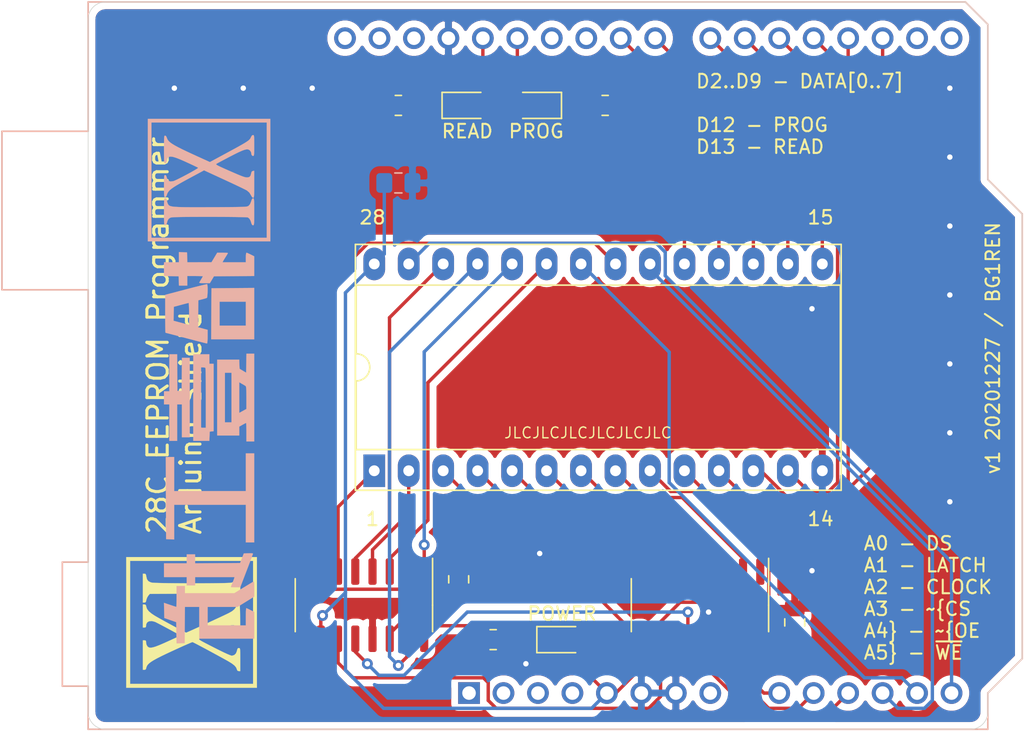
<source format=kicad_pcb>
(kicad_pcb (version 20171130) (host pcbnew "(5.1.8-0-10_14)")

  (general
    (thickness 1.6)
    (drawings 21)
    (tracks 203)
    (zones 0)
    (modules 15)
    (nets 38)
  )

  (page A4)
  (title_block
    (title "28C EEPROM Programmer")
    (date 2020-12-27)
    (rev v01)
    (company BG1REN)
  )

  (layers
    (0 F.Cu signal)
    (31 B.Cu signal)
    (32 B.Adhes user)
    (33 F.Adhes user)
    (34 B.Paste user)
    (35 F.Paste user)
    (36 B.SilkS user)
    (37 F.SilkS user)
    (38 B.Mask user)
    (39 F.Mask user)
    (40 Dwgs.User user)
    (41 Cmts.User user)
    (42 Eco1.User user)
    (43 Eco2.User user)
    (44 Edge.Cuts user)
    (45 Margin user)
    (46 B.CrtYd user)
    (47 F.CrtYd user)
    (48 B.Fab user)
    (49 F.Fab user)
  )

  (setup
    (last_trace_width 0.25)
    (user_trace_width 1.27)
    (trace_clearance 0.2)
    (zone_clearance 0.508)
    (zone_45_only no)
    (trace_min 0.2)
    (via_size 0.8)
    (via_drill 0.4)
    (via_min_size 0.4)
    (via_min_drill 0.3)
    (uvia_size 0.3)
    (uvia_drill 0.1)
    (uvias_allowed no)
    (uvia_min_size 0.2)
    (uvia_min_drill 0.1)
    (edge_width 0.05)
    (segment_width 0.2)
    (pcb_text_width 0.3)
    (pcb_text_size 1.5 1.5)
    (mod_edge_width 0.12)
    (mod_text_size 1 1)
    (mod_text_width 0.15)
    (pad_size 1.524 1.524)
    (pad_drill 0.762)
    (pad_to_mask_clearance 0)
    (aux_axis_origin 0 0)
    (grid_origin 87.507 109.597)
    (visible_elements FFFFFF7F)
    (pcbplotparams
      (layerselection 0x010fc_ffffffff)
      (usegerberextensions true)
      (usegerberattributes true)
      (usegerberadvancedattributes true)
      (creategerberjobfile true)
      (excludeedgelayer true)
      (linewidth 0.100000)
      (plotframeref false)
      (viasonmask false)
      (mode 1)
      (useauxorigin false)
      (hpglpennumber 1)
      (hpglpenspeed 20)
      (hpglpendiameter 15.000000)
      (psnegative false)
      (psa4output false)
      (plotreference true)
      (plotvalue true)
      (plotinvisibletext false)
      (padsonsilk false)
      (subtractmaskfromsilk false)
      (outputformat 1)
      (mirror false)
      (drillshape 0)
      (scaleselection 1)
      (outputdirectory "output"))
  )

  (net 0 "")
  (net 1 /28c-programmer/~WE)
  (net 2 /28c-programmer/GND)
  (net 3 /28c-programmer/~OE)
  (net 4 /28c-programmer/READ_LED)
  (net 5 /28c-programmer/~CS)
  (net 6 /28c-programmer/PROG_LED)
  (net 7 /28c-programmer/CLOCK)
  (net 8 /28c-programmer/LATCH)
  (net 9 /28c-programmer/DS)
  (net 10 /28c-programmer/D7)
  (net 11 /28c-programmer/D6)
  (net 12 /28c-programmer/D5)
  (net 13 /28c-programmer/D4)
  (net 14 /28c-programmer/5V)
  (net 15 /28c-programmer/D3)
  (net 16 /28c-programmer/D2)
  (net 17 /28c-programmer/D1)
  (net 18 /28c-programmer/D0)
  (net 19 "Net-(D101-Pad1)")
  (net 20 "Net-(D102-Pad1)")
  (net 21 "Net-(D103-Pad1)")
  (net 22 /28c-programmer/A0)
  (net 23 "Net-(U101-Pad9)")
  (net 24 /28c-programmer/A7)
  (net 25 /28c-programmer/A6)
  (net 26 /28c-programmer/A5)
  (net 27 /28c-programmer/A4)
  (net 28 /28c-programmer/A3)
  (net 29 /28c-programmer/A2)
  (net 30 /28c-programmer/A1)
  (net 31 /28c-programmer/A8)
  (net 32 /28c-programmer/A14)
  (net 33 /28c-programmer/A13)
  (net 34 /28c-programmer/A12)
  (net 35 /28c-programmer/A11)
  (net 36 /28c-programmer/A10)
  (net 37 /28c-programmer/A9)

  (net_class Default "This is the default net class."
    (clearance 0.2)
    (trace_width 0.25)
    (via_dia 0.8)
    (via_drill 0.4)
    (uvia_dia 0.3)
    (uvia_drill 0.1)
    (add_net /28c-programmer/5V)
    (add_net /28c-programmer/A0)
    (add_net /28c-programmer/A1)
    (add_net /28c-programmer/A10)
    (add_net /28c-programmer/A11)
    (add_net /28c-programmer/A12)
    (add_net /28c-programmer/A13)
    (add_net /28c-programmer/A14)
    (add_net /28c-programmer/A2)
    (add_net /28c-programmer/A3)
    (add_net /28c-programmer/A4)
    (add_net /28c-programmer/A5)
    (add_net /28c-programmer/A6)
    (add_net /28c-programmer/A7)
    (add_net /28c-programmer/A8)
    (add_net /28c-programmer/A9)
    (add_net /28c-programmer/CLOCK)
    (add_net /28c-programmer/D0)
    (add_net /28c-programmer/D1)
    (add_net /28c-programmer/D2)
    (add_net /28c-programmer/D3)
    (add_net /28c-programmer/D4)
    (add_net /28c-programmer/D5)
    (add_net /28c-programmer/D6)
    (add_net /28c-programmer/D7)
    (add_net /28c-programmer/DS)
    (add_net /28c-programmer/GND)
    (add_net /28c-programmer/LATCH)
    (add_net /28c-programmer/PROG_LED)
    (add_net /28c-programmer/READ_LED)
    (add_net /28c-programmer/~CS)
    (add_net /28c-programmer/~OE)
    (add_net /28c-programmer/~WE)
    (add_net "Net-(D101-Pad1)")
    (add_net "Net-(D102-Pad1)")
    (add_net "Net-(D103-Pad1)")
    (add_net "Net-(U101-Pad9)")
  )

  (module xi:xi-logo-c-10_10 (layer F.Cu) (tedit 5E1039BF) (tstamp 5FE89EE4)
    (at 95.25 101.6 90)
    (fp_text reference G*** (at 0 0 90) (layer F.SilkS) hide
      (effects (font (size 1.524 1.524) (thickness 0.3)))
    )
    (fp_text value LOGO (at 0.75 0 90) (layer F.SilkS) hide
      (effects (font (size 1.524 1.524) (thickness 0.3)))
    )
    (fp_line (start -5 5) (end -5 -5) (layer F.CrtYd) (width 0.12))
    (fp_line (start 5 5) (end -5 5) (layer F.CrtYd) (width 0.12))
    (fp_line (start 5 -5) (end 5 5) (layer F.CrtYd) (width 0.12))
    (fp_line (start -5 -5) (end 5 -5) (layer F.CrtYd) (width 0.12))
    (fp_poly (pts (xy 3.588105 -3.47629) (xy 3.57365 -3.401617) (xy 3.513321 -3.361245) (xy 3.397458 -3.338906)
      (xy 3.186548 -3.288137) (xy 3.047266 -3.192771) (xy 2.961143 -3.036465) (xy 2.931418 -2.926529)
      (xy 2.921509 -2.832439) (xy 2.912658 -2.654543) (xy 2.904879 -2.403451) (xy 2.898186 -2.089777)
      (xy 2.892593 -1.72413) (xy 2.888114 -1.317124) (xy 2.884763 -0.879368) (xy 2.882554 -0.421476)
      (xy 2.881501 0.045942) (xy 2.881618 0.512274) (xy 2.882919 0.966908) (xy 2.885419 1.399233)
      (xy 2.88913 1.798637) (xy 2.894068 2.154509) (xy 2.900245 2.456237) (xy 2.907677 2.69321)
      (xy 2.916377 2.854815) (xy 2.9237 2.919958) (xy 2.975133 3.096332) (xy 3.061694 3.211952)
      (xy 3.205922 3.289096) (xy 3.336465 3.327951) (xy 3.484511 3.376071) (xy 3.559273 3.432655)
      (xy 3.579585 3.486853) (xy 3.582406 3.519463) (xy 3.572325 3.544191) (xy 3.538031 3.562128)
      (xy 3.468211 3.574364) (xy 3.351555 3.581989) (xy 3.17675 3.586093) (xy 2.932484 3.587768)
      (xy 2.607445 3.588102) (xy 2.529121 3.588105) (xy 1.463569 3.588105) (xy 1.463569 3.470075)
      (xy 1.48587 3.377341) (xy 1.557038 3.352045) (xy 1.659032 3.334874) (xy 1.79828 3.292092)
      (xy 1.839901 3.276264) (xy 1.975204 3.20482) (xy 2.050397 3.108534) (xy 2.079523 3.028402)
      (xy 2.09135 2.940109) (xy 2.10104 2.763061) (xy 2.108604 2.496435) (xy 2.11405 2.139411)
      (xy 2.117388 1.691165) (xy 2.118627 1.150878) (xy 2.117777 0.517728) (xy 2.11534 -0.110336)
      (xy 2.10093 -3.076993) (xy 1.96866 -3.190744) (xy 1.830208 -3.275387) (xy 1.667671 -3.331084)
      (xy 1.64998 -3.334304) (xy 1.527378 -3.363215) (xy 1.473802 -3.40987) (xy 1.463569 -3.476108)
      (xy 1.463569 -3.588104) (xy 3.588105 -3.588104) (xy 3.588105 -3.47629)) (layer F.SilkS) (width 0.01))
    (fp_poly (pts (xy -1.321933 -3.470074) (xy -1.334831 -3.389324) (xy -1.392209 -3.356976) (xy -1.481944 -3.352044)
      (xy -1.62939 -3.324962) (xy -1.753412 -3.26178) (xy -1.819356 -3.191832) (xy -1.856787 -3.104113)
      (xy -1.863453 -2.988781) (xy -1.837104 -2.835992) (xy -1.775486 -2.635905) (xy -1.67635 -2.378676)
      (xy -1.537444 -2.054464) (xy -1.414649 -1.780867) (xy -1.288659 -1.503966) (xy -1.176238 -1.257675)
      (xy -1.083074 -1.054393) (xy -1.014855 -0.906517) (xy -0.977269 -0.826442) (xy -0.971809 -0.815762)
      (xy -0.947174 -0.850664) (xy -0.886298 -0.955114) (xy -0.796757 -1.115015) (xy -0.686127 -1.316274)
      (xy -0.561984 -1.544795) (xy -0.431904 -1.786484) (xy -0.303463 -2.027246) (xy -0.184237 -2.252986)
      (xy -0.081803 -2.449609) (xy -0.003735 -2.603021) (xy 0.042389 -2.699126) (xy 0.048868 -2.714684)
      (xy 0.102221 -2.936475) (xy 0.087759 -3.123235) (xy 0.010936 -3.262018) (xy -0.122789 -3.339878)
      (xy -0.21977 -3.352044) (xy -0.328325 -3.361859) (xy -0.371418 -3.40531) (xy -0.377695 -3.470074)
      (xy -0.377695 -3.588104) (xy 1.321934 -3.588104) (xy 1.321934 -3.476108) (xy 1.30561 -3.39855)
      (xy 1.239532 -3.356172) (xy 1.143406 -3.335565) (xy 0.98275 -3.278445) (xy 0.822268 -3.153803)
      (xy 0.652953 -2.953163) (xy 0.508862 -2.738289) (xy 0.439812 -2.622244) (xy 0.340755 -2.448518)
      (xy 0.218717 -2.230112) (xy 0.080726 -1.980024) (xy -0.066193 -1.711252) (xy -0.215013 -1.436796)
      (xy -0.358707 -1.169655) (xy -0.490249 -0.922827) (xy -0.602612 -0.709312) (xy -0.688769 -0.542107)
      (xy -0.741695 -0.434213) (xy -0.75539 -0.399467) (xy -0.736307 -0.349065) (xy -0.682634 -0.224782)
      (xy -0.599734 -0.03829) (xy -0.492967 0.198736) (xy -0.367698 0.474624) (xy -0.229288 0.7777)
      (xy -0.083099 1.09629) (xy 0.065506 1.418722) (xy 0.211165 1.733321) (xy 0.348516 2.028415)
      (xy 0.472195 2.29233) (xy 0.576842 2.513392) (xy 0.657093 2.679929) (xy 0.685986 2.73829)
      (xy 0.819034 2.975015) (xy 0.951048 3.141236) (xy 1.102319 3.258437) (xy 1.243048 3.328111)
      (xy 1.369391 3.398925) (xy 1.408382 3.471757) (xy 1.407025 3.483803) (xy 1.394426 3.509987)
      (xy 1.360382 3.530173) (xy 1.293499 3.545337) (xy 1.182386 3.556456) (xy 1.015651 3.564508)
      (xy 0.781901 3.570468) (xy 0.469744 3.575315) (xy 0.318061 3.577188) (xy -0.75539 3.589877)
      (xy -0.75539 3.470961) (xy -0.735681 3.380114) (xy -0.660396 3.352372) (xy -0.644405 3.352045)
      (xy -0.519572 3.33625) (xy -0.384455 3.300115) (xy -0.262014 3.226213) (xy -0.204964 3.106455)
      (xy -0.210924 2.930693) (xy -0.256147 2.753358) (xy -0.297229 2.640621) (xy -0.369774 2.459018)
      (xy -0.466361 2.225727) (xy -0.579573 1.957931) (xy -0.70199 1.672808) (xy -0.826192 1.387539)
      (xy -0.944761 1.119304) (xy -1.050278 0.885284) (xy -1.135322 0.702657) (xy -1.184898 0.602699)
      (xy -1.205827 0.566805) (xy -1.227514 0.549092) (xy -1.255178 0.557724) (xy -1.294035 0.600862)
      (xy -1.349303 0.686669) (xy -1.426199 0.823306) (xy -1.52994 1.018937) (xy -1.665742 1.281723)
      (xy -1.838824 1.619827) (xy -1.853995 1.649507) (xy -2.054214 2.046775) (xy -2.216166 2.379951)
      (xy -2.33793 2.644807) (xy -2.417581 2.837118) (xy -2.453198 2.952657) (xy -2.455018 2.970693)
      (xy -2.411529 3.135378) (xy -2.293574 3.263815) (xy -2.137539 3.331182) (xy -1.993147 3.366376)
      (xy -1.918819 3.399742) (xy -1.891668 3.446075) (xy -1.888475 3.492199) (xy -1.892221 3.526287)
      (xy -1.912011 3.551166) (xy -1.960671 3.568284) (xy -2.051029 3.579089) (xy -2.195913 3.585029)
      (xy -2.408151 3.587551) (xy -2.700569 3.588102) (xy -2.738289 3.588105) (xy -3.588104 3.588105)
      (xy -3.588104 3.475976) (xy -3.56336 3.386598) (xy -3.473117 3.341246) (xy -3.452483 3.336724)
      (xy -3.316975 3.281053) (xy -3.178598 3.162994) (xy -3.029762 2.974013) (xy -2.862878 2.705576)
      (xy -2.814092 2.619003) (xy -2.625414 2.277068) (xy -2.43389 1.927337) (xy -2.244947 1.579962)
      (xy -2.064013 1.245097) (xy -1.896513 0.932892) (xy -1.747876 0.653502) (xy -1.623529 0.417077)
      (xy -1.528898 0.23377) (xy -1.469411 0.113735) (xy -1.45039 0.067971) (xy -1.468471 0.01219)
      (xy -1.520538 -0.116381) (xy -1.601017 -0.304794) (xy -1.704334 -0.540102) (xy -1.824915 -0.809358)
      (xy -1.887393 -0.947085) (xy -2.125231 -1.465509) (xy -2.330539 -1.903606) (xy -2.507386 -2.268092)
      (xy -2.65984 -2.565681) (xy -2.791972 -2.803089) (xy -2.90785 -2.987032) (xy -3.011543 -3.124224)
      (xy -3.107121 -3.221381) (xy -3.198651 -3.285218) (xy -3.290204 -3.32245) (xy -3.332726 -3.332358)
      (xy -3.445331 -3.366943) (xy -3.489342 -3.427621) (xy -3.49368 -3.475328) (xy -3.49368 -3.588104)
      (xy -1.321933 -3.588104) (xy -1.321933 -3.470074)) (layer F.SilkS) (width 0.01))
    (fp_poly (pts (xy 4.815614 4.815614) (xy -4.815613 4.815614) (xy -4.815613 -4.532342) (xy -4.532342 -4.532342)
      (xy -4.532342 4.532342) (xy 4.532342 4.532342) (xy 4.532342 -4.532342) (xy -4.532342 -4.532342)
      (xy -4.815613 -4.532342) (xy -4.815613 -4.815613) (xy 4.815614 -4.815613) (xy 4.815614 4.815614)) (layer F.SilkS) (width 0.01))
  )

  (module xi:xi-logo-b-40_10 (layer B.Cu) (tedit 5E103758) (tstamp 5FE896F4)
    (at 96.52 83.82 270)
    (fp_text reference G*** (at 0 0 270) (layer B.SilkS) hide
      (effects (font (size 1.524 1.524) (thickness 0.3)) (justify mirror))
    )
    (fp_text value LOGO (at 0.75 0 270) (layer B.SilkS) hide
      (effects (font (size 1.524 1.524) (thickness 0.3)) (justify mirror))
    )
    (fp_line (start 20 5) (end -20 5) (layer B.CrtYd) (width 0.12))
    (fp_line (start 20 -5) (end 20 5) (layer B.CrtYd) (width 0.12))
    (fp_line (start -20 -5) (end 20 -5) (layer B.CrtYd) (width 0.12))
    (fp_line (start -20 5) (end -20 -5) (layer B.CrtYd) (width 0.12))
    (fp_poly (pts (xy -12.160258 3.301267) (xy -11.917965 3.29976) (xy -11.74232 3.296096) (xy -11.622626 3.289336)
      (xy -11.548187 3.278535) (xy -11.508306 3.262754) (xy -11.492287 3.241049) (xy -11.489428 3.214357)
      (xy -11.526151 3.135915) (xy -11.610485 3.100727) (xy -11.813145 3.043248) (xy -11.946355 2.969566)
      (xy -12.028576 2.868317) (xy -12.045103 2.833172) (xy -12.057947 2.788055) (xy -12.068934 2.714728)
      (xy -12.078193 2.60702) (xy -12.085854 2.45876) (xy -12.092048 2.263778) (xy -12.096906 2.015903)
      (xy -12.100556 1.708966) (xy -12.10313 1.336796) (xy -12.104757 0.893222) (xy -12.105567 0.372073)
      (xy -12.105719 -0.039741) (xy -12.10502 -0.611842) (xy -12.102969 -1.130818) (xy -12.099639 -1.591944)
      (xy -12.095102 -1.990495) (xy -12.089428 -2.321746) (xy -12.082689 -2.580973) (xy -12.074956 -2.763452)
      (xy -12.066302 -2.864457) (xy -12.062698 -2.880731) (xy -11.979284 -2.987503) (xy -11.824927 -3.078677)
      (xy -11.616541 -3.144343) (xy -11.610485 -3.145636) (xy -11.512956 -3.192271) (xy -11.489428 -3.258377)
      (xy -11.492758 -3.286519) (xy -11.509878 -3.307851) (xy -11.551486 -3.323315) (xy -11.628277 -3.333853)
      (xy -11.750949 -3.340407) (xy -11.930199 -3.343918) (xy -12.176721 -3.345328) (xy -12.479896 -3.34558)
      (xy -12.799946 -3.345207) (xy -13.042611 -3.3435) (xy -13.218546 -3.339582) (xy -13.338407 -3.332573)
      (xy -13.412849 -3.321596) (xy -13.452527 -3.305771) (xy -13.468097 -3.28422) (xy -13.470364 -3.263907)
      (xy -13.44536 -3.205884) (xy -13.360029 -3.157546) (xy -13.243696 -3.120839) (xy -13.041258 -3.03861)
      (xy -12.924545 -2.935205) (xy -12.905196 -2.907465) (xy -12.88871 -2.875693) (xy -12.874818 -2.832948)
      (xy -12.863252 -2.772287) (xy -12.853742 -2.686769) (xy -12.846019 -2.569451) (xy -12.839814 -2.413393)
      (xy -12.834857 -2.211652) (xy -12.83088 -1.957287) (xy -12.827612 -1.643355) (xy -12.824786 -1.262915)
      (xy -12.822132 -0.809026) (xy -12.81938 -0.274744) (xy -12.819083 -0.215527) (xy -12.816546 0.378239)
      (xy -12.815502 0.890395) (xy -12.816255 1.327366) (xy -12.819109 1.695575) (xy -12.824365 2.001448)
      (xy -12.832327 2.251407) (xy -12.843298 2.451876) (xy -12.857581 2.609281) (xy -12.875478 2.730044)
      (xy -12.897294 2.820591) (xy -12.923329 2.887344) (xy -12.953888 2.936728) (xy -12.968562 2.954298)
      (xy -13.062485 3.019304) (xy -13.177788 3.060237) (xy -13.334882 3.095202) (xy -13.423538 3.12747)
      (xy -13.462442 3.167023) (xy -13.470364 3.216485) (xy -13.466604 3.243951) (xy -13.448201 3.264772)
      (xy -13.404471 3.279866) (xy -13.324729 3.290152) (xy -13.198291 3.296546) (xy -13.014472 3.299966)
      (xy -12.762589 3.301331) (xy -12.479896 3.30156) (xy -12.160258 3.301267)) (layer B.SilkS) (width 0.01))
    (fp_poly (pts (xy -14.086031 3.301025) (xy -13.875599 3.298649) (xy -13.729783 3.293277) (xy -13.636869 3.283756)
      (xy -13.585146 3.268931) (xy -13.562902 3.247647) (xy -13.558405 3.22128) (xy -13.589216 3.158582)
      (xy -13.689818 3.104019) (xy -13.766608 3.078212) (xy -13.867349 3.038244) (xy -13.965468 2.976035)
      (xy -14.066306 2.884184) (xy -14.175204 2.755296) (xy -14.297503 2.581971) (xy -14.438544 2.356812)
      (xy -14.603667 2.07242) (xy -14.798213 1.721399) (xy -14.954042 1.433418) (xy -15.535294 0.351839)
      (xy -14.851094 -1.133699) (xy -14.691038 -1.479469) (xy -14.537878 -1.807051) (xy -14.396571 -2.106083)
      (xy -14.272078 -2.366202) (xy -14.169355 -2.577044) (xy -14.093363 -2.728247) (xy -14.049738 -2.808362)
      (xy -13.898023 -2.986196) (xy -13.723483 -3.094239) (xy -13.583309 -3.174549) (xy -13.518015 -3.248869)
      (xy -13.514384 -3.268286) (xy -13.520086 -3.293274) (xy -13.544241 -3.312236) (xy -13.597429 -3.325994)
      (xy -13.690226 -3.335372) (xy -13.83321 -3.341192) (xy -14.03696 -3.344277) (xy -14.312052 -3.345451)
      (xy -14.507914 -3.34558) (xy -15.501444 -3.34558) (xy -15.487377 -3.247126) (xy -15.45421 -3.174144)
      (xy -15.366156 -3.13334) (xy -15.310539 -3.122368) (xy -15.141387 -3.074262) (xy -15.045454 -2.990595)
      (xy -15.011531 -2.860778) (xy -15.011092 -2.839485) (xy -15.014745 -2.767601) (xy -15.028181 -2.686856)
      (xy -15.055117 -2.587301) (xy -15.099269 -2.458986) (xy -15.164353 -2.291964) (xy -15.254083 -2.076286)
      (xy -15.372178 -1.802002) (xy -15.522352 -1.459164) (xy -15.550711 -1.394775) (xy -15.682642 -1.097533)
      (xy -15.784929 -0.873142) (xy -15.862076 -0.713304) (xy -15.918588 -0.609721) (xy -15.958969 -0.554095)
      (xy -15.987723 -0.538127) (xy -16.008237 -0.551947) (xy -16.043018 -0.610459) (xy -16.111925 -0.735437)
      (xy -16.208666 -0.915133) (xy -16.326948 -1.137797) (xy -16.460477 -1.391681) (xy -16.55622 -1.57509)
      (xy -16.738498 -1.930367) (xy -16.879224 -2.21836) (xy -16.981074 -2.447913) (xy -17.046722 -2.62787)
      (xy -17.078846 -2.767073) (xy -17.08012 -2.874366) (xy -17.053221 -2.958592) (xy -17.000824 -3.028594)
      (xy -16.997137 -3.032325) (xy -16.902105 -3.100403) (xy -16.819545 -3.125476) (xy -16.67776 -3.149091)
      (xy -16.604445 -3.216782) (xy -16.59584 -3.262248) (xy -16.600682 -3.29227) (xy -16.623258 -3.314074)
      (xy -16.675647 -3.328968) (xy -16.769927 -3.338259) (xy -16.918177 -3.343251) (xy -17.132475 -3.345254)
      (xy -17.366204 -3.34558) (xy -17.643396 -3.345148) (xy -17.84467 -3.342924) (xy -17.982149 -3.337517)
      (xy -18.067955 -3.327536) (xy -18.114212 -3.31159) (xy -18.133042 -3.288289) (xy -18.136568 -3.257182)
      (xy -18.102037 -3.179795) (xy -17.991628 -3.111377) (xy -17.961726 -3.098826) (xy -17.902507 -3.071564)
      (xy -17.845768 -3.034648) (xy -17.78695 -2.980984) (xy -17.721492 -2.903479) (xy -17.644836 -2.795039)
      (xy -17.552422 -2.64857) (xy -17.439689 -2.456979) (xy -17.302078 -2.213172) (xy -17.13503 -1.910056)
      (xy -16.933984 -1.540537) (xy -16.795018 -1.283773) (xy -16.144458 -0.080371) (xy -16.507705 0.719174)
      (xy -16.733957 1.21403) (xy -16.929699 1.634114) (xy -17.098698 1.985749) (xy -17.244721 2.275257)
      (xy -17.371537 2.508961) (xy -17.482913 2.693184) (xy -17.582617 2.834247) (xy -17.674417 2.938474)
      (xy -17.762081 3.012186) (xy -17.849377 3.061707) (xy -17.919043 3.08743) (xy -18.045055 3.14207)
      (xy -18.091832 3.20942) (xy -18.092547 3.220487) (xy -18.087924 3.246437) (xy -18.067032 3.266182)
      (xy -18.019336 3.280564) (xy -17.934303 3.290426) (xy -17.801399 3.296613) (xy -17.610089 3.299967)
      (xy -17.34984 3.301333) (xy -17.080069 3.30156) (xy -16.756476 3.301282) (xy -16.510342 3.299838)
      (xy -16.331085 3.296313) (xy -16.208124 3.289793) (xy -16.130876 3.279363) (xy -16.08876 3.264108)
      (xy -16.071193 3.243113) (xy -16.067594 3.215464) (xy -16.067591 3.214039) (xy -16.08822 3.152271)
      (xy -16.163753 3.114735) (xy -16.246628 3.097888) (xy -16.381239 3.064964) (xy -16.477247 3.01039)
      (xy -16.534081 2.926725) (xy -16.551169 2.806525) (xy -16.527939 2.642347) (xy -16.46382 2.42675)
      (xy -16.35824 2.152289) (xy -16.210627 1.811523) (xy -16.135024 1.644796) (xy -16.019522 1.394248)
      (xy -15.915161 1.171153) (xy -15.827844 0.987873) (xy -15.76348 0.856766) (xy -15.727974 0.790194)
      (xy -15.724133 0.784917) (xy -15.694068 0.811084) (xy -15.631605 0.903287) (xy -15.543608 1.04876)
      (xy -15.436941 1.234735) (xy -15.318469 1.448447) (xy -15.195056 1.67713) (xy -15.073567 1.908018)
      (xy -14.960865 2.128343) (xy -14.863816 2.32534) (xy -14.789283 2.486242) (xy -14.744132 2.598283)
      (xy -14.737512 2.61982) (xy -14.711334 2.816013) (xy -14.754531 2.959635) (xy -14.869852 3.055671)
      (xy -15.001734 3.098716) (xy -15.12755 3.137056) (xy -15.181763 3.18845) (xy -15.187175 3.219773)
      (xy -15.182131 3.248554) (xy -15.159176 3.269673) (xy -15.106576 3.284306) (xy -15.012597 3.293633)
      (xy -14.865505 3.298832) (xy -14.653566 3.301082) (xy -14.37279 3.30156) (xy -14.086031 3.301025)) (layer B.SilkS) (width 0.01))
    (fp_poly (pts (xy 1.716811 2.905373) (xy 4.40208 2.905373) (xy 4.40208 2.333103) (xy 1.716811 2.333103)
      (xy 1.716811 1.980936) (xy 4.137955 1.980936) (xy 4.137955 1.408666) (xy -1.716811 1.408666)
      (xy -1.716811 1.979544) (xy -0.495234 1.991245) (xy 0.726343 2.002947) (xy 0.726343 2.311092)
      (xy -0.627296 2.322734) (xy -1.980936 2.334375) (xy -1.980936 2.905373) (xy 0.748354 2.905373)
      (xy 0.748354 3.30156) (xy 1.716811 3.30156) (xy 1.716811 2.905373)) (layer B.SilkS) (width 0.01))
    (fp_poly (pts (xy -4.622625 3.212477) (xy -4.311929 3.210556) (xy -4.041716 3.207493) (xy -3.822446 3.20346)
      (xy -3.664577 3.198629) (xy -3.578569 3.193175) (xy -3.565684 3.18999) (xy -3.554805 3.143435)
      (xy -3.52387 3.021601) (xy -3.475438 2.834292) (xy -3.412065 2.591318) (xy -3.336307 2.302485)
      (xy -3.250723 1.977602) (xy -3.169497 1.670374) (xy -3.077272 1.320924) (xy -2.992652 0.998007)
      (xy -2.918206 0.711598) (xy -2.856501 0.471673) (xy -2.810105 0.288205) (xy -2.781584 0.17117)
      (xy -2.77331 0.131165) (xy -2.815203 0.112503) (xy -2.932508 0.098424) (xy -3.112668 0.090002)
      (xy -3.277852 0.088042) (xy -3.782395 0.088042) (xy -3.83122 0.27513) (xy -3.875484 0.440109)
      (xy -3.921275 0.604171) (xy -3.928168 0.628105) (xy -3.976292 0.793991) (xy -4.967775 0.782178)
      (xy -5.959258 0.770364) (xy -6.032667 0.479388) (xy -6.074305 0.324506) (xy -6.112073 0.201403)
      (xy -6.137091 0.138227) (xy -6.190498 0.118717) (xy -6.309255 0.103507) (xy -6.471091 0.092974)
      (xy -6.653736 0.087497) (xy -6.834919 0.087457) (xy -6.992368 0.093231) (xy -7.103813 0.105199)
      (xy -7.146086 0.121058) (xy -7.139841 0.169794) (xy -7.113248 0.293814) (xy -7.068699 0.483349)
      (xy -7.008587 0.728629) (xy -6.935304 1.019884) (xy -6.851242 1.347345) (xy -6.815115 1.485702)
      (xy -5.764598 1.485702) (xy -5.723562 1.475275) (xy -5.608168 1.466201) (xy -5.432097 1.45904)
      (xy -5.209029 1.454349) (xy -4.955515 1.452687) (xy -4.144305 1.452687) (xy -4.252863 1.859879)
      (xy -4.30612 2.05963) (xy -4.356062 2.246927) (xy -4.394714 2.39186) (xy -4.405829 2.433529)
      (xy -4.450236 2.599986) (xy -4.965159 2.587601) (xy -5.480082 2.575217) (xy -5.621276 2.046967)
      (xy -5.675416 1.842502) (xy -5.720311 1.669314) (xy -5.751492 1.544912) (xy -5.764486 1.486806)
      (xy -5.764598 1.485702) (xy -6.815115 1.485702) (xy -6.763502 1.68336) (xy -6.361005 3.212647)
      (xy -4.963345 3.213083) (xy -4.622625 3.212477)) (layer B.SilkS) (width 0.01))
    (fp_poly (pts (xy 4.40208 -0.040317) (xy 3.719758 -0.066031) (xy 3.705963 -0.209098) (xy 3.692169 -0.352166)
      (xy -1.276603 -0.352166) (xy -1.276603 -0.04402) (xy -1.980936 -0.04402) (xy -1.980936 0.572271)
      (xy -1.012478 0.572271) (xy -1.012478 0.425535) (xy -1.004424 0.316763) (xy -0.984864 0.251439)
      (xy -0.983131 0.249452) (xy -0.934614 0.243689) (xy -0.806554 0.238301) (xy -0.60745 0.2334)
      (xy -0.345798 0.229098) (xy -0.030098 0.225508) (xy 0.331152 0.222741) (xy 0.729455 0.220909)
      (xy 1.156311 0.220126) (xy 1.239919 0.220104) (xy 3.433622 0.220104) (xy 3.433622 0.572271)
      (xy -1.012478 0.572271) (xy -1.980936 0.572271) (xy -1.980936 1.144541) (xy 4.40208 1.144541)
      (xy 4.40208 -0.040317)) (layer B.SilkS) (width 0.01))
    (fp_poly (pts (xy 14.438822 1.62877) (xy 15.055113 1.62877) (xy 15.055113 1.012479) (xy 14.438822 1.012479)
      (xy 14.438822 -1.898827) (xy 14.537869 -1.868529) (xy 14.631031 -1.836162) (xy 14.771699 -1.783096)
      (xy 14.897624 -1.7335) (xy 15.034195 -1.679474) (xy 15.133772 -1.641654) (xy 15.172754 -1.628769)
      (xy 15.179513 -1.66928) (xy 15.184574 -1.776783) (xy 15.18706 -1.93023) (xy 15.187175 -1.973908)
      (xy 15.187175 -2.319047) (xy 13.964762 -2.788293) (xy 13.655379 -2.906631) (xy 13.372514 -3.014017)
      (xy 13.12662 -3.106544) (xy 12.92815 -3.18031) (xy 12.787558 -3.231409) (xy 12.715299 -3.255938)
      (xy 12.708318 -3.257539) (xy 12.693799 -3.217123) (xy 12.68588 -3.109979) (xy 12.685878 -2.957262)
      (xy 12.687143 -2.917728) (xy 12.7 -2.577918) (xy 13.052167 -2.441698) (xy 13.404333 -2.305478)
      (xy 13.415868 -0.6465) (xy 13.427402 1.012479) (xy 12.766031 1.012479) (xy 12.766031 1.62877)
      (xy 13.426343 1.62877) (xy 13.426343 3.30156) (xy 14.438822 3.30156) (xy 14.438822 1.62877)) (layer B.SilkS) (width 0.01))
    (fp_poly (pts (xy 17.454246 3.27955) (xy 17.762392 2.399134) (xy 19.329106 2.375076) (xy 19.316113 2.078959)
      (xy 19.30312 1.782843) (xy 16.639862 1.759541) (xy 16.639862 0.704333) (xy 18.972964 0.704333)
      (xy 18.972964 -3.34558) (xy 17.993501 -3.345417) (xy 17.014038 -3.345255) (xy 16.870971 -3.068547)
      (xy 16.80016 -2.927465) (xy 16.749001 -2.817665) (xy 16.727977 -2.761717) (xy 16.727903 -2.760564)
      (xy 16.769342 -2.749507) (xy 16.883342 -2.740166) (xy 17.054426 -2.7333) (xy 17.267119 -2.729668)
      (xy 17.366205 -2.729289) (xy 18.004506 -2.729289) (xy 18.004506 0.088042) (xy 16.639862 0.088042)
      (xy 16.639862 -2.113529) (xy 16.259328 -2.729554) (xy 15.878795 -3.34558) (xy 15.311332 -3.34558)
      (xy 15.079483 -3.344771) (xy 14.922799 -3.341087) (xy 14.828409 -3.332642) (xy 14.783444 -3.317552)
      (xy 14.775031 -3.293929) (xy 14.78547 -3.268544) (xy 14.821412 -3.206806) (xy 14.894937 -3.084009)
      (xy 14.997593 -2.914145) (xy 15.120934 -2.711204) (xy 15.227227 -2.537043) (xy 15.627383 -1.882579)
      (xy 15.627383 1.760832) (xy 15.099134 1.760832) (xy 15.099134 2.377123) (xy 15.869498 2.377123)
      (xy 16.11888 2.377846) (xy 16.334609 2.379852) (xy 16.502598 2.382895) (xy 16.608757 2.386733)
      (xy 16.639862 2.390484) (xy 16.626691 2.435024) (xy 16.591032 2.54528) (xy 16.538662 2.703587)
      (xy 16.488265 2.854) (xy 16.336668 3.304154) (xy 17.454246 3.27955)) (layer B.SilkS) (width 0.01))
    (fp_poly (pts (xy 8.617071 3.158796) (xy 11.643501 3.147487) (xy 11.656518 2.850347) (xy 11.669534 2.553207)
      (xy 9.112305 2.553207) (xy 9.112305 -2.729289) (xy 11.885616 -2.729289) (xy 11.885616 -3.34558)
      (xy 5.326517 -3.34558) (xy 5.326517 -2.729289) (xy 8.099827 -2.729289) (xy 8.099827 2.553207)
      (xy 5.590642 2.553207) (xy 5.590642 3.170105) (xy 8.617071 3.158796)) (layer B.SilkS) (width 0.01))
    (fp_poly (pts (xy 4.005893 -2.24506) (xy 3.352042 -2.24506) (xy 3.216749 -2.481528) (xy 3.145728 -2.609805)
      (xy 3.096734 -2.706221) (xy 3.081456 -2.745653) (xy 3.12298 -2.755131) (xy 3.237574 -2.763209)
      (xy 3.410268 -2.769281) (xy 3.626094 -2.77274) (xy 3.763778 -2.77331) (xy 4.446101 -2.77331)
      (xy 4.446101 -3.34558) (xy -2.024956 -3.34558) (xy -2.024956 -2.775491) (xy -1.324586 -2.763395)
      (xy -0.624215 -2.751299) (xy -0.908309 -2.267071) (xy -1.246529 -2.254214) (xy -1.487336 -2.24506)
      (xy 0.084331 -2.24506) (xy 0.203818 -2.454159) (xy 0.27865 -2.581914) (xy 0.340829 -2.682533)
      (xy 0.365137 -2.718284) (xy 0.407537 -2.739296) (xy 0.503875 -2.754771) (xy 0.662498 -2.765242)
      (xy 0.891749 -2.771241) (xy 1.199977 -2.773299) (xy 1.227812 -2.77331) (xy 2.048656 -2.77331)
      (xy 2.339062 -2.24506) (xy 0.084331 -2.24506) (xy -1.487336 -2.24506) (xy -1.584748 -2.241357)
      (xy -1.584748 -1.188561) (xy -0.616291 -1.188561) (xy -0.616291 -1.67279) (xy 3.037435 -1.67279)
      (xy 3.037435 -1.188561) (xy -0.616291 -1.188561) (xy -1.584748 -1.188561) (xy -1.584748 -0.616291)
      (xy 4.005893 -0.616291) (xy 4.005893 -2.24506)) (layer B.SilkS) (width 0.01))
    (fp_poly (pts (xy -3.081456 -3.34558) (xy -6.868356 -3.34558) (xy -6.856795 -1.771837) (xy -6.8496 -0.792374)
      (xy -5.854766 -0.792374) (xy -5.854766 -2.729289) (xy -4.093934 -2.729289) (xy -4.093934 -0.792374)
      (xy -5.854766 -0.792374) (xy -6.8496 -0.792374) (xy -6.845234 -0.198093) (xy -4.963345 -0.186615)
      (xy -3.081456 -0.175138) (xy -3.081456 -3.34558)) (layer B.SilkS) (width 0.01))
    (fp_poly (pts (xy -7.73801 2.762305) (xy -7.72565 2.223051) (xy -7.384488 2.210194) (xy -7.043327 2.197337)
      (xy -7.043327 1.584749) (xy -7.74766 1.584749) (xy -7.74766 1.012479) (xy -7.74612 0.799593)
      (xy -7.741904 0.622616) (xy -7.735624 0.497892) (xy -7.727889 0.441768) (xy -7.726311 0.440208)
      (xy -7.680217 0.461448) (xy -7.583235 0.516351) (xy -7.490333 0.572271) (xy -7.369154 0.644034)
      (xy -7.27945 0.691997) (xy -7.247557 0.704333) (xy -7.235091 0.663612) (xy -7.225455 0.554626)
      (xy -7.220069 0.397139) (xy -7.21941 0.313084) (xy -7.21941 -0.078166) (xy -7.72565 -0.378482)
      (xy -7.73724 -1.862031) (xy -7.748831 -3.34558) (xy -9.199079 -3.34558) (xy -9.331775 -3.082711)
      (xy -9.399429 -2.942321) (xy -9.447234 -2.830958) (xy -9.464471 -2.774565) (xy -9.422857 -2.751336)
      (xy -9.307261 -2.735666) (xy -9.131553 -2.729339) (xy -9.112305 -2.729289) (xy -8.760138 -2.729289)
      (xy -8.760138 -1.00938) (xy -8.857768 -1.06163) (xy -8.947521 -1.113522) (xy -9.078427 -1.193556)
      (xy -9.185809 -1.261272) (xy -9.309979 -1.338406) (xy -9.402731 -1.391758) (xy -9.440346 -1.408665)
      (xy -9.450993 -1.36793) (xy -9.459238 -1.258849) (xy -9.463878 -1.10111) (xy -9.464471 -1.014301)
      (xy -9.464471 -0.619937) (xy -9.113866 -0.409015) (xy -8.76326 -0.198093) (xy -8.760138 1.581189)
      (xy -9.12331 1.593974) (xy -9.486482 1.60676) (xy -9.499498 1.9039) (xy -9.512515 2.20104)
      (xy -8.760138 2.20104) (xy -8.760138 3.30156) (xy -7.75037 3.30156) (xy -7.73801 2.762305)) (layer B.SilkS) (width 0.01))
    (fp_poly (pts (xy -10.300866 -4.534142) (xy -19.32513 -4.534142) (xy -19.32513 4.225997) (xy -19.061005 4.225997)
      (xy -19.061005 -4.270017) (xy -10.564991 -4.270017) (xy -10.564991 4.225997) (xy -19.061005 4.225997)
      (xy -19.32513 4.225997) (xy -19.32513 4.490122) (xy -10.300866 4.490122) (xy -10.300866 -4.534142)) (layer B.SilkS) (width 0.01))
  )

  (module Package_DIP:DIP-28_W15.24mm_Socket_LongPads (layer F.Cu) (tedit 5A02E8C5) (tstamp 5FE85133)
    (at 108.712 90.424 90)
    (descr "28-lead though-hole mounted DIP package, row spacing 15.24 mm (600 mils), Socket, LongPads")
    (tags "THT DIP DIL PDIP 2.54mm 15.24mm 600mil Socket LongPads")
    (path /5FE81EBB/5FE8E7EC)
    (fp_text reference U103 (at 7.62 -2.33 90) (layer F.SilkS) hide
      (effects (font (size 1 1) (thickness 0.15)))
    )
    (fp_text value 28C256 (at 7.62 35.35 90) (layer F.Fab)
      (effects (font (size 1 1) (thickness 0.15)))
    )
    (fp_line (start 16.8 -1.6) (end -1.55 -1.6) (layer F.CrtYd) (width 0.05))
    (fp_line (start 16.8 34.65) (end 16.8 -1.6) (layer F.CrtYd) (width 0.05))
    (fp_line (start -1.55 34.65) (end 16.8 34.65) (layer F.CrtYd) (width 0.05))
    (fp_line (start -1.55 -1.6) (end -1.55 34.65) (layer F.CrtYd) (width 0.05))
    (fp_line (start 16.68 -1.39) (end -1.44 -1.39) (layer F.SilkS) (width 0.12))
    (fp_line (start 16.68 34.41) (end 16.68 -1.39) (layer F.SilkS) (width 0.12))
    (fp_line (start -1.44 34.41) (end 16.68 34.41) (layer F.SilkS) (width 0.12))
    (fp_line (start -1.44 -1.39) (end -1.44 34.41) (layer F.SilkS) (width 0.12))
    (fp_line (start 13.68 -1.33) (end 8.62 -1.33) (layer F.SilkS) (width 0.12))
    (fp_line (start 13.68 34.35) (end 13.68 -1.33) (layer F.SilkS) (width 0.12))
    (fp_line (start 1.56 34.35) (end 13.68 34.35) (layer F.SilkS) (width 0.12))
    (fp_line (start 1.56 -1.33) (end 1.56 34.35) (layer F.SilkS) (width 0.12))
    (fp_line (start 6.62 -1.33) (end 1.56 -1.33) (layer F.SilkS) (width 0.12))
    (fp_line (start 16.51 -1.33) (end -1.27 -1.33) (layer F.Fab) (width 0.1))
    (fp_line (start 16.51 34.35) (end 16.51 -1.33) (layer F.Fab) (width 0.1))
    (fp_line (start -1.27 34.35) (end 16.51 34.35) (layer F.Fab) (width 0.1))
    (fp_line (start -1.27 -1.33) (end -1.27 34.35) (layer F.Fab) (width 0.1))
    (fp_line (start 0.255 -0.27) (end 1.255 -1.27) (layer F.Fab) (width 0.1))
    (fp_line (start 0.255 34.29) (end 0.255 -0.27) (layer F.Fab) (width 0.1))
    (fp_line (start 14.985 34.29) (end 0.255 34.29) (layer F.Fab) (width 0.1))
    (fp_line (start 14.985 -1.27) (end 14.985 34.29) (layer F.Fab) (width 0.1))
    (fp_line (start 1.255 -1.27) (end 14.985 -1.27) (layer F.Fab) (width 0.1))
    (fp_text user %R (at 7.62 16.51 90) (layer F.Fab)
      (effects (font (size 1 1) (thickness 0.15)))
    )
    (fp_arc (start 7.62 -1.33) (end 6.62 -1.33) (angle -180) (layer F.SilkS) (width 0.12))
    (pad 28 thru_hole oval (at 15.24 0 90) (size 2.4 1.6) (drill 0.8) (layers *.Cu *.Mask)
      (net 14 /28c-programmer/5V))
    (pad 14 thru_hole oval (at 0 33.02 90) (size 2.4 1.6) (drill 0.8) (layers *.Cu *.Mask)
      (net 2 /28c-programmer/GND))
    (pad 27 thru_hole oval (at 15.24 2.54 90) (size 2.4 1.6) (drill 0.8) (layers *.Cu *.Mask)
      (net 1 /28c-programmer/~WE))
    (pad 13 thru_hole oval (at 0 30.48 90) (size 2.4 1.6) (drill 0.8) (layers *.Cu *.Mask)
      (net 16 /28c-programmer/D2))
    (pad 26 thru_hole oval (at 15.24 5.08 90) (size 2.4 1.6) (drill 0.8) (layers *.Cu *.Mask)
      (net 33 /28c-programmer/A13))
    (pad 12 thru_hole oval (at 0 27.94 90) (size 2.4 1.6) (drill 0.8) (layers *.Cu *.Mask)
      (net 17 /28c-programmer/D1))
    (pad 25 thru_hole oval (at 15.24 7.62 90) (size 2.4 1.6) (drill 0.8) (layers *.Cu *.Mask)
      (net 31 /28c-programmer/A8))
    (pad 11 thru_hole oval (at 0 25.4 90) (size 2.4 1.6) (drill 0.8) (layers *.Cu *.Mask)
      (net 18 /28c-programmer/D0))
    (pad 24 thru_hole oval (at 15.24 10.16 90) (size 2.4 1.6) (drill 0.8) (layers *.Cu *.Mask)
      (net 37 /28c-programmer/A9))
    (pad 10 thru_hole oval (at 0 22.86 90) (size 2.4 1.6) (drill 0.8) (layers *.Cu *.Mask)
      (net 22 /28c-programmer/A0))
    (pad 23 thru_hole oval (at 15.24 12.7 90) (size 2.4 1.6) (drill 0.8) (layers *.Cu *.Mask)
      (net 35 /28c-programmer/A11))
    (pad 9 thru_hole oval (at 0 20.32 90) (size 2.4 1.6) (drill 0.8) (layers *.Cu *.Mask)
      (net 30 /28c-programmer/A1))
    (pad 22 thru_hole oval (at 15.24 15.24 90) (size 2.4 1.6) (drill 0.8) (layers *.Cu *.Mask)
      (net 3 /28c-programmer/~OE))
    (pad 8 thru_hole oval (at 0 17.78 90) (size 2.4 1.6) (drill 0.8) (layers *.Cu *.Mask)
      (net 29 /28c-programmer/A2))
    (pad 21 thru_hole oval (at 15.24 17.78 90) (size 2.4 1.6) (drill 0.8) (layers *.Cu *.Mask)
      (net 36 /28c-programmer/A10))
    (pad 7 thru_hole oval (at 0 15.24 90) (size 2.4 1.6) (drill 0.8) (layers *.Cu *.Mask)
      (net 28 /28c-programmer/A3))
    (pad 20 thru_hole oval (at 15.24 20.32 90) (size 2.4 1.6) (drill 0.8) (layers *.Cu *.Mask)
      (net 5 /28c-programmer/~CS))
    (pad 6 thru_hole oval (at 0 12.7 90) (size 2.4 1.6) (drill 0.8) (layers *.Cu *.Mask)
      (net 27 /28c-programmer/A4))
    (pad 19 thru_hole oval (at 15.24 22.86 90) (size 2.4 1.6) (drill 0.8) (layers *.Cu *.Mask)
      (net 10 /28c-programmer/D7))
    (pad 5 thru_hole oval (at 0 10.16 90) (size 2.4 1.6) (drill 0.8) (layers *.Cu *.Mask)
      (net 26 /28c-programmer/A5))
    (pad 18 thru_hole oval (at 15.24 25.4 90) (size 2.4 1.6) (drill 0.8) (layers *.Cu *.Mask)
      (net 11 /28c-programmer/D6))
    (pad 4 thru_hole oval (at 0 7.62 90) (size 2.4 1.6) (drill 0.8) (layers *.Cu *.Mask)
      (net 25 /28c-programmer/A6))
    (pad 17 thru_hole oval (at 15.24 27.94 90) (size 2.4 1.6) (drill 0.8) (layers *.Cu *.Mask)
      (net 12 /28c-programmer/D5))
    (pad 3 thru_hole oval (at 0 5.08 90) (size 2.4 1.6) (drill 0.8) (layers *.Cu *.Mask)
      (net 24 /28c-programmer/A7))
    (pad 16 thru_hole oval (at 15.24 30.48 90) (size 2.4 1.6) (drill 0.8) (layers *.Cu *.Mask)
      (net 13 /28c-programmer/D4))
    (pad 2 thru_hole oval (at 0 2.54 90) (size 2.4 1.6) (drill 0.8) (layers *.Cu *.Mask)
      (net 34 /28c-programmer/A12))
    (pad 15 thru_hole oval (at 15.24 33.02 90) (size 2.4 1.6) (drill 0.8) (layers *.Cu *.Mask)
      (net 15 /28c-programmer/D3))
    (pad 1 thru_hole rect (at 0 0 90) (size 2.4 1.6) (drill 0.8) (layers *.Cu *.Mask)
      (net 32 /28c-programmer/A14))
    (model ${KISYS3DMOD}/Package_DIP.3dshapes/DIP-28_W15.24mm_Socket.wrl
      (at (xyz 0 0 0))
      (scale (xyz 1 1 1))
      (rotate (xyz 0 0 0))
    )
  )

  (module Package_SO:SOIC-16_3.9x9.9mm_P1.27mm (layer F.Cu) (tedit 5D9F72B1) (tstamp 5FE850FB)
    (at 107.95 100.33 270)
    (descr "SOIC, 16 Pin (JEDEC MS-012AC, https://www.analog.com/media/en/package-pcb-resources/package/pkg_pdf/soic_narrow-r/r_16.pdf), generated with kicad-footprint-generator ipc_gullwing_generator.py")
    (tags "SOIC SO")
    (path /5FE81EBB/5FE86799)
    (attr smd)
    (fp_text reference U102 (at 0 -5.9 90) (layer F.SilkS) hide
      (effects (font (size 1 1) (thickness 0.15)))
    )
    (fp_text value 74HC595 (at 0 5.9 90) (layer F.Fab)
      (effects (font (size 1 1) (thickness 0.15)))
    )
    (fp_line (start 3.7 -5.2) (end -3.7 -5.2) (layer F.CrtYd) (width 0.05))
    (fp_line (start 3.7 5.2) (end 3.7 -5.2) (layer F.CrtYd) (width 0.05))
    (fp_line (start -3.7 5.2) (end 3.7 5.2) (layer F.CrtYd) (width 0.05))
    (fp_line (start -3.7 -5.2) (end -3.7 5.2) (layer F.CrtYd) (width 0.05))
    (fp_line (start -1.95 -3.975) (end -0.975 -4.95) (layer F.Fab) (width 0.1))
    (fp_line (start -1.95 4.95) (end -1.95 -3.975) (layer F.Fab) (width 0.1))
    (fp_line (start 1.95 4.95) (end -1.95 4.95) (layer F.Fab) (width 0.1))
    (fp_line (start 1.95 -4.95) (end 1.95 4.95) (layer F.Fab) (width 0.1))
    (fp_line (start -0.975 -4.95) (end 1.95 -4.95) (layer F.Fab) (width 0.1))
    (fp_line (start 0 -5.06) (end -3.45 -5.06) (layer F.SilkS) (width 0.12))
    (fp_line (start 0 -5.06) (end 1.95 -5.06) (layer F.SilkS) (width 0.12))
    (fp_line (start 0 5.06) (end -1.95 5.06) (layer F.SilkS) (width 0.12))
    (fp_line (start 0 5.06) (end 1.95 5.06) (layer F.SilkS) (width 0.12))
    (fp_text user %R (at 0 0 90) (layer F.Fab)
      (effects (font (size 0.98 0.98) (thickness 0.15)))
    )
    (pad 16 smd roundrect (at 2.475 -4.445 270) (size 1.95 0.6) (layers F.Cu F.Paste F.Mask) (roundrect_rratio 0.25)
      (net 14 /28c-programmer/5V))
    (pad 15 smd roundrect (at 2.475 -3.175 270) (size 1.95 0.6) (layers F.Cu F.Paste F.Mask) (roundrect_rratio 0.25)
      (net 31 /28c-programmer/A8))
    (pad 14 smd roundrect (at 2.475 -1.905 270) (size 1.95 0.6) (layers F.Cu F.Paste F.Mask) (roundrect_rratio 0.25)
      (net 23 "Net-(U101-Pad9)"))
    (pad 13 smd roundrect (at 2.475 -0.635 270) (size 1.95 0.6) (layers F.Cu F.Paste F.Mask) (roundrect_rratio 0.25)
      (net 2 /28c-programmer/GND))
    (pad 12 smd roundrect (at 2.475 0.635 270) (size 1.95 0.6) (layers F.Cu F.Paste F.Mask) (roundrect_rratio 0.25)
      (net 8 /28c-programmer/LATCH))
    (pad 11 smd roundrect (at 2.475 1.905 270) (size 1.95 0.6) (layers F.Cu F.Paste F.Mask) (roundrect_rratio 0.25)
      (net 7 /28c-programmer/CLOCK))
    (pad 10 smd roundrect (at 2.475 3.175 270) (size 1.95 0.6) (layers F.Cu F.Paste F.Mask) (roundrect_rratio 0.25)
      (net 14 /28c-programmer/5V))
    (pad 9 smd roundrect (at 2.475 4.445 270) (size 1.95 0.6) (layers F.Cu F.Paste F.Mask) (roundrect_rratio 0.25))
    (pad 8 smd roundrect (at -2.475 4.445 270) (size 1.95 0.6) (layers F.Cu F.Paste F.Mask) (roundrect_rratio 0.25)
      (net 2 /28c-programmer/GND))
    (pad 7 smd roundrect (at -2.475 3.175 270) (size 1.95 0.6) (layers F.Cu F.Paste F.Mask) (roundrect_rratio 0.25))
    (pad 6 smd roundrect (at -2.475 1.905 270) (size 1.95 0.6) (layers F.Cu F.Paste F.Mask) (roundrect_rratio 0.25)
      (net 32 /28c-programmer/A14))
    (pad 5 smd roundrect (at -2.475 0.635 270) (size 1.95 0.6) (layers F.Cu F.Paste F.Mask) (roundrect_rratio 0.25)
      (net 33 /28c-programmer/A13))
    (pad 4 smd roundrect (at -2.475 -0.635 270) (size 1.95 0.6) (layers F.Cu F.Paste F.Mask) (roundrect_rratio 0.25)
      (net 34 /28c-programmer/A12))
    (pad 3 smd roundrect (at -2.475 -1.905 270) (size 1.95 0.6) (layers F.Cu F.Paste F.Mask) (roundrect_rratio 0.25)
      (net 35 /28c-programmer/A11))
    (pad 2 smd roundrect (at -2.475 -3.175 270) (size 1.95 0.6) (layers F.Cu F.Paste F.Mask) (roundrect_rratio 0.25)
      (net 36 /28c-programmer/A10))
    (pad 1 smd roundrect (at -2.475 -4.445 270) (size 1.95 0.6) (layers F.Cu F.Paste F.Mask) (roundrect_rratio 0.25)
      (net 37 /28c-programmer/A9))
    (model ${KISYS3DMOD}/Package_SO.3dshapes/SOIC-16_3.9x9.9mm_P1.27mm.wrl
      (at (xyz 0 0 0))
      (scale (xyz 1 1 1))
      (rotate (xyz 0 0 0))
    )
  )

  (module Package_SO:SOIC-16_3.9x9.9mm_P1.27mm (layer F.Cu) (tedit 5D9F72B1) (tstamp 5FE850D9)
    (at 132.715 100.33 270)
    (descr "SOIC, 16 Pin (JEDEC MS-012AC, https://www.analog.com/media/en/package-pcb-resources/package/pkg_pdf/soic_narrow-r/r_16.pdf), generated with kicad-footprint-generator ipc_gullwing_generator.py")
    (tags "SOIC SO")
    (path /5FE81EBB/5FE85394)
    (attr smd)
    (fp_text reference U101 (at 0 -5.9 270) (layer F.SilkS) hide
      (effects (font (size 1 1) (thickness 0.15)))
    )
    (fp_text value 74HC595 (at 0 5.9 270) (layer F.Fab)
      (effects (font (size 1 1) (thickness 0.15)))
    )
    (fp_line (start 3.7 -5.2) (end -3.7 -5.2) (layer F.CrtYd) (width 0.05))
    (fp_line (start 3.7 5.2) (end 3.7 -5.2) (layer F.CrtYd) (width 0.05))
    (fp_line (start -3.7 5.2) (end 3.7 5.2) (layer F.CrtYd) (width 0.05))
    (fp_line (start -3.7 -5.2) (end -3.7 5.2) (layer F.CrtYd) (width 0.05))
    (fp_line (start -1.95 -3.975) (end -0.975 -4.95) (layer F.Fab) (width 0.1))
    (fp_line (start -1.95 4.95) (end -1.95 -3.975) (layer F.Fab) (width 0.1))
    (fp_line (start 1.95 4.95) (end -1.95 4.95) (layer F.Fab) (width 0.1))
    (fp_line (start 1.95 -4.95) (end 1.95 4.95) (layer F.Fab) (width 0.1))
    (fp_line (start -0.975 -4.95) (end 1.95 -4.95) (layer F.Fab) (width 0.1))
    (fp_line (start 0 -5.06) (end -3.45 -5.06) (layer F.SilkS) (width 0.12))
    (fp_line (start 0 -5.06) (end 1.95 -5.06) (layer F.SilkS) (width 0.12))
    (fp_line (start 0 5.06) (end -1.95 5.06) (layer F.SilkS) (width 0.12))
    (fp_line (start 0 5.06) (end 1.95 5.06) (layer F.SilkS) (width 0.12))
    (fp_text user %R (at 0 0 270) (layer F.Fab)
      (effects (font (size 0.98 0.98) (thickness 0.15)))
    )
    (pad 16 smd roundrect (at 2.475 -4.445 270) (size 1.95 0.6) (layers F.Cu F.Paste F.Mask) (roundrect_rratio 0.25)
      (net 14 /28c-programmer/5V))
    (pad 15 smd roundrect (at 2.475 -3.175 270) (size 1.95 0.6) (layers F.Cu F.Paste F.Mask) (roundrect_rratio 0.25)
      (net 22 /28c-programmer/A0))
    (pad 14 smd roundrect (at 2.475 -1.905 270) (size 1.95 0.6) (layers F.Cu F.Paste F.Mask) (roundrect_rratio 0.25)
      (net 9 /28c-programmer/DS))
    (pad 13 smd roundrect (at 2.475 -0.635 270) (size 1.95 0.6) (layers F.Cu F.Paste F.Mask) (roundrect_rratio 0.25)
      (net 2 /28c-programmer/GND))
    (pad 12 smd roundrect (at 2.475 0.635 270) (size 1.95 0.6) (layers F.Cu F.Paste F.Mask) (roundrect_rratio 0.25)
      (net 8 /28c-programmer/LATCH))
    (pad 11 smd roundrect (at 2.475 1.905 270) (size 1.95 0.6) (layers F.Cu F.Paste F.Mask) (roundrect_rratio 0.25)
      (net 7 /28c-programmer/CLOCK))
    (pad 10 smd roundrect (at 2.475 3.175 270) (size 1.95 0.6) (layers F.Cu F.Paste F.Mask) (roundrect_rratio 0.25)
      (net 14 /28c-programmer/5V))
    (pad 9 smd roundrect (at 2.475 4.445 270) (size 1.95 0.6) (layers F.Cu F.Paste F.Mask) (roundrect_rratio 0.25)
      (net 23 "Net-(U101-Pad9)"))
    (pad 8 smd roundrect (at -2.475 4.445 270) (size 1.95 0.6) (layers F.Cu F.Paste F.Mask) (roundrect_rratio 0.25)
      (net 2 /28c-programmer/GND))
    (pad 7 smd roundrect (at -2.475 3.175 270) (size 1.95 0.6) (layers F.Cu F.Paste F.Mask) (roundrect_rratio 0.25)
      (net 24 /28c-programmer/A7))
    (pad 6 smd roundrect (at -2.475 1.905 270) (size 1.95 0.6) (layers F.Cu F.Paste F.Mask) (roundrect_rratio 0.25)
      (net 25 /28c-programmer/A6))
    (pad 5 smd roundrect (at -2.475 0.635 270) (size 1.95 0.6) (layers F.Cu F.Paste F.Mask) (roundrect_rratio 0.25)
      (net 26 /28c-programmer/A5))
    (pad 4 smd roundrect (at -2.475 -0.635 270) (size 1.95 0.6) (layers F.Cu F.Paste F.Mask) (roundrect_rratio 0.25)
      (net 27 /28c-programmer/A4))
    (pad 3 smd roundrect (at -2.475 -1.905 270) (size 1.95 0.6) (layers F.Cu F.Paste F.Mask) (roundrect_rratio 0.25)
      (net 28 /28c-programmer/A3))
    (pad 2 smd roundrect (at -2.475 -3.175 270) (size 1.95 0.6) (layers F.Cu F.Paste F.Mask) (roundrect_rratio 0.25)
      (net 29 /28c-programmer/A2))
    (pad 1 smd roundrect (at -2.475 -4.445 270) (size 1.95 0.6) (layers F.Cu F.Paste F.Mask) (roundrect_rratio 0.25)
      (net 30 /28c-programmer/A1))
    (model ${KISYS3DMOD}/Package_SO.3dshapes/SOIC-16_3.9x9.9mm_P1.27mm.wrl
      (at (xyz 0 0 0))
      (scale (xyz 1 1 1))
      (rotate (xyz 0 0 0))
    )
  )

  (module Resistor_SMD:R_0805_2012Metric_Pad1.20x1.40mm_HandSolder (layer F.Cu) (tedit 5F68FEEE) (tstamp 5FE850B7)
    (at 117.475 102.87 180)
    (descr "Resistor SMD 0805 (2012 Metric), square (rectangular) end terminal, IPC_7351 nominal with elongated pad for handsoldering. (Body size source: IPC-SM-782 page 72, https://www.pcb-3d.com/wordpress/wp-content/uploads/ipc-sm-782a_amendment_1_and_2.pdf), generated with kicad-footprint-generator")
    (tags "resistor handsolder")
    (path /5FE81EBB/5FF43620)
    (attr smd)
    (fp_text reference R103 (at 0 -1.65) (layer F.SilkS) hide
      (effects (font (size 1 1) (thickness 0.15)))
    )
    (fp_text value 2.2K (at 0 1.65) (layer F.Fab)
      (effects (font (size 1 1) (thickness 0.15)))
    )
    (fp_line (start 1.85 0.95) (end -1.85 0.95) (layer F.CrtYd) (width 0.05))
    (fp_line (start 1.85 -0.95) (end 1.85 0.95) (layer F.CrtYd) (width 0.05))
    (fp_line (start -1.85 -0.95) (end 1.85 -0.95) (layer F.CrtYd) (width 0.05))
    (fp_line (start -1.85 0.95) (end -1.85 -0.95) (layer F.CrtYd) (width 0.05))
    (fp_line (start -0.227064 0.735) (end 0.227064 0.735) (layer F.SilkS) (width 0.12))
    (fp_line (start -0.227064 -0.735) (end 0.227064 -0.735) (layer F.SilkS) (width 0.12))
    (fp_line (start 1 0.625) (end -1 0.625) (layer F.Fab) (width 0.1))
    (fp_line (start 1 -0.625) (end 1 0.625) (layer F.Fab) (width 0.1))
    (fp_line (start -1 -0.625) (end 1 -0.625) (layer F.Fab) (width 0.1))
    (fp_line (start -1 0.625) (end -1 -0.625) (layer F.Fab) (width 0.1))
    (fp_text user %R (at 0 0) (layer F.Fab)
      (effects (font (size 0.5 0.5) (thickness 0.08)))
    )
    (pad 2 smd roundrect (at 1 0 180) (size 1.2 1.4) (layers F.Cu F.Paste F.Mask) (roundrect_rratio 0.2083325)
      (net 2 /28c-programmer/GND))
    (pad 1 smd roundrect (at -1 0 180) (size 1.2 1.4) (layers F.Cu F.Paste F.Mask) (roundrect_rratio 0.2083325)
      (net 21 "Net-(D103-Pad1)"))
    (model ${KISYS3DMOD}/Resistor_SMD.3dshapes/R_0805_2012Metric.wrl
      (at (xyz 0 0 0))
      (scale (xyz 1 1 1))
      (rotate (xyz 0 0 0))
    )
  )

  (module Resistor_SMD:R_0805_2012Metric_Pad1.20x1.40mm_HandSolder (layer F.Cu) (tedit 5F68FEEE) (tstamp 5FE850A6)
    (at 110.49 63.5 180)
    (descr "Resistor SMD 0805 (2012 Metric), square (rectangular) end terminal, IPC_7351 nominal with elongated pad for handsoldering. (Body size source: IPC-SM-782 page 72, https://www.pcb-3d.com/wordpress/wp-content/uploads/ipc-sm-782a_amendment_1_and_2.pdf), generated with kicad-footprint-generator")
    (tags "resistor handsolder")
    (path /5FE81EBB/5FF3B202)
    (attr smd)
    (fp_text reference R102 (at 0 -1.65) (layer F.SilkS) hide
      (effects (font (size 1 1) (thickness 0.15)))
    )
    (fp_text value 2.2K (at 0 1.65) (layer F.Fab)
      (effects (font (size 1 1) (thickness 0.15)))
    )
    (fp_line (start 1.85 0.95) (end -1.85 0.95) (layer F.CrtYd) (width 0.05))
    (fp_line (start 1.85 -0.95) (end 1.85 0.95) (layer F.CrtYd) (width 0.05))
    (fp_line (start -1.85 -0.95) (end 1.85 -0.95) (layer F.CrtYd) (width 0.05))
    (fp_line (start -1.85 0.95) (end -1.85 -0.95) (layer F.CrtYd) (width 0.05))
    (fp_line (start -0.227064 0.735) (end 0.227064 0.735) (layer F.SilkS) (width 0.12))
    (fp_line (start -0.227064 -0.735) (end 0.227064 -0.735) (layer F.SilkS) (width 0.12))
    (fp_line (start 1 0.625) (end -1 0.625) (layer F.Fab) (width 0.1))
    (fp_line (start 1 -0.625) (end 1 0.625) (layer F.Fab) (width 0.1))
    (fp_line (start -1 -0.625) (end 1 -0.625) (layer F.Fab) (width 0.1))
    (fp_line (start -1 0.625) (end -1 -0.625) (layer F.Fab) (width 0.1))
    (fp_text user %R (at 0 0) (layer F.Fab)
      (effects (font (size 0.5 0.5) (thickness 0.08)))
    )
    (pad 2 smd roundrect (at 1 0 180) (size 1.2 1.4) (layers F.Cu F.Paste F.Mask) (roundrect_rratio 0.2083325)
      (net 2 /28c-programmer/GND))
    (pad 1 smd roundrect (at -1 0 180) (size 1.2 1.4) (layers F.Cu F.Paste F.Mask) (roundrect_rratio 0.2083325)
      (net 20 "Net-(D102-Pad1)"))
    (model ${KISYS3DMOD}/Resistor_SMD.3dshapes/R_0805_2012Metric.wrl
      (at (xyz 0 0 0))
      (scale (xyz 1 1 1))
      (rotate (xyz 0 0 0))
    )
  )

  (module Resistor_SMD:R_0805_2012Metric_Pad1.20x1.40mm_HandSolder (layer F.Cu) (tedit 5F68FEEE) (tstamp 5FE85095)
    (at 125.73 63.5)
    (descr "Resistor SMD 0805 (2012 Metric), square (rectangular) end terminal, IPC_7351 nominal with elongated pad for handsoldering. (Body size source: IPC-SM-782 page 72, https://www.pcb-3d.com/wordpress/wp-content/uploads/ipc-sm-782a_amendment_1_and_2.pdf), generated with kicad-footprint-generator")
    (tags "resistor handsolder")
    (path /5FE81EBB/5FF34270)
    (attr smd)
    (fp_text reference R101 (at 0 -1.65) (layer F.SilkS) hide
      (effects (font (size 1 1) (thickness 0.15)))
    )
    (fp_text value 2.2K (at 0 1.65) (layer F.Fab)
      (effects (font (size 1 1) (thickness 0.15)))
    )
    (fp_line (start 1.85 0.95) (end -1.85 0.95) (layer F.CrtYd) (width 0.05))
    (fp_line (start 1.85 -0.95) (end 1.85 0.95) (layer F.CrtYd) (width 0.05))
    (fp_line (start -1.85 -0.95) (end 1.85 -0.95) (layer F.CrtYd) (width 0.05))
    (fp_line (start -1.85 0.95) (end -1.85 -0.95) (layer F.CrtYd) (width 0.05))
    (fp_line (start -0.227064 0.735) (end 0.227064 0.735) (layer F.SilkS) (width 0.12))
    (fp_line (start -0.227064 -0.735) (end 0.227064 -0.735) (layer F.SilkS) (width 0.12))
    (fp_line (start 1 0.625) (end -1 0.625) (layer F.Fab) (width 0.1))
    (fp_line (start 1 -0.625) (end 1 0.625) (layer F.Fab) (width 0.1))
    (fp_line (start -1 -0.625) (end 1 -0.625) (layer F.Fab) (width 0.1))
    (fp_line (start -1 0.625) (end -1 -0.625) (layer F.Fab) (width 0.1))
    (fp_text user %R (at 0 0) (layer F.Fab)
      (effects (font (size 0.5 0.5) (thickness 0.08)))
    )
    (pad 2 smd roundrect (at 1 0) (size 1.2 1.4) (layers F.Cu F.Paste F.Mask) (roundrect_rratio 0.2083325)
      (net 2 /28c-programmer/GND))
    (pad 1 smd roundrect (at -1 0) (size 1.2 1.4) (layers F.Cu F.Paste F.Mask) (roundrect_rratio 0.2083325)
      (net 19 "Net-(D101-Pad1)"))
    (model ${KISYS3DMOD}/Resistor_SMD.3dshapes/R_0805_2012Metric.wrl
      (at (xyz 0 0 0))
      (scale (xyz 1 1 1))
      (rotate (xyz 0 0 0))
    )
  )

  (module LED_SMD:LED_0805_2012Metric_Pad1.15x1.40mm_HandSolder (layer F.Cu) (tedit 5F68FEF1) (tstamp 5FE85084)
    (at 122.555 102.87)
    (descr "LED SMD 0805 (2012 Metric), square (rectangular) end terminal, IPC_7351 nominal, (Body size source: https://docs.google.com/spreadsheets/d/1BsfQQcO9C6DZCsRaXUlFlo91Tg2WpOkGARC1WS5S8t0/edit?usp=sharing), generated with kicad-footprint-generator")
    (tags "LED handsolder")
    (path /5FE81EBB/5FF4361A)
    (attr smd)
    (fp_text reference D103 (at 0 -1.65) (layer F.SilkS) hide
      (effects (font (size 1 1) (thickness 0.15)))
    )
    (fp_text value POWER (at 0 -1.905) (layer F.SilkS)
      (effects (font (size 1 1) (thickness 0.15)))
    )
    (fp_line (start 1.85 0.95) (end -1.85 0.95) (layer F.CrtYd) (width 0.05))
    (fp_line (start 1.85 -0.95) (end 1.85 0.95) (layer F.CrtYd) (width 0.05))
    (fp_line (start -1.85 -0.95) (end 1.85 -0.95) (layer F.CrtYd) (width 0.05))
    (fp_line (start -1.85 0.95) (end -1.85 -0.95) (layer F.CrtYd) (width 0.05))
    (fp_line (start -1.86 0.96) (end 1 0.96) (layer F.SilkS) (width 0.12))
    (fp_line (start -1.86 -0.96) (end -1.86 0.96) (layer F.SilkS) (width 0.12))
    (fp_line (start 1 -0.96) (end -1.86 -0.96) (layer F.SilkS) (width 0.12))
    (fp_line (start 1 0.6) (end 1 -0.6) (layer F.Fab) (width 0.1))
    (fp_line (start -1 0.6) (end 1 0.6) (layer F.Fab) (width 0.1))
    (fp_line (start -1 -0.3) (end -1 0.6) (layer F.Fab) (width 0.1))
    (fp_line (start -0.7 -0.6) (end -1 -0.3) (layer F.Fab) (width 0.1))
    (fp_line (start 1 -0.6) (end -0.7 -0.6) (layer F.Fab) (width 0.1))
    (fp_text user %R (at 0 0) (layer F.Fab)
      (effects (font (size 0.5 0.5) (thickness 0.08)))
    )
    (pad 2 smd roundrect (at 1.025 0) (size 1.15 1.4) (layers F.Cu F.Paste F.Mask) (roundrect_rratio 0.2173904347826087)
      (net 14 /28c-programmer/5V))
    (pad 1 smd roundrect (at -1.025 0) (size 1.15 1.4) (layers F.Cu F.Paste F.Mask) (roundrect_rratio 0.2173904347826087)
      (net 21 "Net-(D103-Pad1)"))
    (model ${KISYS3DMOD}/LED_SMD.3dshapes/LED_0805_2012Metric.wrl
      (at (xyz 0 0 0))
      (scale (xyz 1 1 1))
      (rotate (xyz 0 0 0))
    )
  )

  (module LED_SMD:LED_0805_2012Metric_Pad1.15x1.40mm_HandSolder (layer F.Cu) (tedit 5F68FEF1) (tstamp 5FE8CDC6)
    (at 115.57 63.5)
    (descr "LED SMD 0805 (2012 Metric), square (rectangular) end terminal, IPC_7351 nominal, (Body size source: https://docs.google.com/spreadsheets/d/1BsfQQcO9C6DZCsRaXUlFlo91Tg2WpOkGARC1WS5S8t0/edit?usp=sharing), generated with kicad-footprint-generator")
    (tags "LED handsolder")
    (path /5FE81EBB/5FF3B1FC)
    (attr smd)
    (fp_text reference D102 (at 0 -1.65) (layer F.SilkS) hide
      (effects (font (size 1 1) (thickness 0.15)))
    )
    (fp_text value READ (at 0 1.905 180) (layer F.SilkS)
      (effects (font (size 1 1) (thickness 0.15)))
    )
    (fp_line (start 1.85 0.95) (end -1.85 0.95) (layer F.CrtYd) (width 0.05))
    (fp_line (start 1.85 -0.95) (end 1.85 0.95) (layer F.CrtYd) (width 0.05))
    (fp_line (start -1.85 -0.95) (end 1.85 -0.95) (layer F.CrtYd) (width 0.05))
    (fp_line (start -1.85 0.95) (end -1.85 -0.95) (layer F.CrtYd) (width 0.05))
    (fp_line (start -1.86 0.96) (end 1 0.96) (layer F.SilkS) (width 0.12))
    (fp_line (start -1.86 -0.96) (end -1.86 0.96) (layer F.SilkS) (width 0.12))
    (fp_line (start 1 -0.96) (end -1.86 -0.96) (layer F.SilkS) (width 0.12))
    (fp_line (start 1 0.6) (end 1 -0.6) (layer F.Fab) (width 0.1))
    (fp_line (start -1 0.6) (end 1 0.6) (layer F.Fab) (width 0.1))
    (fp_line (start -1 -0.3) (end -1 0.6) (layer F.Fab) (width 0.1))
    (fp_line (start -0.7 -0.6) (end -1 -0.3) (layer F.Fab) (width 0.1))
    (fp_line (start 1 -0.6) (end -0.7 -0.6) (layer F.Fab) (width 0.1))
    (fp_text user %R (at 0 0) (layer F.Fab)
      (effects (font (size 0.5 0.5) (thickness 0.08)))
    )
    (pad 2 smd roundrect (at 1.025 0) (size 1.15 1.4) (layers F.Cu F.Paste F.Mask) (roundrect_rratio 0.2173904347826087)
      (net 4 /28c-programmer/READ_LED))
    (pad 1 smd roundrect (at -1.025 0) (size 1.15 1.4) (layers F.Cu F.Paste F.Mask) (roundrect_rratio 0.2173904347826087)
      (net 20 "Net-(D102-Pad1)"))
    (model ${KISYS3DMOD}/LED_SMD.3dshapes/LED_0805_2012Metric.wrl
      (at (xyz 0 0 0))
      (scale (xyz 1 1 1))
      (rotate (xyz 0 0 0))
    )
  )

  (module LED_SMD:LED_0805_2012Metric_Pad1.15x1.40mm_HandSolder (layer F.Cu) (tedit 5F68FEF1) (tstamp 5FE8505E)
    (at 120.65 63.5 180)
    (descr "LED SMD 0805 (2012 Metric), square (rectangular) end terminal, IPC_7351 nominal, (Body size source: https://docs.google.com/spreadsheets/d/1BsfQQcO9C6DZCsRaXUlFlo91Tg2WpOkGARC1WS5S8t0/edit?usp=sharing), generated with kicad-footprint-generator")
    (tags "LED handsolder")
    (path /5FE81EBB/5FF330E3)
    (attr smd)
    (fp_text reference D101 (at 0 -1.65) (layer F.SilkS) hide
      (effects (font (size 1 1) (thickness 0.15)))
    )
    (fp_text value PROG (at 0 -1.905) (layer F.SilkS)
      (effects (font (size 1 1) (thickness 0.15)))
    )
    (fp_line (start 1.85 0.95) (end -1.85 0.95) (layer F.CrtYd) (width 0.05))
    (fp_line (start 1.85 -0.95) (end 1.85 0.95) (layer F.CrtYd) (width 0.05))
    (fp_line (start -1.85 -0.95) (end 1.85 -0.95) (layer F.CrtYd) (width 0.05))
    (fp_line (start -1.85 0.95) (end -1.85 -0.95) (layer F.CrtYd) (width 0.05))
    (fp_line (start -1.86 0.96) (end 1 0.96) (layer F.SilkS) (width 0.12))
    (fp_line (start -1.86 -0.96) (end -1.86 0.96) (layer F.SilkS) (width 0.12))
    (fp_line (start 1 -0.96) (end -1.86 -0.96) (layer F.SilkS) (width 0.12))
    (fp_line (start 1 0.6) (end 1 -0.6) (layer F.Fab) (width 0.1))
    (fp_line (start -1 0.6) (end 1 0.6) (layer F.Fab) (width 0.1))
    (fp_line (start -1 -0.3) (end -1 0.6) (layer F.Fab) (width 0.1))
    (fp_line (start -0.7 -0.6) (end -1 -0.3) (layer F.Fab) (width 0.1))
    (fp_line (start 1 -0.6) (end -0.7 -0.6) (layer F.Fab) (width 0.1))
    (fp_text user %R (at 0 0) (layer F.Fab)
      (effects (font (size 0.5 0.5) (thickness 0.08)))
    )
    (pad 2 smd roundrect (at 1.025 0 180) (size 1.15 1.4) (layers F.Cu F.Paste F.Mask) (roundrect_rratio 0.2173904347826087)
      (net 6 /28c-programmer/PROG_LED))
    (pad 1 smd roundrect (at -1.025 0 180) (size 1.15 1.4) (layers F.Cu F.Paste F.Mask) (roundrect_rratio 0.2173904347826087)
      (net 19 "Net-(D101-Pad1)"))
    (model ${KISYS3DMOD}/LED_SMD.3dshapes/LED_0805_2012Metric.wrl
      (at (xyz 0 0 0))
      (scale (xyz 1 1 1))
      (rotate (xyz 0 0 0))
    )
  )

  (module Capacitor_SMD:C_0805_2012Metric_Pad1.18x1.45mm_HandSolder (layer B.Cu) (tedit 5F68FEEF) (tstamp 5FE8504B)
    (at 110.49 69.215)
    (descr "Capacitor SMD 0805 (2012 Metric), square (rectangular) end terminal, IPC_7351 nominal with elongated pad for handsoldering. (Body size source: IPC-SM-782 page 76, https://www.pcb-3d.com/wordpress/wp-content/uploads/ipc-sm-782a_amendment_1_and_2.pdf, https://docs.google.com/spreadsheets/d/1BsfQQcO9C6DZCsRaXUlFlo91Tg2WpOkGARC1WS5S8t0/edit?usp=sharing), generated with kicad-footprint-generator")
    (tags "capacitor handsolder")
    (path /5FE81EBB/5FF2EBFD)
    (attr smd)
    (fp_text reference C103 (at 0 1.68) (layer B.SilkS) hide
      (effects (font (size 1 1) (thickness 0.15)) (justify mirror))
    )
    (fp_text value 100nF (at 0 -1.68) (layer B.Fab)
      (effects (font (size 1 1) (thickness 0.15)) (justify mirror))
    )
    (fp_line (start 1.88 -0.98) (end -1.88 -0.98) (layer B.CrtYd) (width 0.05))
    (fp_line (start 1.88 0.98) (end 1.88 -0.98) (layer B.CrtYd) (width 0.05))
    (fp_line (start -1.88 0.98) (end 1.88 0.98) (layer B.CrtYd) (width 0.05))
    (fp_line (start -1.88 -0.98) (end -1.88 0.98) (layer B.CrtYd) (width 0.05))
    (fp_line (start -0.261252 -0.735) (end 0.261252 -0.735) (layer B.SilkS) (width 0.12))
    (fp_line (start -0.261252 0.735) (end 0.261252 0.735) (layer B.SilkS) (width 0.12))
    (fp_line (start 1 -0.625) (end -1 -0.625) (layer B.Fab) (width 0.1))
    (fp_line (start 1 0.625) (end 1 -0.625) (layer B.Fab) (width 0.1))
    (fp_line (start -1 0.625) (end 1 0.625) (layer B.Fab) (width 0.1))
    (fp_line (start -1 -0.625) (end -1 0.625) (layer B.Fab) (width 0.1))
    (fp_text user %R (at 0 0) (layer B.Fab)
      (effects (font (size 0.5 0.5) (thickness 0.08)) (justify mirror))
    )
    (pad 2 smd roundrect (at 1.0375 0) (size 1.175 1.45) (layers B.Cu B.Paste B.Mask) (roundrect_rratio 0.2127659574468085)
      (net 2 /28c-programmer/GND))
    (pad 1 smd roundrect (at -1.0375 0) (size 1.175 1.45) (layers B.Cu B.Paste B.Mask) (roundrect_rratio 0.2127659574468085)
      (net 14 /28c-programmer/5V))
    (model ${KISYS3DMOD}/Capacitor_SMD.3dshapes/C_0805_2012Metric.wrl
      (at (xyz 0 0 0))
      (scale (xyz 1 1 1))
      (rotate (xyz 0 0 0))
    )
  )

  (module Capacitor_SMD:C_0805_2012Metric_Pad1.18x1.45mm_HandSolder (layer F.Cu) (tedit 5F68FEEF) (tstamp 5FE8503A)
    (at 114.935 98.425 90)
    (descr "Capacitor SMD 0805 (2012 Metric), square (rectangular) end terminal, IPC_7351 nominal with elongated pad for handsoldering. (Body size source: IPC-SM-782 page 76, https://www.pcb-3d.com/wordpress/wp-content/uploads/ipc-sm-782a_amendment_1_and_2.pdf, https://docs.google.com/spreadsheets/d/1BsfQQcO9C6DZCsRaXUlFlo91Tg2WpOkGARC1WS5S8t0/edit?usp=sharing), generated with kicad-footprint-generator")
    (tags "capacitor handsolder")
    (path /5FE81EBB/5FF2A8DB)
    (attr smd)
    (fp_text reference C102 (at 0 -1.68 270) (layer F.SilkS) hide
      (effects (font (size 1 1) (thickness 0.15)))
    )
    (fp_text value 100nF (at 0 1.68 270) (layer F.Fab)
      (effects (font (size 1 1) (thickness 0.15)))
    )
    (fp_line (start 1.88 0.98) (end -1.88 0.98) (layer F.CrtYd) (width 0.05))
    (fp_line (start 1.88 -0.98) (end 1.88 0.98) (layer F.CrtYd) (width 0.05))
    (fp_line (start -1.88 -0.98) (end 1.88 -0.98) (layer F.CrtYd) (width 0.05))
    (fp_line (start -1.88 0.98) (end -1.88 -0.98) (layer F.CrtYd) (width 0.05))
    (fp_line (start -0.261252 0.735) (end 0.261252 0.735) (layer F.SilkS) (width 0.12))
    (fp_line (start -0.261252 -0.735) (end 0.261252 -0.735) (layer F.SilkS) (width 0.12))
    (fp_line (start 1 0.625) (end -1 0.625) (layer F.Fab) (width 0.1))
    (fp_line (start 1 -0.625) (end 1 0.625) (layer F.Fab) (width 0.1))
    (fp_line (start -1 -0.625) (end 1 -0.625) (layer F.Fab) (width 0.1))
    (fp_line (start -1 0.625) (end -1 -0.625) (layer F.Fab) (width 0.1))
    (fp_text user %R (at 0 0 270) (layer F.Fab)
      (effects (font (size 0.5 0.5) (thickness 0.08)))
    )
    (pad 2 smd roundrect (at 1.0375 0 90) (size 1.175 1.45) (layers F.Cu F.Paste F.Mask) (roundrect_rratio 0.2127659574468085)
      (net 2 /28c-programmer/GND))
    (pad 1 smd roundrect (at -1.0375 0 90) (size 1.175 1.45) (layers F.Cu F.Paste F.Mask) (roundrect_rratio 0.2127659574468085)
      (net 14 /28c-programmer/5V))
    (model ${KISYS3DMOD}/Capacitor_SMD.3dshapes/C_0805_2012Metric.wrl
      (at (xyz 0 0 0))
      (scale (xyz 1 1 1))
      (rotate (xyz 0 0 0))
    )
  )

  (module Capacitor_SMD:C_0805_2012Metric_Pad1.18x1.45mm_HandSolder (layer F.Cu) (tedit 5F68FEEF) (tstamp 5FE85029)
    (at 139.7 101.6 90)
    (descr "Capacitor SMD 0805 (2012 Metric), square (rectangular) end terminal, IPC_7351 nominal with elongated pad for handsoldering. (Body size source: IPC-SM-782 page 76, https://www.pcb-3d.com/wordpress/wp-content/uploads/ipc-sm-782a_amendment_1_and_2.pdf, https://docs.google.com/spreadsheets/d/1BsfQQcO9C6DZCsRaXUlFlo91Tg2WpOkGARC1WS5S8t0/edit?usp=sharing), generated with kicad-footprint-generator")
    (tags "capacitor handsolder")
    (path /5FE81EBB/5FF2833F)
    (attr smd)
    (fp_text reference C101 (at 0 -1.68 -90) (layer F.SilkS) hide
      (effects (font (size 1 1) (thickness 0.15)))
    )
    (fp_text value 100nF (at 0 1.68 -90) (layer F.Fab)
      (effects (font (size 1 1) (thickness 0.15)))
    )
    (fp_line (start 1.88 0.98) (end -1.88 0.98) (layer F.CrtYd) (width 0.05))
    (fp_line (start 1.88 -0.98) (end 1.88 0.98) (layer F.CrtYd) (width 0.05))
    (fp_line (start -1.88 -0.98) (end 1.88 -0.98) (layer F.CrtYd) (width 0.05))
    (fp_line (start -1.88 0.98) (end -1.88 -0.98) (layer F.CrtYd) (width 0.05))
    (fp_line (start -0.261252 0.735) (end 0.261252 0.735) (layer F.SilkS) (width 0.12))
    (fp_line (start -0.261252 -0.735) (end 0.261252 -0.735) (layer F.SilkS) (width 0.12))
    (fp_line (start 1 0.625) (end -1 0.625) (layer F.Fab) (width 0.1))
    (fp_line (start 1 -0.625) (end 1 0.625) (layer F.Fab) (width 0.1))
    (fp_line (start -1 -0.625) (end 1 -0.625) (layer F.Fab) (width 0.1))
    (fp_line (start -1 0.625) (end -1 -0.625) (layer F.Fab) (width 0.1))
    (fp_text user %R (at 0 0 -90) (layer F.Fab)
      (effects (font (size 0.5 0.5) (thickness 0.08)))
    )
    (pad 2 smd roundrect (at 1.0375 0 90) (size 1.175 1.45) (layers F.Cu F.Paste F.Mask) (roundrect_rratio 0.2127659574468085)
      (net 2 /28c-programmer/GND))
    (pad 1 smd roundrect (at -1.0375 0 90) (size 1.175 1.45) (layers F.Cu F.Paste F.Mask) (roundrect_rratio 0.2127659574468085)
      (net 14 /28c-programmer/5V))
    (model ${KISYS3DMOD}/Capacitor_SMD.3dshapes/C_0805_2012Metric.wrl
      (at (xyz 0 0 0))
      (scale (xyz 1 1 1))
      (rotate (xyz 0 0 0))
    )
  )

  (module Module:Arduino_UNO_R3 (layer B.Cu) (tedit 58AB60FC) (tstamp 5FE85018)
    (at 115.697 106.807)
    (descr "Arduino UNO R3, http://www.mouser.com/pdfdocs/Gravitech_Arduino_Nano3_0.pdf")
    (tags "Arduino UNO R3")
    (path /5FE81EBB/5FE8243C)
    (fp_text reference A101 (at 1.27 3.81 -180) (layer B.SilkS) hide
      (effects (font (size 1 1) (thickness 0.15)) (justify mirror))
    )
    (fp_text value Arduino_UNO_R3 (at 0 -22.86) (layer B.Fab)
      (effects (font (size 1 1) (thickness 0.15)) (justify mirror))
    )
    (fp_line (start -27.94 2.54) (end 38.1 2.54) (layer B.Fab) (width 0.1))
    (fp_line (start -27.94 -50.8) (end -27.94 2.54) (layer B.Fab) (width 0.1))
    (fp_line (start 36.58 -50.8) (end -27.94 -50.8) (layer B.Fab) (width 0.1))
    (fp_line (start 38.1 -49.28) (end 36.58 -50.8) (layer B.Fab) (width 0.1))
    (fp_line (start 38.1 0) (end 40.64 -2.54) (layer B.Fab) (width 0.1))
    (fp_line (start 38.1 2.54) (end 38.1 0) (layer B.Fab) (width 0.1))
    (fp_line (start 40.64 -35.31) (end 38.1 -37.85) (layer B.Fab) (width 0.1))
    (fp_line (start 40.64 -2.54) (end 40.64 -35.31) (layer B.Fab) (width 0.1))
    (fp_line (start 38.1 -37.85) (end 38.1 -49.28) (layer B.Fab) (width 0.1))
    (fp_line (start -29.84 -9.53) (end -29.84 -0.64) (layer B.Fab) (width 0.1))
    (fp_line (start -16.51 -9.53) (end -29.84 -9.53) (layer B.Fab) (width 0.1))
    (fp_line (start -16.51 -0.64) (end -16.51 -9.53) (layer B.Fab) (width 0.1))
    (fp_line (start -29.84 -0.64) (end -16.51 -0.64) (layer B.Fab) (width 0.1))
    (fp_line (start -34.29 -41.27) (end -34.29 -29.84) (layer B.Fab) (width 0.1))
    (fp_line (start -18.41 -41.27) (end -34.29 -41.27) (layer B.Fab) (width 0.1))
    (fp_line (start -18.41 -29.84) (end -18.41 -41.27) (layer B.Fab) (width 0.1))
    (fp_line (start -34.29 -29.84) (end -18.41 -29.84) (layer B.Fab) (width 0.1))
    (fp_line (start 38.23 -37.85) (end 40.77 -35.31) (layer B.SilkS) (width 0.12))
    (fp_line (start 38.23 -49.28) (end 38.23 -37.85) (layer B.SilkS) (width 0.12))
    (fp_line (start 36.58 -50.93) (end 38.23 -49.28) (layer B.SilkS) (width 0.12))
    (fp_line (start -28.07 -50.93) (end 36.58 -50.93) (layer B.SilkS) (width 0.12))
    (fp_line (start -28.07 -41.4) (end -28.07 -50.93) (layer B.SilkS) (width 0.12))
    (fp_line (start -34.42 -41.4) (end -28.07 -41.4) (layer B.SilkS) (width 0.12))
    (fp_line (start -34.42 -29.72) (end -34.42 -41.4) (layer B.SilkS) (width 0.12))
    (fp_line (start -28.07 -29.72) (end -34.42 -29.72) (layer B.SilkS) (width 0.12))
    (fp_line (start -28.07 -9.65) (end -28.07 -29.72) (layer B.SilkS) (width 0.12))
    (fp_line (start -29.97 -9.65) (end -28.07 -9.65) (layer B.SilkS) (width 0.12))
    (fp_line (start -29.97 -0.51) (end -29.97 -9.65) (layer B.SilkS) (width 0.12))
    (fp_line (start -28.07 -0.51) (end -29.97 -0.51) (layer B.SilkS) (width 0.12))
    (fp_line (start -28.07 2.67) (end -28.07 -0.51) (layer B.SilkS) (width 0.12))
    (fp_line (start 38.23 2.67) (end -28.07 2.67) (layer B.SilkS) (width 0.12))
    (fp_line (start 38.23 0) (end 38.23 2.67) (layer B.SilkS) (width 0.12))
    (fp_line (start 40.77 -2.54) (end 38.23 0) (layer B.SilkS) (width 0.12))
    (fp_line (start 40.77 -35.31) (end 40.77 -2.54) (layer B.SilkS) (width 0.12))
    (fp_line (start -28.19 2.79) (end 38.35 2.79) (layer B.CrtYd) (width 0.05))
    (fp_line (start -28.19 -0.38) (end -28.19 2.79) (layer B.CrtYd) (width 0.05))
    (fp_line (start -30.1 -0.38) (end -28.19 -0.38) (layer B.CrtYd) (width 0.05))
    (fp_line (start -30.1 -9.78) (end -30.1 -0.38) (layer B.CrtYd) (width 0.05))
    (fp_line (start -28.19 -9.78) (end -30.1 -9.78) (layer B.CrtYd) (width 0.05))
    (fp_line (start -28.19 -29.59) (end -28.19 -9.78) (layer B.CrtYd) (width 0.05))
    (fp_line (start -34.54 -29.59) (end -28.19 -29.59) (layer B.CrtYd) (width 0.05))
    (fp_line (start -34.54 -41.53) (end -34.54 -29.59) (layer B.CrtYd) (width 0.05))
    (fp_line (start -28.19 -41.53) (end -34.54 -41.53) (layer B.CrtYd) (width 0.05))
    (fp_line (start -28.19 -51.05) (end -28.19 -41.53) (layer B.CrtYd) (width 0.05))
    (fp_line (start 36.58 -51.05) (end -28.19 -51.05) (layer B.CrtYd) (width 0.05))
    (fp_line (start 38.35 -49.28) (end 36.58 -51.05) (layer B.CrtYd) (width 0.05))
    (fp_line (start 38.35 -37.85) (end 38.35 -49.28) (layer B.CrtYd) (width 0.05))
    (fp_line (start 40.89 -35.31) (end 38.35 -37.85) (layer B.CrtYd) (width 0.05))
    (fp_line (start 40.89 -2.54) (end 40.89 -35.31) (layer B.CrtYd) (width 0.05))
    (fp_line (start 38.35 0) (end 40.89 -2.54) (layer B.CrtYd) (width 0.05))
    (fp_line (start 38.35 2.79) (end 38.35 0) (layer B.CrtYd) (width 0.05))
    (fp_text user %R (at 0 -20.32 -180) (layer B.Fab)
      (effects (font (size 1 1) (thickness 0.15)) (justify mirror))
    )
    (pad 16 thru_hole oval (at 33.02 -48.26 270) (size 1.6 1.6) (drill 1) (layers *.Cu *.Mask))
    (pad 15 thru_hole oval (at 35.56 -48.26 270) (size 1.6 1.6) (drill 1) (layers *.Cu *.Mask))
    (pad 30 thru_hole oval (at -4.06 -48.26 270) (size 1.6 1.6) (drill 1) (layers *.Cu *.Mask))
    (pad 14 thru_hole oval (at 35.56 0 270) (size 1.6 1.6) (drill 1) (layers *.Cu *.Mask)
      (net 1 /28c-programmer/~WE))
    (pad 29 thru_hole oval (at -1.52 -48.26 270) (size 1.6 1.6) (drill 1) (layers *.Cu *.Mask)
      (net 2 /28c-programmer/GND))
    (pad 13 thru_hole oval (at 33.02 0 270) (size 1.6 1.6) (drill 1) (layers *.Cu *.Mask)
      (net 3 /28c-programmer/~OE))
    (pad 28 thru_hole oval (at 1.02 -48.26 270) (size 1.6 1.6) (drill 1) (layers *.Cu *.Mask)
      (net 4 /28c-programmer/READ_LED))
    (pad 12 thru_hole oval (at 30.48 0 270) (size 1.6 1.6) (drill 1) (layers *.Cu *.Mask)
      (net 5 /28c-programmer/~CS))
    (pad 27 thru_hole oval (at 3.56 -48.26 270) (size 1.6 1.6) (drill 1) (layers *.Cu *.Mask)
      (net 6 /28c-programmer/PROG_LED))
    (pad 11 thru_hole oval (at 27.94 0 270) (size 1.6 1.6) (drill 1) (layers *.Cu *.Mask)
      (net 7 /28c-programmer/CLOCK))
    (pad 26 thru_hole oval (at 6.1 -48.26 270) (size 1.6 1.6) (drill 1) (layers *.Cu *.Mask))
    (pad 10 thru_hole oval (at 25.4 0 270) (size 1.6 1.6) (drill 1) (layers *.Cu *.Mask)
      (net 8 /28c-programmer/LATCH))
    (pad 25 thru_hole oval (at 8.64 -48.26 270) (size 1.6 1.6) (drill 1) (layers *.Cu *.Mask))
    (pad 9 thru_hole oval (at 22.86 0 270) (size 1.6 1.6) (drill 1) (layers *.Cu *.Mask)
      (net 9 /28c-programmer/DS))
    (pad 24 thru_hole oval (at 11.18 -48.26 270) (size 1.6 1.6) (drill 1) (layers *.Cu *.Mask)
      (net 10 /28c-programmer/D7))
    (pad 8 thru_hole oval (at 17.78 0 270) (size 1.6 1.6) (drill 1) (layers *.Cu *.Mask))
    (pad 23 thru_hole oval (at 13.72 -48.26 270) (size 1.6 1.6) (drill 1) (layers *.Cu *.Mask)
      (net 11 /28c-programmer/D6))
    (pad 7 thru_hole oval (at 15.24 0 270) (size 1.6 1.6) (drill 1) (layers *.Cu *.Mask)
      (net 2 /28c-programmer/GND))
    (pad 22 thru_hole oval (at 17.78 -48.26 270) (size 1.6 1.6) (drill 1) (layers *.Cu *.Mask)
      (net 12 /28c-programmer/D5))
    (pad 6 thru_hole oval (at 12.7 0 270) (size 1.6 1.6) (drill 1) (layers *.Cu *.Mask)
      (net 2 /28c-programmer/GND))
    (pad 21 thru_hole oval (at 20.32 -48.26 270) (size 1.6 1.6) (drill 1) (layers *.Cu *.Mask)
      (net 13 /28c-programmer/D4))
    (pad 5 thru_hole oval (at 10.16 0 270) (size 1.6 1.6) (drill 1) (layers *.Cu *.Mask)
      (net 14 /28c-programmer/5V))
    (pad 20 thru_hole oval (at 22.86 -48.26 270) (size 1.6 1.6) (drill 1) (layers *.Cu *.Mask)
      (net 15 /28c-programmer/D3))
    (pad 4 thru_hole oval (at 7.62 0 270) (size 1.6 1.6) (drill 1) (layers *.Cu *.Mask))
    (pad 19 thru_hole oval (at 25.4 -48.26 270) (size 1.6 1.6) (drill 1) (layers *.Cu *.Mask)
      (net 16 /28c-programmer/D2))
    (pad 3 thru_hole oval (at 5.08 0 270) (size 1.6 1.6) (drill 1) (layers *.Cu *.Mask))
    (pad 18 thru_hole oval (at 27.94 -48.26 270) (size 1.6 1.6) (drill 1) (layers *.Cu *.Mask)
      (net 17 /28c-programmer/D1))
    (pad 2 thru_hole oval (at 2.54 0 270) (size 1.6 1.6) (drill 1) (layers *.Cu *.Mask))
    (pad 17 thru_hole oval (at 30.48 -48.26 270) (size 1.6 1.6) (drill 1) (layers *.Cu *.Mask)
      (net 18 /28c-programmer/D0))
    (pad 1 thru_hole rect (at 0 0 270) (size 1.6 1.6) (drill 1) (layers *.Cu *.Mask))
    (pad 31 thru_hole oval (at -6.6 -48.26 270) (size 1.6 1.6) (drill 1) (layers *.Cu *.Mask))
    (pad 32 thru_hole oval (at -9.14 -48.26 270) (size 1.6 1.6) (drill 1) (layers *.Cu *.Mask))
    (model ${KISYS3DMOD}/Module.3dshapes/Arduino_UNO_R3.wrl
      (at (xyz 0 0 0))
      (scale (xyz 1 1 1))
      (rotate (xyz 0 0 0))
    )
  )

  (gr_arc (start 152.654 108.204) (end 152.654 109.474) (angle -90) (layer Edge.Cuts) (width 0.05))
  (gr_arc (start 88.9 108.204) (end 87.63 108.204) (angle -90) (layer Edge.Cuts) (width 0.05))
  (gr_arc (start 88.9 57.15) (end 88.9 55.88) (angle -90) (layer Edge.Cuts) (width 0.05))
  (gr_text "D2..D9 - DATA[0..7]\n\nD12 - PROG\nD13 - READ\n" (at 132.334 64.135) (layer F.SilkS)
    (effects (font (size 1 1) (thickness 0.15)) (justify left))
  )
  (gr_text "A0 - DS\nA1 - LATCH\nA2 - CLOCK\nA3 - ~CS\nA4 - ~OE\nA5 - ~WE" (at 144.7 99.8) (layer F.SilkS)
    (effects (font (size 1 1) (thickness 0.15)) (justify left))
  )
  (gr_text JLCJLCJLCJLCJLCJLC (at 124.46 87.63) (layer F.SilkS)
    (effects (font (size 0.8 0.8) (thickness 0.1)))
  )
  (gr_text "v1 20201227 / BG1REN" (at 154.305 72.009 90) (layer F.SilkS)
    (effects (font (size 1 1) (thickness 0.15)) (justify right))
  )
  (gr_text "28C EEPROM Programmer\nArduino Shield" (at 93.98 95.25 90) (layer F.SilkS)
    (effects (font (size 1.5 1.5) (thickness 0.225)) (justify left))
  )
  (gr_text 28 (at 108.585 71.755) (layer F.SilkS)
    (effects (font (size 1 1) (thickness 0.15)))
  )
  (gr_text 15 (at 141.605 71.755) (layer F.SilkS)
    (effects (font (size 1 1) (thickness 0.15)))
  )
  (gr_text 14 (at 141.605 93.98) (layer F.SilkS)
    (effects (font (size 1 1) (thickness 0.15)))
  )
  (gr_text 1 (at 108.585 93.98) (layer F.SilkS)
    (effects (font (size 1 1) (thickness 0.15)))
  )
  (gr_line (start 87.63 57.15) (end 87.63 108.204) (layer Edge.Cuts) (width 0.05) (tstamp 5FE85419))
  (gr_line (start 152.273 55.88) (end 88.9 55.88) (layer Edge.Cuts) (width 0.05))
  (gr_line (start 153.924 57.531) (end 152.273 55.88) (layer Edge.Cuts) (width 0.05))
  (gr_line (start 153.924 68.961) (end 153.924 57.531) (layer Edge.Cuts) (width 0.05))
  (gr_line (start 156.464 71.501) (end 153.924 68.961) (layer Edge.Cuts) (width 0.05))
  (gr_line (start 156.464 104.267) (end 156.464 71.501) (layer Edge.Cuts) (width 0.05))
  (gr_line (start 153.924 106.807) (end 156.464 104.267) (layer Edge.Cuts) (width 0.05))
  (gr_line (start 153.924 108.204) (end 153.924 106.807) (layer Edge.Cuts) (width 0.05))
  (gr_line (start 88.9 109.474) (end 152.654 109.474) (layer Edge.Cuts) (width 0.05))

  (via (at 151.13 82.55) (size 0.8) (drill 0.4) (layers F.Cu B.Cu) (net 2))
  (segment (start 129.497994 73.65899) (end 112.77701 73.65899) (width 0.25) (layer B.Cu) (net 1))
  (segment (start 112.77701 73.65899) (end 111.252 75.184) (width 0.25) (layer B.Cu) (net 1))
  (segment (start 130.15701 76.049994) (end 130.15701 74.318006) (width 0.25) (layer B.Cu) (net 1))
  (segment (start 130.15701 74.318006) (end 129.497994 73.65899) (width 0.25) (layer B.Cu) (net 1))
  (segment (start 151.257 97.149984) (end 130.15701 76.049994) (width 0.25) (layer B.Cu) (net 1))
  (segment (start 151.257 106.807) (end 151.257 97.149984) (width 0.25) (layer B.Cu) (net 1))
  (via (at 133.35 100.838) (size 0.8) (drill 0.4) (layers F.Cu B.Cu) (net 2))
  (segment (start 133.35 102.805) (end 133.35 100.838) (width 0.25) (layer F.Cu) (net 2))
  (via (at 120.904 96.52) (size 0.8) (drill 0.4) (layers F.Cu B.Cu) (net 2))
  (via (at 119.888 104.648) (size 0.8) (drill 0.4) (layers F.Cu B.Cu) (net 2))
  (via (at 140.97 78.486) (size 0.8) (drill 0.4) (layers F.Cu B.Cu) (net 2))
  (via (at 151.13 77.47) (size 0.8) (drill 0.4) (layers F.Cu B.Cu) (net 2))
  (via (at 151.13 72.39) (size 0.8) (drill 0.4) (layers F.Cu B.Cu) (net 2))
  (via (at 151.13 87.63) (size 0.8) (drill 0.4) (layers F.Cu B.Cu) (net 2))
  (via (at 151.13 92.71) (size 0.8) (drill 0.4) (layers F.Cu B.Cu) (net 2))
  (via (at 151.13 67.31) (size 0.8) (drill 0.4) (layers F.Cu B.Cu) (net 2))
  (via (at 151.13 62.23) (size 0.8) (drill 0.4) (layers F.Cu B.Cu) (net 2))
  (via (at 140.97 97.79) (size 0.8) (drill 0.4) (layers F.Cu B.Cu) (net 2))
  (via (at 93.98 62.23) (size 0.8) (drill 0.4) (layers F.Cu B.Cu) (net 2))
  (via (at 99.06 62.23) (size 0.8) (drill 0.4) (layers F.Cu B.Cu) (net 2))
  (via (at 104.14 62.23) (size 0.8) (drill 0.4) (layers F.Cu B.Cu) (net 2))
  (segment (start 147.591999 105.681999) (end 148.717 106.807) (width 0.25) (layer B.Cu) (net 3))
  (segment (start 144.838995 105.681999) (end 147.591999 105.681999) (width 0.25) (layer B.Cu) (net 3))
  (segment (start 130.44699 91.289994) (end 144.838995 105.681999) (width 0.25) (layer B.Cu) (net 3))
  (segment (start 130.44699 81.67899) (end 130.44699 91.289994) (width 0.25) (layer B.Cu) (net 3))
  (segment (start 123.952 75.184) (end 130.44699 81.67899) (width 0.25) (layer B.Cu) (net 3))
  (segment (start 116.717 63.378) (end 116.595 63.5) (width 0.25) (layer F.Cu) (net 4))
  (segment (start 116.717 58.547) (end 116.717 63.378) (width 0.25) (layer F.Cu) (net 4))
  (segment (start 147.302001 107.932001) (end 146.177 106.807) (width 0.25) (layer B.Cu) (net 5))
  (segment (start 149.257001 107.932001) (end 147.302001 107.932001) (width 0.25) (layer B.Cu) (net 5))
  (segment (start 149.842001 107.347001) (end 149.257001 107.932001) (width 0.25) (layer B.Cu) (net 5))
  (segment (start 149.842001 96.394001) (end 149.842001 107.347001) (width 0.25) (layer B.Cu) (net 5))
  (segment (start 129.032 75.584) (end 149.842001 96.394001) (width 0.25) (layer B.Cu) (net 5))
  (segment (start 129.032 75.184) (end 129.032 75.584) (width 0.25) (layer B.Cu) (net 5))
  (segment (start 119.257 63.132) (end 119.625 63.5) (width 0.25) (layer F.Cu) (net 6))
  (segment (start 119.257 58.547) (end 119.257 63.132) (width 0.25) (layer F.Cu) (net 6))
  (segment (start 130.81 103.181768) (end 130.81 102.805) (width 0.25) (layer F.Cu) (net 7))
  (segment (start 131.733242 104.10501) (end 130.81 103.181768) (width 0.25) (layer F.Cu) (net 7))
  (segment (start 132.366832 104.10501) (end 131.733242 104.10501) (width 0.25) (layer F.Cu) (net 7))
  (segment (start 136.643832 108.38201) (end 132.366832 104.10501) (width 0.25) (layer F.Cu) (net 7))
  (segment (start 142.06199 108.38201) (end 136.643832 108.38201) (width 0.25) (layer F.Cu) (net 7))
  (segment (start 143.637 106.807) (end 142.06199 108.38201) (width 0.25) (layer F.Cu) (net 7))
  (segment (start 129.811999 104.778001) (end 130.81 103.78) (width 0.25) (layer F.Cu) (net 7))
  (segment (start 129.811999 107.057003) (end 129.811999 104.778001) (width 0.25) (layer F.Cu) (net 7))
  (segment (start 128.937001 107.932001) (end 129.811999 107.057003) (width 0.25) (layer F.Cu) (net 7))
  (segment (start 130.81 103.78) (end 130.81 102.805) (width 0.25) (layer F.Cu) (net 7))
  (segment (start 117.696999 107.932001) (end 128.937001 107.932001) (width 0.25) (layer F.Cu) (net 7))
  (segment (start 117.111999 107.347001) (end 117.696999 107.932001) (width 0.25) (layer F.Cu) (net 7))
  (segment (start 116.757001 105.681999) (end 117.111999 106.036997) (width 0.25) (layer F.Cu) (net 7))
  (segment (start 107.148997 105.681999) (end 116.757001 105.681999) (width 0.25) (layer F.Cu) (net 7))
  (segment (start 106.045 104.578002) (end 107.148997 105.681999) (width 0.25) (layer F.Cu) (net 7))
  (segment (start 117.111999 106.036997) (end 117.111999 107.347001) (width 0.25) (layer F.Cu) (net 7))
  (segment (start 106.045 102.805) (end 106.045 104.578002) (width 0.25) (layer F.Cu) (net 7))
  (segment (start 132.08 103.181768) (end 132.08 102.805) (width 0.25) (layer F.Cu) (net 8))
  (segment (start 133.673232 104.775) (end 132.08 103.181768) (width 0.25) (layer F.Cu) (net 8))
  (segment (start 137.777001 107.932001) (end 134.62 104.775) (width 0.25) (layer F.Cu) (net 8))
  (segment (start 139.971999 107.932001) (end 137.777001 107.932001) (width 0.25) (layer F.Cu) (net 8))
  (segment (start 134.62 104.775) (end 133.673232 104.775) (width 0.25) (layer F.Cu) (net 8))
  (segment (start 141.097 106.807) (end 139.971999 107.932001) (width 0.25) (layer F.Cu) (net 8))
  (via (at 108.204 104.648) (size 0.8) (drill 0.4) (layers F.Cu B.Cu) (net 8))
  (segment (start 107.315 103.759) (end 108.204 104.648) (width 0.25) (layer F.Cu) (net 8))
  (segment (start 107.315 102.805) (end 107.315 103.759) (width 0.25) (layer F.Cu) (net 8))
  (segment (start 109.056001 105.500001) (end 110.907999 105.500001) (width 0.25) (layer B.Cu) (net 8))
  (segment (start 108.204 104.648) (end 109.056001 105.500001) (width 0.25) (layer B.Cu) (net 8))
  (segment (start 110.907999 105.500001) (end 113.03 103.378) (width 0.25) (layer B.Cu) (net 8))
  (via (at 131.826 100.838) (size 0.8) (drill 0.4) (layers F.Cu B.Cu) (net 8))
  (segment (start 115.57 100.838) (end 131.826 100.838) (width 0.25) (layer B.Cu) (net 8))
  (segment (start 113.03 103.378) (end 115.57 100.838) (width 0.25) (layer B.Cu) (net 8))
  (segment (start 131.826 102.551) (end 132.08 102.805) (width 0.25) (layer F.Cu) (net 8))
  (segment (start 131.826 100.838) (end 131.826 102.551) (width 0.25) (layer F.Cu) (net 8))
  (segment (start 134.62 104.00137) (end 134.62 102.805) (width 0.25) (layer F.Cu) (net 9))
  (segment (start 137.42563 106.807) (end 134.62 104.00137) (width 0.25) (layer F.Cu) (net 9))
  (segment (start 138.557 106.807) (end 137.42563 106.807) (width 0.25) (layer F.Cu) (net 9))
  (segment (start 131.572 63.242) (end 126.877 58.547) (width 0.25) (layer F.Cu) (net 10))
  (segment (start 131.572 75.184) (end 131.572 63.242) (width 0.25) (layer F.Cu) (net 10))
  (segment (start 134.112 63.242) (end 129.417 58.547) (width 0.25) (layer F.Cu) (net 11))
  (segment (start 134.112 75.184) (end 134.112 63.242) (width 0.25) (layer F.Cu) (net 11))
  (segment (start 136.652 61.722) (end 133.477 58.547) (width 0.25) (layer F.Cu) (net 12))
  (segment (start 136.652 75.184) (end 136.652 61.722) (width 0.25) (layer F.Cu) (net 12))
  (segment (start 139.192 61.722) (end 136.017 58.547) (width 0.25) (layer F.Cu) (net 13))
  (segment (start 139.192 75.184) (end 139.192 61.722) (width 0.25) (layer F.Cu) (net 13))
  (segment (start 126.513 106.807) (end 125.857 106.807) (width 0.25) (layer F.Cu) (net 14))
  (segment (start 129.54 103.78) (end 126.513 106.807) (width 0.25) (layer F.Cu) (net 14))
  (segment (start 129.54 102.805) (end 129.54 103.78) (width 0.25) (layer F.Cu) (net 14))
  (segment (start 123.58 104.53) (end 125.857 106.807) (width 0.25) (layer F.Cu) (net 14))
  (segment (start 123.58 102.87) (end 123.58 104.53) (width 0.25) (layer F.Cu) (net 14))
  (segment (start 122.55499 101.84499) (end 123.58 102.87) (width 0.25) (layer F.Cu) (net 14))
  (segment (start 113.35501 101.84499) (end 122.55499 101.84499) (width 0.25) (layer F.Cu) (net 14))
  (segment (start 112.395 102.805) (end 113.35501 101.84499) (width 0.25) (layer F.Cu) (net 14))
  (segment (start 112.395 102.428232) (end 112.395 102.805) (width 0.25) (layer F.Cu) (net 14))
  (segment (start 114.935 100.265) (end 112.395 102.805) (width 0.25) (layer F.Cu) (net 14))
  (segment (start 114.935 99.4625) (end 114.935 100.265) (width 0.25) (layer F.Cu) (net 14))
  (segment (start 139.5325 102.805) (end 139.7 102.6375) (width 0.25) (layer F.Cu) (net 14))
  (segment (start 137.16 102.805) (end 139.5325 102.805) (width 0.25) (layer F.Cu) (net 14))
  (segment (start 109.4525 74.4435) (end 108.712 75.184) (width 0.25) (layer B.Cu) (net 14))
  (segment (start 109.4525 69.215) (end 109.4525 74.4435) (width 0.25) (layer B.Cu) (net 14))
  (segment (start 124.731999 107.932001) (end 125.857 106.807) (width 0.25) (layer B.Cu) (net 14))
  (segment (start 109.398999 107.932001) (end 124.731999 107.932001) (width 0.25) (layer B.Cu) (net 14))
  (segment (start 106.589999 105.123001) (end 109.398999 107.932001) (width 0.25) (layer B.Cu) (net 14))
  (segment (start 108.712 75.184) (end 106.589999 77.306001) (width 0.25) (layer B.Cu) (net 14))
  (segment (start 137.16 103.78) (end 137.16 102.805) (width 0.25) (layer F.Cu) (net 14))
  (segment (start 135.24501 103.806778) (end 135.578232 104.14) (width 0.25) (layer F.Cu) (net 14))
  (segment (start 133.698001 100.112999) (end 135.24501 101.660008) (width 0.25) (layer F.Cu) (net 14))
  (segment (start 135.578232 104.14) (end 136.8 104.14) (width 0.25) (layer F.Cu) (net 14))
  (segment (start 129.54 101.83) (end 131.257001 100.112999) (width 0.25) (layer F.Cu) (net 14))
  (segment (start 135.24501 101.660008) (end 135.24501 103.806778) (width 0.25) (layer F.Cu) (net 14))
  (segment (start 136.8 104.14) (end 137.16 103.78) (width 0.25) (layer F.Cu) (net 14))
  (segment (start 131.257001 100.112999) (end 133.698001 100.112999) (width 0.25) (layer F.Cu) (net 14))
  (segment (start 129.54 102.805) (end 129.54 101.83) (width 0.25) (layer F.Cu) (net 14))
  (via (at 104.902 101.092) (size 0.8) (drill 0.4) (layers F.Cu B.Cu) (net 14))
  (segment (start 104.775 101.219) (end 104.902 101.092) (width 0.25) (layer F.Cu) (net 14))
  (segment (start 104.775 102.805) (end 104.775 101.219) (width 0.25) (layer F.Cu) (net 14))
  (segment (start 104.902 101.092) (end 105.41 100.584) (width 0.25) (layer B.Cu) (net 14))
  (segment (start 106.589999 99.404001) (end 106.589999 105.123001) (width 0.25) (layer B.Cu) (net 14))
  (segment (start 105.41 100.584) (end 106.589999 99.404001) (width 0.25) (layer B.Cu) (net 14))
  (segment (start 106.589999 77.306001) (end 106.589999 99.404001) (width 0.25) (layer B.Cu) (net 14))
  (segment (start 141.732 61.722) (end 138.557 58.547) (width 0.25) (layer F.Cu) (net 15))
  (segment (start 141.732 75.184) (end 141.732 61.722) (width 0.25) (layer F.Cu) (net 15))
  (segment (start 142.85701 60.30701) (end 141.097 58.547) (width 0.25) (layer F.Cu) (net 16))
  (segment (start 142.85701 91.289994) (end 142.85701 60.30701) (width 0.25) (layer F.Cu) (net 16))
  (segment (start 142.197994 91.94901) (end 142.85701 91.289994) (width 0.25) (layer F.Cu) (net 16))
  (segment (start 140.71701 91.94901) (end 142.197994 91.94901) (width 0.25) (layer F.Cu) (net 16))
  (segment (start 139.192 90.424) (end 140.71701 91.94901) (width 0.25) (layer F.Cu) (net 16))
  (segment (start 143.637 91.146414) (end 143.637 58.547) (width 0.25) (layer F.Cu) (net 17))
  (segment (start 142.384395 92.399019) (end 143.637 91.146414) (width 0.25) (layer F.Cu) (net 17))
  (segment (start 137.200996 90.424) (end 139.176015 92.399019) (width 0.25) (layer F.Cu) (net 17))
  (segment (start 139.176015 92.399019) (end 142.384395 92.399019) (width 0.25) (layer F.Cu) (net 17))
  (segment (start 136.652 90.424) (end 137.200996 90.424) (width 0.25) (layer F.Cu) (net 17))
  (segment (start 146.177 89.242824) (end 146.177 58.547) (width 0.25) (layer F.Cu) (net 18))
  (segment (start 142.570796 92.849028) (end 146.177 89.242824) (width 0.25) (layer F.Cu) (net 18))
  (segment (start 136.537028 92.849028) (end 142.570796 92.849028) (width 0.25) (layer F.Cu) (net 18))
  (segment (start 134.112 90.424) (end 136.537028 92.849028) (width 0.25) (layer F.Cu) (net 18))
  (segment (start 121.675 63.5) (end 124.73 63.5) (width 0.25) (layer F.Cu) (net 19))
  (segment (start 114.545 63.5) (end 111.49 63.5) (width 0.25) (layer F.Cu) (net 20))
  (segment (start 118.475 102.87) (end 121.53 102.87) (width 0.25) (layer F.Cu) (net 21))
  (segment (start 135.89 101.83) (end 135.89 102.805) (width 0.25) (layer F.Cu) (net 22))
  (segment (start 137.78501 99.93499) (end 135.89 101.83) (width 0.25) (layer F.Cu) (net 22))
  (segment (start 137.78501 96.63701) (end 137.78501 99.93499) (width 0.25) (layer F.Cu) (net 22))
  (segment (start 131.572 90.424) (end 137.78501 96.63701) (width 0.25) (layer F.Cu) (net 22))
  (segment (start 109.855 102.428232) (end 109.855 102.805) (width 0.25) (layer F.Cu) (net 23))
  (segment (start 113.733242 98.54999) (end 109.855 102.428232) (width 0.25) (layer F.Cu) (net 23))
  (segment (start 124.01499 98.54999) (end 113.733242 98.54999) (width 0.25) (layer F.Cu) (net 23))
  (segment (start 128.27 102.805) (end 124.01499 98.54999) (width 0.25) (layer F.Cu) (net 23))
  (segment (start 118.01707 94.64907) (end 113.792 90.424) (width 0.25) (layer F.Cu) (net 24))
  (segment (start 127.30907 94.64907) (end 118.01707 94.64907) (width 0.25) (layer F.Cu) (net 24))
  (segment (start 129.54 96.88) (end 127.30907 94.64907) (width 0.25) (layer F.Cu) (net 24))
  (segment (start 129.54 97.855) (end 129.54 96.88) (width 0.25) (layer F.Cu) (net 24))
  (segment (start 128.12906 94.19906) (end 120.10706 94.19906) (width 0.25) (layer F.Cu) (net 25))
  (segment (start 120.10706 94.19906) (end 116.332 90.424) (width 0.25) (layer F.Cu) (net 25))
  (segment (start 130.81 96.88) (end 128.12906 94.19906) (width 0.25) (layer F.Cu) (net 25))
  (segment (start 130.81 97.855) (end 130.81 96.88) (width 0.25) (layer F.Cu) (net 25))
  (segment (start 122.19705 93.74905) (end 118.872 90.424) (width 0.25) (layer F.Cu) (net 26))
  (segment (start 128.94905 93.74905) (end 122.19705 93.74905) (width 0.25) (layer F.Cu) (net 26))
  (segment (start 132.08 96.88) (end 128.94905 93.74905) (width 0.25) (layer F.Cu) (net 26))
  (segment (start 132.08 97.855) (end 132.08 96.88) (width 0.25) (layer F.Cu) (net 26))
  (segment (start 124.28704 93.29904) (end 121.412 90.424) (width 0.25) (layer F.Cu) (net 27))
  (segment (start 133.35 96.88) (end 129.76904 93.29904) (width 0.25) (layer F.Cu) (net 27))
  (segment (start 129.76904 93.29904) (end 124.28704 93.29904) (width 0.25) (layer F.Cu) (net 27))
  (segment (start 133.35 97.855) (end 133.35 96.88) (width 0.25) (layer F.Cu) (net 27))
  (segment (start 126.37703 92.84903) (end 123.952 90.424) (width 0.25) (layer F.Cu) (net 28))
  (segment (start 130.58903 92.84903) (end 126.37703 92.84903) (width 0.25) (layer F.Cu) (net 28))
  (segment (start 134.62 96.88) (end 130.58903 92.84903) (width 0.25) (layer F.Cu) (net 28))
  (segment (start 134.62 97.855) (end 134.62 96.88) (width 0.25) (layer F.Cu) (net 28))
  (segment (start 135.89 96.88) (end 131.40902 92.39902) (width 0.25) (layer F.Cu) (net 29))
  (segment (start 128.46702 92.39902) (end 126.492 90.424) (width 0.25) (layer F.Cu) (net 29))
  (segment (start 131.40902 92.39902) (end 128.46702 92.39902) (width 0.25) (layer F.Cu) (net 29))
  (segment (start 135.89 97.855) (end 135.89 96.88) (width 0.25) (layer F.Cu) (net 29))
  (segment (start 137.16 96.88) (end 137.16 97.855) (width 0.25) (layer F.Cu) (net 30))
  (segment (start 132.22901 91.94901) (end 137.16 96.88) (width 0.25) (layer F.Cu) (net 30))
  (segment (start 130.55701 91.94901) (end 132.22901 91.94901) (width 0.25) (layer F.Cu) (net 30))
  (segment (start 129.032 90.424) (end 130.55701 91.94901) (width 0.25) (layer F.Cu) (net 30))
  (via (at 110.49 104.775) (size 0.8) (drill 0.4) (layers F.Cu B.Cu) (net 31))
  (segment (start 111.125 104.14) (end 110.49 104.775) (width 0.25) (layer F.Cu) (net 31))
  (segment (start 111.125 102.805) (end 111.125 104.14) (width 0.25) (layer F.Cu) (net 31))
  (segment (start 109.837001 81.678999) (end 116.332 75.184) (width 0.25) (layer B.Cu) (net 31))
  (segment (start 109.837001 104.122001) (end 109.837001 81.678999) (width 0.25) (layer B.Cu) (net 31))
  (segment (start 110.49 104.775) (end 109.837001 104.122001) (width 0.25) (layer B.Cu) (net 31))
  (segment (start 106.045 93.091) (end 106.045 97.855) (width 0.25) (layer F.Cu) (net 32))
  (segment (start 108.712 90.424) (end 106.045 93.091) (width 0.25) (layer F.Cu) (net 32))
  (segment (start 109.837001 94.357999) (end 107.315 96.88) (width 0.25) (layer F.Cu) (net 33))
  (segment (start 109.837001 79.138999) (end 109.837001 94.357999) (width 0.25) (layer F.Cu) (net 33))
  (segment (start 107.315 96.88) (end 107.315 97.855) (width 0.25) (layer F.Cu) (net 33))
  (segment (start 113.792 75.184) (end 109.837001 79.138999) (width 0.25) (layer F.Cu) (net 33))
  (segment (start 111.252 93.57941) (end 111.252 90.424) (width 0.25) (layer F.Cu) (net 34))
  (segment (start 108.585 96.24641) (end 111.252 93.57941) (width 0.25) (layer F.Cu) (net 34))
  (segment (start 108.585 97.855) (end 108.585 96.24641) (width 0.25) (layer F.Cu) (net 34))
  (segment (start 112.66699 83.92901) (end 121.412 75.184) (width 0.25) (layer F.Cu) (net 35))
  (segment (start 112.66699 94.06801) (end 112.66699 83.92901) (width 0.25) (layer F.Cu) (net 35))
  (segment (start 109.855 96.88) (end 112.66699 94.06801) (width 0.25) (layer F.Cu) (net 35))
  (segment (start 109.855 97.855) (end 109.855 96.88) (width 0.25) (layer F.Cu) (net 35))
  (segment (start 124.96699 73.65899) (end 126.492 75.184) (width 0.25) (layer F.Cu) (net 36))
  (segment (start 108.246006 73.65899) (end 124.96699 73.65899) (width 0.25) (layer F.Cu) (net 36))
  (segment (start 105.41999 76.485006) (end 108.246006 73.65899) (width 0.25) (layer F.Cu) (net 36))
  (segment (start 105.41999 98.876758) (end 105.41999 76.485006) (width 0.25) (layer F.Cu) (net 36))
  (segment (start 105.698242 99.15501) (end 105.41999 98.876758) (width 0.25) (layer F.Cu) (net 36))
  (segment (start 110.79999 99.15501) (end 105.698242 99.15501) (width 0.25) (layer F.Cu) (net 36))
  (segment (start 111.125 98.83) (end 110.79999 99.15501) (width 0.25) (layer F.Cu) (net 36))
  (segment (start 111.125 97.855) (end 111.125 98.83) (width 0.25) (layer F.Cu) (net 36))
  (via (at 112.395 95.885) (size 0.8) (drill 0.4) (layers F.Cu B.Cu) (net 37))
  (segment (start 112.395 97.855) (end 112.395 95.885) (width 0.25) (layer F.Cu) (net 37))
  (segment (start 112.395 81.661) (end 118.872 75.184) (width 0.25) (layer B.Cu) (net 37))
  (segment (start 112.395 95.885) (end 112.395 81.661) (width 0.25) (layer B.Cu) (net 37))

  (zone (net 2) (net_name /28c-programmer/GND) (layer B.Cu) (tstamp 5FE8D5C2) (hatch edge 0.508)
    (connect_pads (clearance 0.508))
    (min_thickness 0.254)
    (fill yes (arc_segments 32) (thermal_gap 0.508) (thermal_bridge_width 0.508))
    (polygon
      (pts
        (xy 156.464 109.474) (xy 87.63 109.474) (xy 87.63 55.88) (xy 156.464 55.88)
      )
    )
    (filled_polygon
      (pts
        (xy 153.264001 57.804382) (xy 153.264 68.928591) (xy 153.260808 68.961) (xy 153.264 68.993409) (xy 153.264 68.993418)
        (xy 153.27355 69.090382) (xy 153.31129 69.214792) (xy 153.372575 69.32945) (xy 153.382875 69.342) (xy 153.455052 69.429948)
        (xy 153.480236 69.450616) (xy 155.804001 71.774382) (xy 155.804 103.993619) (xy 153.480232 106.317388) (xy 153.455053 106.338052)
        (xy 153.434389 106.363231) (xy 153.434386 106.363234) (xy 153.372575 106.43855) (xy 153.31129 106.553208) (xy 153.273551 106.677618)
        (xy 153.260808 106.807) (xy 153.264001 106.839419) (xy 153.264 108.171721) (xy 153.249278 108.321869) (xy 153.215047 108.435246)
        (xy 153.159446 108.539817) (xy 153.084594 108.631595) (xy 152.993335 108.707091) (xy 152.88916 108.763419) (xy 152.776024 108.79844)
        (xy 152.627979 108.814) (xy 88.932279 108.814) (xy 88.782131 108.799278) (xy 88.668754 108.765047) (xy 88.564183 108.709446)
        (xy 88.472405 108.634594) (xy 88.396909 108.543335) (xy 88.340581 108.43916) (xy 88.30556 108.326024) (xy 88.29 108.177979)
        (xy 88.29 100.990061) (xy 103.867 100.990061) (xy 103.867 101.193939) (xy 103.906774 101.393898) (xy 103.984795 101.582256)
        (xy 104.098063 101.751774) (xy 104.242226 101.895937) (xy 104.411744 102.009205) (xy 104.600102 102.087226) (xy 104.800061 102.127)
        (xy 105.003939 102.127) (xy 105.203898 102.087226) (xy 105.392256 102.009205) (xy 105.561774 101.895937) (xy 105.705937 101.751774)
        (xy 105.819205 101.582256) (xy 105.829999 101.556196) (xy 105.83 105.085669) (xy 105.826323 105.123001) (xy 105.840997 105.271986)
        (xy 105.884453 105.415247) (xy 105.955025 105.547277) (xy 106.0262 105.634003) (xy 106.049999 105.663002) (xy 106.078997 105.6868)
        (xy 108.8352 108.443004) (xy 108.858998 108.472002) (xy 108.887996 108.4958) (xy 108.974722 108.566975) (xy 109.087312 108.627156)
        (xy 109.106752 108.637547) (xy 109.250013 108.681004) (xy 109.361666 108.692001) (xy 109.361676 108.692001) (xy 109.398999 108.695677)
        (xy 109.436322 108.692001) (xy 124.694677 108.692001) (xy 124.731999 108.695677) (xy 124.769321 108.692001) (xy 124.769332 108.692001)
        (xy 124.880985 108.681004) (xy 125.024246 108.637547) (xy 125.156275 108.566975) (xy 125.272 108.472002) (xy 125.295803 108.442999)
        (xy 125.533113 108.205688) (xy 125.715665 108.242) (xy 125.998335 108.242) (xy 126.275574 108.186853) (xy 126.536727 108.07868)
        (xy 126.771759 107.921637) (xy 126.971637 107.721759) (xy 127.12868 107.486727) (xy 127.133067 107.476135) (xy 127.244615 107.662131)
        (xy 127.433586 107.870519) (xy 127.65958 108.038037) (xy 127.913913 108.158246) (xy 128.047961 108.198904) (xy 128.27 108.076915)
        (xy 128.27 106.934) (xy 128.524 106.934) (xy 128.524 108.076915) (xy 128.746039 108.198904) (xy 128.880087 108.158246)
        (xy 129.13442 108.038037) (xy 129.360414 107.870519) (xy 129.549385 107.662131) (xy 129.667 107.466018) (xy 129.784615 107.662131)
        (xy 129.973586 107.870519) (xy 130.19958 108.038037) (xy 130.453913 108.158246) (xy 130.587961 108.198904) (xy 130.81 108.076915)
        (xy 130.81 106.934) (xy 128.524 106.934) (xy 128.27 106.934) (xy 128.25 106.934) (xy 128.25 106.68)
        (xy 128.27 106.68) (xy 128.27 105.537085) (xy 128.524 105.537085) (xy 128.524 106.68) (xy 130.81 106.68)
        (xy 130.81 105.537085) (xy 131.064 105.537085) (xy 131.064 106.68) (xy 131.084 106.68) (xy 131.084 106.934)
        (xy 131.064 106.934) (xy 131.064 108.076915) (xy 131.286039 108.198904) (xy 131.420087 108.158246) (xy 131.67442 108.038037)
        (xy 131.900414 107.870519) (xy 132.089385 107.662131) (xy 132.200933 107.476135) (xy 132.20532 107.486727) (xy 132.362363 107.721759)
        (xy 132.562241 107.921637) (xy 132.797273 108.07868) (xy 133.058426 108.186853) (xy 133.335665 108.242) (xy 133.618335 108.242)
        (xy 133.895574 108.186853) (xy 134.156727 108.07868) (xy 134.391759 107.921637) (xy 134.591637 107.721759) (xy 134.74868 107.486727)
        (xy 134.856853 107.225574) (xy 134.912 106.948335) (xy 134.912 106.665665) (xy 134.856853 106.388426) (xy 134.74868 106.127273)
        (xy 134.591637 105.892241) (xy 134.391759 105.692363) (xy 134.156727 105.53532) (xy 133.895574 105.427147) (xy 133.618335 105.372)
        (xy 133.335665 105.372) (xy 133.058426 105.427147) (xy 132.797273 105.53532) (xy 132.562241 105.692363) (xy 132.362363 105.892241)
        (xy 132.20532 106.127273) (xy 132.200933 106.137865) (xy 132.089385 105.951869) (xy 131.900414 105.743481) (xy 131.67442 105.575963)
        (xy 131.420087 105.455754) (xy 131.286039 105.415096) (xy 131.064 105.537085) (xy 130.81 105.537085) (xy 130.587961 105.415096)
        (xy 130.453913 105.455754) (xy 130.19958 105.575963) (xy 129.973586 105.743481) (xy 129.784615 105.951869) (xy 129.667 106.147982)
        (xy 129.549385 105.951869) (xy 129.360414 105.743481) (xy 129.13442 105.575963) (xy 128.880087 105.455754) (xy 128.746039 105.415096)
        (xy 128.524 105.537085) (xy 128.27 105.537085) (xy 128.047961 105.415096) (xy 127.913913 105.455754) (xy 127.65958 105.575963)
        (xy 127.433586 105.743481) (xy 127.244615 105.951869) (xy 127.133067 106.137865) (xy 127.12868 106.127273) (xy 126.971637 105.892241)
        (xy 126.771759 105.692363) (xy 126.536727 105.53532) (xy 126.275574 105.427147) (xy 125.998335 105.372) (xy 125.715665 105.372)
        (xy 125.438426 105.427147) (xy 125.177273 105.53532) (xy 124.942241 105.692363) (xy 124.742363 105.892241) (xy 124.587 106.124759)
        (xy 124.431637 105.892241) (xy 124.231759 105.692363) (xy 123.996727 105.53532) (xy 123.735574 105.427147) (xy 123.458335 105.372)
        (xy 123.175665 105.372) (xy 122.898426 105.427147) (xy 122.637273 105.53532) (xy 122.402241 105.692363) (xy 122.202363 105.892241)
        (xy 122.047 106.124759) (xy 121.891637 105.892241) (xy 121.691759 105.692363) (xy 121.456727 105.53532) (xy 121.195574 105.427147)
        (xy 120.918335 105.372) (xy 120.635665 105.372) (xy 120.358426 105.427147) (xy 120.097273 105.53532) (xy 119.862241 105.692363)
        (xy 119.662363 105.892241) (xy 119.507 106.124759) (xy 119.351637 105.892241) (xy 119.151759 105.692363) (xy 118.916727 105.53532)
        (xy 118.655574 105.427147) (xy 118.378335 105.372) (xy 118.095665 105.372) (xy 117.818426 105.427147) (xy 117.557273 105.53532)
        (xy 117.322241 105.692363) (xy 117.123643 105.890961) (xy 117.122812 105.882518) (xy 117.086502 105.76282) (xy 117.027537 105.652506)
        (xy 116.948185 105.555815) (xy 116.851494 105.476463) (xy 116.74118 105.417498) (xy 116.621482 105.381188) (xy 116.497 105.368928)
        (xy 114.897 105.368928) (xy 114.772518 105.381188) (xy 114.65282 105.417498) (xy 114.542506 105.476463) (xy 114.445815 105.555815)
        (xy 114.366463 105.652506) (xy 114.307498 105.76282) (xy 114.271188 105.882518) (xy 114.258928 106.007) (xy 114.258928 107.172001)
        (xy 109.713801 107.172001) (xy 108.728506 106.186706) (xy 108.763754 106.205547) (xy 108.907015 106.249004) (xy 109.018668 106.260001)
        (xy 109.018677 106.260001) (xy 109.056 106.263677) (xy 109.093323 106.260001) (xy 110.870677 106.260001) (xy 110.907999 106.263677)
        (xy 110.945321 106.260001) (xy 110.945332 106.260001) (xy 111.056985 106.249004) (xy 111.200246 106.205547) (xy 111.332275 106.134975)
        (xy 111.448 106.040002) (xy 111.471803 106.010998) (xy 113.593799 103.889003) (xy 113.593803 103.888998) (xy 115.884803 101.598)
        (xy 131.122289 101.598) (xy 131.166226 101.641937) (xy 131.335744 101.755205) (xy 131.524102 101.833226) (xy 131.724061 101.873)
        (xy 131.927939 101.873) (xy 132.127898 101.833226) (xy 132.316256 101.755205) (xy 132.485774 101.641937) (xy 132.629937 101.497774)
        (xy 132.743205 101.328256) (xy 132.821226 101.139898) (xy 132.861 100.939939) (xy 132.861 100.736061) (xy 132.821226 100.536102)
        (xy 132.743205 100.347744) (xy 132.629937 100.178226) (xy 132.485774 100.034063) (xy 132.316256 99.920795) (xy 132.127898 99.842774)
        (xy 131.927939 99.803) (xy 131.724061 99.803) (xy 131.524102 99.842774) (xy 131.335744 99.920795) (xy 131.166226 100.034063)
        (xy 131.122289 100.078) (xy 115.607322 100.078) (xy 115.569999 100.074324) (xy 115.532676 100.078) (xy 115.532667 100.078)
        (xy 115.421014 100.088997) (xy 115.277753 100.132454) (xy 115.145724 100.203026) (xy 115.145722 100.203027) (xy 115.145723 100.203027)
        (xy 115.058996 100.274201) (xy 115.058992 100.274205) (xy 115.029999 100.297999) (xy 115.006205 100.326992) (xy 112.519002 102.814197)
        (xy 112.518997 102.814201) (xy 111.255955 104.077244) (xy 111.149774 103.971063) (xy 110.980256 103.857795) (xy 110.791898 103.779774)
        (xy 110.597001 103.741007) (xy 110.597001 92.101025) (xy 110.700193 92.156182) (xy 110.970692 92.238236) (xy 111.252 92.265943)
        (xy 111.533309 92.238236) (xy 111.635 92.207389) (xy 111.635 95.181289) (xy 111.591063 95.225226) (xy 111.477795 95.394744)
        (xy 111.399774 95.583102) (xy 111.36 95.783061) (xy 111.36 95.986939) (xy 111.399774 96.186898) (xy 111.477795 96.375256)
        (xy 111.591063 96.544774) (xy 111.735226 96.688937) (xy 111.904744 96.802205) (xy 112.093102 96.880226) (xy 112.293061 96.92)
        (xy 112.496939 96.92) (xy 112.696898 96.880226) (xy 112.885256 96.802205) (xy 113.054774 96.688937) (xy 113.198937 96.544774)
        (xy 113.312205 96.375256) (xy 113.390226 96.186898) (xy 113.43 95.986939) (xy 113.43 95.783061) (xy 113.390226 95.583102)
        (xy 113.312205 95.394744) (xy 113.198937 95.225226) (xy 113.155 95.181289) (xy 113.155 92.110645) (xy 113.240193 92.156182)
        (xy 113.510692 92.238236) (xy 113.792 92.265943) (xy 114.073309 92.238236) (xy 114.343808 92.156182) (xy 114.593101 92.022932)
        (xy 114.811608 91.843608) (xy 114.990932 91.625101) (xy 115.062 91.492142) (xy 115.133068 91.625101) (xy 115.312393 91.843608)
        (xy 115.5309 92.022932) (xy 115.780193 92.156182) (xy 116.050692 92.238236) (xy 116.332 92.265943) (xy 116.613309 92.238236)
        (xy 116.883808 92.156182) (xy 117.133101 92.022932) (xy 117.351608 91.843608) (xy 117.530932 91.625101) (xy 117.602 91.492142)
        (xy 117.673068 91.625101) (xy 117.852393 91.843608) (xy 118.0709 92.022932) (xy 118.320193 92.156182) (xy 118.590692 92.238236)
        (xy 118.872 92.265943) (xy 119.153309 92.238236) (xy 119.423808 92.156182) (xy 119.673101 92.022932) (xy 119.891608 91.843608)
        (xy 120.070932 91.625101) (xy 120.142 91.492142) (xy 120.213068 91.625101) (xy 120.392393 91.843608) (xy 120.6109 92.022932)
        (xy 120.860193 92.156182) (xy 121.130692 92.238236) (xy 121.412 92.265943) (xy 121.693309 92.238236) (xy 121.963808 92.156182)
        (xy 122.213101 92.022932) (xy 122.431608 91.843608) (xy 122.610932 91.625101) (xy 122.682 91.492142) (xy 122.753068 91.625101)
        (xy 122.932393 91.843608) (xy 123.1509 92.022932) (xy 123.400193 92.156182) (xy 123.670692 92.238236) (xy 123.952 92.265943)
        (xy 124.233309 92.238236) (xy 124.503808 92.156182) (xy 124.753101 92.022932) (xy 124.971608 91.843608) (xy 125.150932 91.625101)
        (xy 125.222 91.492142) (xy 125.293068 91.625101) (xy 125.472393 91.843608) (xy 125.6909 92.022932) (xy 125.940193 92.156182)
        (xy 126.210692 92.238236) (xy 126.492 92.265943) (xy 126.773309 92.238236) (xy 127.043808 92.156182) (xy 127.293101 92.022932)
        (xy 127.511608 91.843608) (xy 127.690932 91.625101) (xy 127.762 91.492142) (xy 127.833068 91.625101) (xy 128.012393 91.843608)
        (xy 128.2309 92.022932) (xy 128.480193 92.156182) (xy 128.750692 92.238236) (xy 129.032 92.265943) (xy 129.313309 92.238236)
        (xy 129.583808 92.156182) (xy 129.833101 92.022932) (xy 129.98251 91.900315) (xy 143.461075 105.378881) (xy 143.218426 105.427147)
        (xy 142.957273 105.53532) (xy 142.722241 105.692363) (xy 142.522363 105.892241) (xy 142.367 106.124759) (xy 142.211637 105.892241)
        (xy 142.011759 105.692363) (xy 141.776727 105.53532) (xy 141.515574 105.427147) (xy 141.238335 105.372) (xy 140.955665 105.372)
        (xy 140.678426 105.427147) (xy 140.417273 105.53532) (xy 140.182241 105.692363) (xy 139.982363 105.892241) (xy 139.827 106.124759)
        (xy 139.671637 105.892241) (xy 139.471759 105.692363) (xy 139.236727 105.53532) (xy 138.975574 105.427147) (xy 138.698335 105.372)
        (xy 138.415665 105.372) (xy 138.138426 105.427147) (xy 137.877273 105.53532) (xy 137.642241 105.692363) (xy 137.442363 105.892241)
        (xy 137.28532 106.127273) (xy 137.177147 106.388426) (xy 137.122 106.665665) (xy 137.122 106.948335) (xy 137.177147 107.225574)
        (xy 137.28532 107.486727) (xy 137.442363 107.721759) (xy 137.642241 107.921637) (xy 137.877273 108.07868) (xy 138.138426 108.186853)
        (xy 138.415665 108.242) (xy 138.698335 108.242) (xy 138.975574 108.186853) (xy 139.236727 108.07868) (xy 139.471759 107.921637)
        (xy 139.671637 107.721759) (xy 139.827 107.489241) (xy 139.982363 107.721759) (xy 140.182241 107.921637) (xy 140.417273 108.07868)
        (xy 140.678426 108.186853) (xy 140.955665 108.242) (xy 141.238335 108.242) (xy 141.515574 108.186853) (xy 141.776727 108.07868)
        (xy 142.011759 107.921637) (xy 142.211637 107.721759) (xy 142.367 107.489241) (xy 142.522363 107.721759) (xy 142.722241 107.921637)
        (xy 142.957273 108.07868) (xy 143.218426 108.186853) (xy 143.495665 108.242) (xy 143.778335 108.242) (xy 144.055574 108.186853)
        (xy 144.316727 108.07868) (xy 144.551759 107.921637) (xy 144.751637 107.721759) (xy 144.907 107.489241) (xy 145.062363 107.721759)
        (xy 145.262241 107.921637) (xy 145.497273 108.07868) (xy 145.758426 108.186853) (xy 146.035665 108.242) (xy 146.318335 108.242)
        (xy 146.500886 108.205688) (xy 146.738202 108.443004) (xy 146.762 108.472002) (xy 146.877725 108.566975) (xy 147.009754 108.637547)
        (xy 147.153015 108.681004) (xy 147.264668 108.692001) (xy 147.264676 108.692001) (xy 147.302001 108.695677) (xy 147.339326 108.692001)
        (xy 149.219679 108.692001) (xy 149.257001 108.695677) (xy 149.294323 108.692001) (xy 149.294334 108.692001) (xy 149.405987 108.681004)
        (xy 149.549248 108.637547) (xy 149.681277 108.566975) (xy 149.797002 108.472002) (xy 149.820804 108.442999) (xy 150.342204 107.9216)
        (xy 150.342241 107.921637) (xy 150.577273 108.07868) (xy 150.838426 108.186853) (xy 151.115665 108.242) (xy 151.398335 108.242)
        (xy 151.675574 108.186853) (xy 151.936727 108.07868) (xy 152.171759 107.921637) (xy 152.371637 107.721759) (xy 152.52868 107.486727)
        (xy 152.636853 107.225574) (xy 152.692 106.948335) (xy 152.692 106.665665) (xy 152.636853 106.388426) (xy 152.52868 106.127273)
        (xy 152.371637 105.892241) (xy 152.171759 105.692363) (xy 152.017 105.588957) (xy 152.017 97.187306) (xy 152.020676 97.149983)
        (xy 152.017 97.11266) (xy 152.017 97.112651) (xy 152.006003 97.000998) (xy 151.962546 96.857737) (xy 151.932863 96.802205)
        (xy 151.891974 96.725707) (xy 151.820799 96.638981) (xy 151.797001 96.609983) (xy 151.768003 96.586185) (xy 132.104006 76.922189)
        (xy 132.123808 76.916182) (xy 132.373101 76.782932) (xy 132.591608 76.603608) (xy 132.770932 76.385101) (xy 132.842 76.252142)
        (xy 132.913068 76.385101) (xy 133.092393 76.603608) (xy 133.3109 76.782932) (xy 133.560193 76.916182) (xy 133.830692 76.998236)
        (xy 134.112 77.025943) (xy 134.393309 76.998236) (xy 134.663808 76.916182) (xy 134.913101 76.782932) (xy 135.131608 76.603608)
        (xy 135.310932 76.385101) (xy 135.382 76.252142) (xy 135.453068 76.385101) (xy 135.632393 76.603608) (xy 135.8509 76.782932)
        (xy 136.100193 76.916182) (xy 136.370692 76.998236) (xy 136.652 77.025943) (xy 136.933309 76.998236) (xy 137.203808 76.916182)
        (xy 137.453101 76.782932) (xy 137.671608 76.603608) (xy 137.850932 76.385101) (xy 137.922 76.252142) (xy 137.993068 76.385101)
        (xy 138.172393 76.603608) (xy 138.3909 76.782932) (xy 138.640193 76.916182) (xy 138.910692 76.998236) (xy 139.192 77.025943)
        (xy 139.473309 76.998236) (xy 139.743808 76.916182) (xy 139.993101 76.782932) (xy 140.211608 76.603608) (xy 140.390932 76.385101)
        (xy 140.462 76.252142) (xy 140.533068 76.385101) (xy 140.712393 76.603608) (xy 140.9309 76.782932) (xy 141.180193 76.916182)
        (xy 141.450692 76.998236) (xy 141.732 77.025943) (xy 142.013309 76.998236) (xy 142.283808 76.916182) (xy 142.533101 76.782932)
        (xy 142.751608 76.603608) (xy 142.930932 76.385101) (xy 143.064182 76.135808) (xy 143.146236 75.865309) (xy 143.167 75.654491)
        (xy 143.167 74.713508) (xy 143.146236 74.502691) (xy 143.064182 74.232192) (xy 142.930932 73.982899) (xy 142.751607 73.764392)
        (xy 142.5331 73.585068) (xy 142.283807 73.451818) (xy 142.013308 73.369764) (xy 141.732 73.342057) (xy 141.450691 73.369764)
        (xy 141.180192 73.451818) (xy 140.930899 73.585068) (xy 140.712392 73.764393) (xy 140.533068 73.9829) (xy 140.462 74.115858)
        (xy 140.390932 73.982899) (xy 140.211607 73.764392) (xy 139.9931 73.585068) (xy 139.743807 73.451818) (xy 139.473308 73.369764)
        (xy 139.192 73.342057) (xy 138.910691 73.369764) (xy 138.640192 73.451818) (xy 138.390899 73.585068) (xy 138.172392 73.764393)
        (xy 137.993068 73.9829) (xy 137.922 74.115858) (xy 137.850932 73.982899) (xy 137.671607 73.764392) (xy 137.4531 73.585068)
        (xy 137.203807 73.451818) (xy 136.933308 73.369764) (xy 136.652 73.342057) (xy 136.370691 73.369764) (xy 136.100192 73.451818)
        (xy 135.850899 73.585068) (xy 135.632392 73.764393) (xy 135.453068 73.9829) (xy 135.382 74.115858) (xy 135.310932 73.982899)
        (xy 135.131607 73.764392) (xy 134.9131 73.585068) (xy 134.663807 73.451818) (xy 134.393308 73.369764) (xy 134.112 73.342057)
        (xy 133.830691 73.369764) (xy 133.560192 73.451818) (xy 133.310899 73.585068) (xy 133.092392 73.764393) (xy 132.913068 73.9829)
        (xy 132.842 74.115858) (xy 132.770932 73.982899) (xy 132.591607 73.764392) (xy 132.3731 73.585068) (xy 132.123807 73.451818)
        (xy 131.853308 73.369764) (xy 131.572 73.342057) (xy 131.290691 73.369764) (xy 131.020192 73.451818) (xy 130.770899 73.585068)
        (xy 130.621491 73.707685) (xy 130.061797 73.147992) (xy 130.037995 73.118989) (xy 129.92227 73.024016) (xy 129.790241 72.953444)
        (xy 129.64698 72.909987) (xy 129.535327 72.89899) (xy 129.535316 72.89899) (xy 129.497994 72.895314) (xy 129.460672 72.89899)
        (xy 112.814333 72.89899) (xy 112.77701 72.895314) (xy 112.739687 72.89899) (xy 112.739677 72.89899) (xy 112.628024 72.909987)
        (xy 112.484763 72.953444) (xy 112.352734 73.024016) (xy 112.237009 73.118989) (xy 112.213211 73.147987) (xy 111.872606 73.488592)
        (xy 111.803807 73.451818) (xy 111.533308 73.369764) (xy 111.252 73.342057) (xy 110.970691 73.369764) (xy 110.700192 73.451818)
        (xy 110.450899 73.585068) (xy 110.232392 73.764393) (xy 110.2125 73.788631) (xy 110.2125 70.466294) (xy 110.283386 70.428405)
        (xy 110.417962 70.317962) (xy 110.423342 70.311406) (xy 110.488815 70.391185) (xy 110.585506 70.470537) (xy 110.69582 70.529502)
        (xy 110.815518 70.565812) (xy 110.94 70.578072) (xy 111.24175 70.575) (xy 111.4005 70.41625) (xy 111.4005 69.342)
        (xy 111.6545 69.342) (xy 111.6545 70.41625) (xy 111.81325 70.575) (xy 112.115 70.578072) (xy 112.239482 70.565812)
        (xy 112.35918 70.529502) (xy 112.469494 70.470537) (xy 112.566185 70.391185) (xy 112.645537 70.294494) (xy 112.704502 70.18418)
        (xy 112.740812 70.064482) (xy 112.753072 69.94) (xy 112.75 69.50075) (xy 112.59125 69.342) (xy 111.6545 69.342)
        (xy 111.4005 69.342) (xy 111.3805 69.342) (xy 111.3805 69.088) (xy 111.4005 69.088) (xy 111.4005 68.01375)
        (xy 111.6545 68.01375) (xy 111.6545 69.088) (xy 112.59125 69.088) (xy 112.75 68.92925) (xy 112.753072 68.49)
        (xy 112.740812 68.365518) (xy 112.704502 68.24582) (xy 112.645537 68.135506) (xy 112.566185 68.038815) (xy 112.469494 67.959463)
        (xy 112.35918 67.900498) (xy 112.239482 67.864188) (xy 112.115 67.851928) (xy 111.81325 67.855) (xy 111.6545 68.01375)
        (xy 111.4005 68.01375) (xy 111.24175 67.855) (xy 110.94 67.851928) (xy 110.815518 67.864188) (xy 110.69582 67.900498)
        (xy 110.585506 67.959463) (xy 110.488815 68.038815) (xy 110.423342 68.118594) (xy 110.417962 68.112038) (xy 110.283386 68.001595)
        (xy 110.12985 67.919528) (xy 109.963254 67.868992) (xy 109.79 67.851928) (xy 109.115 67.851928) (xy 108.941746 67.868992)
        (xy 108.77515 67.919528) (xy 108.621614 68.001595) (xy 108.487038 68.112038) (xy 108.376595 68.246614) (xy 108.294528 68.40015)
        (xy 108.243992 68.566746) (xy 108.226928 68.74) (xy 108.226928 69.69) (xy 108.243992 69.863254) (xy 108.294528 70.02985)
        (xy 108.376595 70.183386) (xy 108.487038 70.317962) (xy 108.621614 70.428405) (xy 108.6925 70.466295) (xy 108.692501 73.343978)
        (xy 108.430691 73.369764) (xy 108.160192 73.451818) (xy 107.910899 73.585068) (xy 107.692392 73.764393) (xy 107.513068 73.9829)
        (xy 107.379818 74.232193) (xy 107.297764 74.502692) (xy 107.277 74.713509) (xy 107.277 75.544198) (xy 106.079002 76.742197)
        (xy 106.049998 76.766) (xy 106.010876 76.813671) (xy 105.955025 76.881725) (xy 105.892748 76.998236) (xy 105.884453 77.013755)
        (xy 105.840996 77.157016) (xy 105.829999 77.268669) (xy 105.829999 77.268679) (xy 105.826323 77.306001) (xy 105.829999 77.343323)
        (xy 105.83 99.089198) (xy 104.899002 100.020197) (xy 104.898997 100.020201) (xy 104.862198 100.057) (xy 104.800061 100.057)
        (xy 104.600102 100.096774) (xy 104.411744 100.174795) (xy 104.242226 100.288063) (xy 104.098063 100.432226) (xy 103.984795 100.601744)
        (xy 103.906774 100.790102) (xy 103.867 100.990061) (xy 88.29 100.990061) (xy 88.29 58.405665) (xy 105.122 58.405665)
        (xy 105.122 58.688335) (xy 105.177147 58.965574) (xy 105.28532 59.226727) (xy 105.442363 59.461759) (xy 105.642241 59.661637)
        (xy 105.877273 59.81868) (xy 106.138426 59.926853) (xy 106.415665 59.982) (xy 106.698335 59.982) (xy 106.975574 59.926853)
        (xy 107.236727 59.81868) (xy 107.471759 59.661637) (xy 107.671637 59.461759) (xy 107.827 59.229241) (xy 107.982363 59.461759)
        (xy 108.182241 59.661637) (xy 108.417273 59.81868) (xy 108.678426 59.926853) (xy 108.955665 59.982) (xy 109.238335 59.982)
        (xy 109.515574 59.926853) (xy 109.776727 59.81868) (xy 110.011759 59.661637) (xy 110.211637 59.461759) (xy 110.367 59.229241)
        (xy 110.522363 59.461759) (xy 110.722241 59.661637) (xy 110.957273 59.81868) (xy 111.218426 59.926853) (xy 111.495665 59.982)
        (xy 111.778335 59.982) (xy 112.055574 59.926853) (xy 112.316727 59.81868) (xy 112.551759 59.661637) (xy 112.751637 59.461759)
        (xy 112.90868 59.226727) (xy 112.913067 59.216135) (xy 113.024615 59.402131) (xy 113.213586 59.610519) (xy 113.43958 59.778037)
        (xy 113.693913 59.898246) (xy 113.827961 59.938904) (xy 114.05 59.816915) (xy 114.05 58.674) (xy 114.03 58.674)
        (xy 114.03 58.42) (xy 114.05 58.42) (xy 114.05 57.277085) (xy 114.304 57.277085) (xy 114.304 58.42)
        (xy 114.324 58.42) (xy 114.324 58.674) (xy 114.304 58.674) (xy 114.304 59.816915) (xy 114.526039 59.938904)
        (xy 114.660087 59.898246) (xy 114.91442 59.778037) (xy 115.140414 59.610519) (xy 115.329385 59.402131) (xy 115.440933 59.216135)
        (xy 115.44532 59.226727) (xy 115.602363 59.461759) (xy 115.802241 59.661637) (xy 116.037273 59.81868) (xy 116.298426 59.926853)
        (xy 116.575665 59.982) (xy 116.858335 59.982) (xy 117.135574 59.926853) (xy 117.396727 59.81868) (xy 117.631759 59.661637)
        (xy 117.831637 59.461759) (xy 117.987 59.229241) (xy 118.142363 59.461759) (xy 118.342241 59.661637) (xy 118.577273 59.81868)
        (xy 118.838426 59.926853) (xy 119.115665 59.982) (xy 119.398335 59.982) (xy 119.675574 59.926853) (xy 119.936727 59.81868)
        (xy 120.171759 59.661637) (xy 120.371637 59.461759) (xy 120.527 59.229241) (xy 120.682363 59.461759) (xy 120.882241 59.661637)
        (xy 121.117273 59.81868) (xy 121.378426 59.926853) (xy 121.655665 59.982) (xy 121.938335 59.982) (xy 122.215574 59.926853)
        (xy 122.476727 59.81868) (xy 122.711759 59.661637) (xy 122.911637 59.461759) (xy 123.067 59.229241) (xy 123.222363 59.461759)
        (xy 123.422241 59.661637) (xy 123.657273 59.81868) (xy 123.918426 59.926853) (xy 124.195665 59.982) (xy 124.478335 59.982)
        (xy 124.755574 59.926853) (xy 125.016727 59.81868) (xy 125.251759 59.661637) (xy 125.451637 59.461759) (xy 125.607 59.229241)
        (xy 125.762363 59.461759) (xy 125.962241 59.661637) (xy 126.197273 59.81868) (xy 126.458426 59.926853) (xy 126.735665 59.982)
        (xy 127.018335 59.982) (xy 127.295574 59.926853) (xy 127.556727 59.81868) (xy 127.791759 59.661637) (xy 127.991637 59.461759)
        (xy 128.147 59.229241) (xy 128.302363 59.461759) (xy 128.502241 59.661637) (xy 128.737273 59.81868) (xy 128.998426 59.926853)
        (xy 129.275665 59.982) (xy 129.558335 59.982) (xy 129.835574 59.926853) (xy 130.096727 59.81868) (xy 130.331759 59.661637)
        (xy 130.531637 59.461759) (xy 130.68868 59.226727) (xy 130.796853 58.965574) (xy 130.852 58.688335) (xy 130.852 58.405665)
        (xy 132.042 58.405665) (xy 132.042 58.688335) (xy 132.097147 58.965574) (xy 132.20532 59.226727) (xy 132.362363 59.461759)
        (xy 132.562241 59.661637) (xy 132.797273 59.81868) (xy 133.058426 59.926853) (xy 133.335665 59.982) (xy 133.618335 59.982)
        (xy 133.895574 59.926853) (xy 134.156727 59.81868) (xy 134.391759 59.661637) (xy 134.591637 59.461759) (xy 134.747 59.229241)
        (xy 134.902363 59.461759) (xy 135.102241 59.661637) (xy 135.337273 59.81868) (xy 135.598426 59.926853) (xy 135.875665 59.982)
        (xy 136.158335 59.982) (xy 136.435574 59.926853) (xy 136.696727 59.81868) (xy 136.931759 59.661637) (xy 137.131637 59.461759)
        (xy 137.287 59.229241) (xy 137.442363 59.461759) (xy 137.642241 59.661637) (xy 137.877273 59.81868) (xy 138.138426 59.926853)
        (xy 138.415665 59.982) (xy 138.698335 59.982) (xy 138.975574 59.926853) (xy 139.236727 59.81868) (xy 139.471759 59.661637)
        (xy 139.671637 59.461759) (xy 139.827 59.229241) (xy 139.982363 59.461759) (xy 140.182241 59.661637) (xy 140.417273 59.81868)
        (xy 140.678426 59.926853) (xy 140.955665 59.982) (xy 141.238335 59.982) (xy 141.515574 59.926853) (xy 141.776727 59.81868)
        (xy 142.011759 59.661637) (xy 142.211637 59.461759) (xy 142.367 59.229241) (xy 142.522363 59.461759) (xy 142.722241 59.661637)
        (xy 142.957273 59.81868) (xy 143.218426 59.926853) (xy 143.495665 59.982) (xy 143.778335 59.982) (xy 144.055574 59.926853)
        (xy 144.316727 59.81868) (xy 144.551759 59.661637) (xy 144.751637 59.461759) (xy 144.907 59.229241) (xy 145.062363 59.461759)
        (xy 145.262241 59.661637) (xy 145.497273 59.81868) (xy 145.758426 59.926853) (xy 146.035665 59.982) (xy 146.318335 59.982)
        (xy 146.595574 59.926853) (xy 146.856727 59.81868) (xy 147.091759 59.661637) (xy 147.291637 59.461759) (xy 147.447 59.229241)
        (xy 147.602363 59.461759) (xy 147.802241 59.661637) (xy 148.037273 59.81868) (xy 148.298426 59.926853) (xy 148.575665 59.982)
        (xy 148.858335 59.982) (xy 149.135574 59.926853) (xy 149.396727 59.81868) (xy 149.631759 59.661637) (xy 149.831637 59.461759)
        (xy 149.987 59.229241) (xy 150.142363 59.461759) (xy 150.342241 59.661637) (xy 150.577273 59.81868) (xy 150.838426 59.926853)
        (xy 151.115665 59.982) (xy 151.398335 59.982) (xy 151.675574 59.926853) (xy 151.936727 59.81868) (xy 152.171759 59.661637)
        (xy 152.371637 59.461759) (xy 152.52868 59.226727) (xy 152.636853 58.965574) (xy 152.692 58.688335) (xy 152.692 58.405665)
        (xy 152.636853 58.128426) (xy 152.52868 57.867273) (xy 152.371637 57.632241) (xy 152.171759 57.432363) (xy 151.936727 57.27532)
        (xy 151.675574 57.167147) (xy 151.398335 57.112) (xy 151.115665 57.112) (xy 150.838426 57.167147) (xy 150.577273 57.27532)
        (xy 150.342241 57.432363) (xy 150.142363 57.632241) (xy 149.987 57.864759) (xy 149.831637 57.632241) (xy 149.631759 57.432363)
        (xy 149.396727 57.27532) (xy 149.135574 57.167147) (xy 148.858335 57.112) (xy 148.575665 57.112) (xy 148.298426 57.167147)
        (xy 148.037273 57.27532) (xy 147.802241 57.432363) (xy 147.602363 57.632241) (xy 147.447 57.864759) (xy 147.291637 57.632241)
        (xy 147.091759 57.432363) (xy 146.856727 57.27532) (xy 146.595574 57.167147) (xy 146.318335 57.112) (xy 146.035665 57.112)
        (xy 145.758426 57.167147) (xy 145.497273 57.27532) (xy 145.262241 57.432363) (xy 145.062363 57.632241) (xy 144.907 57.864759)
        (xy 144.751637 57.632241) (xy 144.551759 57.432363) (xy 144.316727 57.27532) (xy 144.055574 57.167147) (xy 143.778335 57.112)
        (xy 143.495665 57.112) (xy 143.218426 57.167147) (xy 142.957273 57.27532) (xy 142.722241 57.432363) (xy 142.522363 57.632241)
        (xy 142.367 57.864759) (xy 142.211637 57.632241) (xy 142.011759 57.432363) (xy 141.776727 57.27532) (xy 141.515574 57.167147)
        (xy 141.238335 57.112) (xy 140.955665 57.112) (xy 140.678426 57.167147) (xy 140.417273 57.27532) (xy 140.182241 57.432363)
        (xy 139.982363 57.632241) (xy 139.827 57.864759) (xy 139.671637 57.632241) (xy 139.471759 57.432363) (xy 139.236727 57.27532)
        (xy 138.975574 57.167147) (xy 138.698335 57.112) (xy 138.415665 57.112) (xy 138.138426 57.167147) (xy 137.877273 57.27532)
        (xy 137.642241 57.432363) (xy 137.442363 57.632241) (xy 137.287 57.864759) (xy 137.131637 57.632241) (xy 136.931759 57.432363)
        (xy 136.696727 57.27532) (xy 136.435574 57.167147) (xy 136.158335 57.112) (xy 135.875665 57.112) (xy 135.598426 57.167147)
        (xy 135.337273 57.27532) (xy 135.102241 57.432363) (xy 134.902363 57.632241) (xy 134.747 57.864759) (xy 134.591637 57.632241)
        (xy 134.391759 57.432363) (xy 134.156727 57.27532) (xy 133.895574 57.167147) (xy 133.618335 57.112) (xy 133.335665 57.112)
        (xy 133.058426 57.167147) (xy 132.797273 57.27532) (xy 132.562241 57.432363) (xy 132.362363 57.632241) (xy 132.20532 57.867273)
        (xy 132.097147 58.128426) (xy 132.042 58.405665) (xy 130.852 58.405665) (xy 130.796853 58.128426) (xy 130.68868 57.867273)
        (xy 130.531637 57.632241) (xy 130.331759 57.432363) (xy 130.096727 57.27532) (xy 129.835574 57.167147) (xy 129.558335 57.112)
        (xy 129.275665 57.112) (xy 128.998426 57.167147) (xy 128.737273 57.27532) (xy 128.502241 57.432363) (xy 128.302363 57.632241)
        (xy 128.147 57.864759) (xy 127.991637 57.632241) (xy 127.791759 57.432363) (xy 127.556727 57.27532) (xy 127.295574 57.167147)
        (xy 127.018335 57.112) (xy 126.735665 57.112) (xy 126.458426 57.167147) (xy 126.197273 57.27532) (xy 125.962241 57.432363)
        (xy 125.762363 57.632241) (xy 125.607 57.864759) (xy 125.451637 57.632241) (xy 125.251759 57.432363) (xy 125.016727 57.27532)
        (xy 124.755574 57.167147) (xy 124.478335 57.112) (xy 124.195665 57.112) (xy 123.918426 57.167147) (xy 123.657273 57.27532)
        (xy 123.422241 57.432363) (xy 123.222363 57.632241) (xy 123.067 57.864759) (xy 122.911637 57.632241) (xy 122.711759 57.432363)
        (xy 122.476727 57.27532) (xy 122.215574 57.167147) (xy 121.938335 57.112) (xy 121.655665 57.112) (xy 121.378426 57.167147)
        (xy 121.117273 57.27532) (xy 120.882241 57.432363) (xy 120.682363 57.632241) (xy 120.527 57.864759) (xy 120.371637 57.632241)
        (xy 120.171759 57.432363) (xy 119.936727 57.27532) (xy 119.675574 57.167147) (xy 119.398335 57.112) (xy 119.115665 57.112)
        (xy 118.838426 57.167147) (xy 118.577273 57.27532) (xy 118.342241 57.432363) (xy 118.142363 57.632241) (xy 117.987 57.864759)
        (xy 117.831637 57.632241) (xy 117.631759 57.432363) (xy 117.396727 57.27532) (xy 117.135574 57.167147) (xy 116.858335 57.112)
        (xy 116.575665 57.112) (xy 116.298426 57.167147) (xy 116.037273 57.27532) (xy 115.802241 57.432363) (xy 115.602363 57.632241)
        (xy 115.44532 57.867273) (xy 115.440933 57.877865) (xy 115.329385 57.691869) (xy 115.140414 57.483481) (xy 114.91442 57.315963)
        (xy 114.660087 57.195754) (xy 114.526039 57.155096) (xy 114.304 57.277085) (xy 114.05 57.277085) (xy 113.827961 57.155096)
        (xy 113.693913 57.195754) (xy 113.43958 57.315963) (xy 113.213586 57.483481) (xy 113.024615 57.691869) (xy 112.913067 57.877865)
        (xy 112.90868 57.867273) (xy 112.751637 57.632241) (xy 112.551759 57.432363) (xy 112.316727 57.27532) (xy 112.055574 57.167147)
        (xy 111.778335 57.112) (xy 111.495665 57.112) (xy 111.218426 57.167147) (xy 110.957273 57.27532) (xy 110.722241 57.432363)
        (xy 110.522363 57.632241) (xy 110.367 57.864759) (xy 110.211637 57.632241) (xy 110.011759 57.432363) (xy 109.776727 57.27532)
        (xy 109.515574 57.167147) (xy 109.238335 57.112) (xy 108.955665 57.112) (xy 108.678426 57.167147) (xy 108.417273 57.27532)
        (xy 108.182241 57.432363) (xy 107.982363 57.632241) (xy 107.827 57.864759) (xy 107.671637 57.632241) (xy 107.471759 57.432363)
        (xy 107.236727 57.27532) (xy 106.975574 57.167147) (xy 106.698335 57.112) (xy 106.415665 57.112) (xy 106.138426 57.167147)
        (xy 105.877273 57.27532) (xy 105.642241 57.432363) (xy 105.442363 57.632241) (xy 105.28532 57.867273) (xy 105.177147 58.128426)
        (xy 105.122 58.405665) (xy 88.29 58.405665) (xy 88.29 57.182279) (xy 88.304722 57.032131) (xy 88.338953 56.918754)
        (xy 88.394555 56.814181) (xy 88.469407 56.722404) (xy 88.560664 56.646909) (xy 88.664844 56.590581) (xy 88.777976 56.55556)
        (xy 88.926022 56.54) (xy 151.99962 56.54)
      )
    )
    (filled_polygon
      (pts
        (xy 141.859 90.297) (xy 141.879 90.297) (xy 141.879 90.551) (xy 141.859 90.551) (xy 141.859 92.093915)
        (xy 142.081039 92.215904) (xy 142.163818 92.198367) (xy 142.423646 92.087715) (xy 142.656895 91.9285) (xy 142.854601 91.726839)
        (xy 143.009166 91.490483) (xy 143.11465 91.228514) (xy 143.167 90.951) (xy 143.167 90.793802) (xy 149.082001 96.708803)
        (xy 149.082002 105.416491) (xy 148.858335 105.372) (xy 148.575665 105.372) (xy 148.393113 105.408312) (xy 148.155803 105.171001)
        (xy 148.132 105.141998) (xy 148.016275 105.047025) (xy 147.884246 104.976453) (xy 147.740985 104.932996) (xy 147.629332 104.921999)
        (xy 147.629321 104.921999) (xy 147.591999 104.918323) (xy 147.554677 104.921999) (xy 145.153797 104.921999) (xy 132.295961 92.064164)
        (xy 132.373101 92.022932) (xy 132.591608 91.843608) (xy 132.770932 91.625101) (xy 132.842 91.492142) (xy 132.913068 91.625101)
        (xy 133.092393 91.843608) (xy 133.3109 92.022932) (xy 133.560193 92.156182) (xy 133.830692 92.238236) (xy 134.112 92.265943)
        (xy 134.393309 92.238236) (xy 134.663808 92.156182) (xy 134.913101 92.022932) (xy 135.131608 91.843608) (xy 135.310932 91.625101)
        (xy 135.382 91.492142) (xy 135.453068 91.625101) (xy 135.632393 91.843608) (xy 135.8509 92.022932) (xy 136.100193 92.156182)
        (xy 136.370692 92.238236) (xy 136.652 92.265943) (xy 136.933309 92.238236) (xy 137.203808 92.156182) (xy 137.453101 92.022932)
        (xy 137.671608 91.843608) (xy 137.850932 91.625101) (xy 137.922 91.492142) (xy 137.993068 91.625101) (xy 138.172393 91.843608)
        (xy 138.3909 92.022932) (xy 138.640193 92.156182) (xy 138.910692 92.238236) (xy 139.192 92.265943) (xy 139.473309 92.238236)
        (xy 139.743808 92.156182) (xy 139.993101 92.022932) (xy 140.211608 91.843608) (xy 140.390932 91.625101) (xy 140.459265 91.497259)
        (xy 140.609399 91.726839) (xy 140.807105 91.9285) (xy 141.040354 92.087715) (xy 141.300182 92.198367) (xy 141.382961 92.215904)
        (xy 141.605 92.093915) (xy 141.605 90.551) (xy 141.585 90.551) (xy 141.585 90.297) (xy 141.605 90.297)
        (xy 141.605 90.277) (xy 141.859 90.277)
      )
    )
  )
  (zone (net 2) (net_name /28c-programmer/GND) (layer F.Cu) (tstamp 5FE8D5BF) (hatch edge 0.508)
    (connect_pads (clearance 0.508))
    (min_thickness 0.254)
    (fill yes (arc_segments 32) (thermal_gap 0.508) (thermal_bridge_width 0.508))
    (polygon
      (pts
        (xy 156.464 109.474) (xy 87.63 109.474) (xy 87.63 55.88) (xy 156.464 55.88)
      )
    )
    (filled_polygon
      (pts
        (xy 153.264001 57.804382) (xy 153.264 68.928591) (xy 153.260808 68.961) (xy 153.264 68.993409) (xy 153.264 68.993418)
        (xy 153.27355 69.090382) (xy 153.31129 69.214792) (xy 153.372575 69.32945) (xy 153.420689 69.388076) (xy 153.455052 69.429948)
        (xy 153.480236 69.450616) (xy 155.804001 71.774382) (xy 155.804 103.993619) (xy 153.480232 106.317388) (xy 153.455053 106.338052)
        (xy 153.434389 106.363231) (xy 153.434386 106.363234) (xy 153.372575 106.43855) (xy 153.31129 106.553208) (xy 153.273551 106.677618)
        (xy 153.260808 106.807) (xy 153.264001 106.839419) (xy 153.264 108.171721) (xy 153.249278 108.321869) (xy 153.215047 108.435246)
        (xy 153.159446 108.539817) (xy 153.084594 108.631595) (xy 152.993335 108.707091) (xy 152.88916 108.763419) (xy 152.776024 108.79844)
        (xy 152.627979 108.814) (xy 142.704801 108.814) (xy 143.313114 108.205688) (xy 143.495665 108.242) (xy 143.778335 108.242)
        (xy 144.055574 108.186853) (xy 144.316727 108.07868) (xy 144.551759 107.921637) (xy 144.751637 107.721759) (xy 144.907 107.489241)
        (xy 145.062363 107.721759) (xy 145.262241 107.921637) (xy 145.497273 108.07868) (xy 145.758426 108.186853) (xy 146.035665 108.242)
        (xy 146.318335 108.242) (xy 146.595574 108.186853) (xy 146.856727 108.07868) (xy 147.091759 107.921637) (xy 147.291637 107.721759)
        (xy 147.447 107.489241) (xy 147.602363 107.721759) (xy 147.802241 107.921637) (xy 148.037273 108.07868) (xy 148.298426 108.186853)
        (xy 148.575665 108.242) (xy 148.858335 108.242) (xy 149.135574 108.186853) (xy 149.396727 108.07868) (xy 149.631759 107.921637)
        (xy 149.831637 107.721759) (xy 149.987 107.489241) (xy 150.142363 107.721759) (xy 150.342241 107.921637) (xy 150.577273 108.07868)
        (xy 150.838426 108.186853) (xy 151.115665 108.242) (xy 151.398335 108.242) (xy 151.675574 108.186853) (xy 151.936727 108.07868)
        (xy 152.171759 107.921637) (xy 152.371637 107.721759) (xy 152.52868 107.486727) (xy 152.636853 107.225574) (xy 152.692 106.948335)
        (xy 152.692 106.665665) (xy 152.636853 106.388426) (xy 152.52868 106.127273) (xy 152.371637 105.892241) (xy 152.171759 105.692363)
        (xy 151.936727 105.53532) (xy 151.675574 105.427147) (xy 151.398335 105.372) (xy 151.115665 105.372) (xy 150.838426 105.427147)
        (xy 150.577273 105.53532) (xy 150.342241 105.692363) (xy 150.142363 105.892241) (xy 149.987 106.124759) (xy 149.831637 105.892241)
        (xy 149.631759 105.692363) (xy 149.396727 105.53532) (xy 149.135574 105.427147) (xy 148.858335 105.372) (xy 148.575665 105.372)
        (xy 148.298426 105.427147) (xy 148.037273 105.53532) (xy 147.802241 105.692363) (xy 147.602363 105.892241) (xy 147.447 106.124759)
        (xy 147.291637 105.892241) (xy 147.091759 105.692363) (xy 146.856727 105.53532) (xy 146.595574 105.427147) (xy 146.318335 105.372)
        (xy 146.035665 105.372) (xy 145.758426 105.427147) (xy 145.497273 105.53532) (xy 145.262241 105.692363) (xy 145.062363 105.892241)
        (xy 144.907 106.124759) (xy 144.751637 105.892241) (xy 144.551759 105.692363) (xy 144.316727 105.53532) (xy 144.055574 105.427147)
        (xy 143.778335 105.372) (xy 143.495665 105.372) (xy 143.218426 105.427147) (xy 142.957273 105.53532) (xy 142.722241 105.692363)
        (xy 142.522363 105.892241) (xy 142.367 106.124759) (xy 142.211637 105.892241) (xy 142.011759 105.692363) (xy 141.776727 105.53532)
        (xy 141.515574 105.427147) (xy 141.238335 105.372) (xy 140.955665 105.372) (xy 140.678426 105.427147) (xy 140.417273 105.53532)
        (xy 140.182241 105.692363) (xy 139.982363 105.892241) (xy 139.827 106.124759) (xy 139.671637 105.892241) (xy 139.471759 105.692363)
        (xy 139.236727 105.53532) (xy 138.975574 105.427147) (xy 138.698335 105.372) (xy 138.415665 105.372) (xy 138.138426 105.427147)
        (xy 137.877273 105.53532) (xy 137.642241 105.692363) (xy 137.514018 105.820586) (xy 136.593432 104.9) (xy 136.762678 104.9)
        (xy 136.8 104.903676) (xy 136.837322 104.9) (xy 136.837333 104.9) (xy 136.948986 104.889003) (xy 137.092247 104.845546)
        (xy 137.224276 104.774974) (xy 137.340001 104.680001) (xy 137.363804 104.650997) (xy 137.670998 104.343803) (xy 137.700001 104.320001)
        (xy 137.71342 104.30365) (xy 137.747829 104.285258) (xy 137.867251 104.187251) (xy 137.965258 104.067829) (xy 138.038084 103.931582)
        (xy 138.082929 103.783745) (xy 138.098072 103.63) (xy 138.098072 103.565) (xy 138.565884 103.565) (xy 138.597038 103.602962)
        (xy 138.731614 103.713405) (xy 138.88515 103.795472) (xy 139.051746 103.846008) (xy 139.225 103.863072) (xy 140.175 103.863072)
        (xy 140.348254 103.846008) (xy 140.51485 103.795472) (xy 140.668386 103.713405) (xy 140.802962 103.602962) (xy 140.913405 103.468386)
        (xy 140.995472 103.31485) (xy 141.046008 103.148254) (xy 141.063072 102.975) (xy 141.063072 102.3) (xy 141.046008 102.126746)
        (xy 140.995472 101.96015) (xy 140.913405 101.806614) (xy 140.802962 101.672038) (xy 140.796406 101.666658) (xy 140.876185 101.601185)
        (xy 140.955537 101.504494) (xy 141.014502 101.39418) (xy 141.050812 101.274482) (xy 141.063072 101.15) (xy 141.06 100.84825)
        (xy 140.90125 100.6895) (xy 139.827 100.6895) (xy 139.827 100.7095) (xy 139.573 100.7095) (xy 139.573 100.6895)
        (xy 138.49875 100.6895) (xy 138.34 100.84825) (xy 138.336928 101.15) (xy 138.349188 101.274482) (xy 138.385498 101.39418)
        (xy 138.444463 101.504494) (xy 138.523815 101.601185) (xy 138.603594 101.666658) (xy 138.597038 101.672038) (xy 138.486595 101.806614)
        (xy 138.404528 101.96015) (xy 138.378789 102.045) (xy 138.098072 102.045) (xy 138.098072 101.98) (xy 138.082929 101.826255)
        (xy 138.038084 101.678418) (xy 137.965258 101.542171) (xy 137.867251 101.422749) (xy 137.747829 101.324742) (xy 137.611582 101.251916)
        (xy 137.558874 101.235928) (xy 138.296013 100.498789) (xy 138.325011 100.474991) (xy 138.419984 100.359266) (xy 138.420866 100.357616)
        (xy 138.49875 100.4355) (xy 139.573 100.4355) (xy 139.573 99.49875) (xy 139.827 99.49875) (xy 139.827 100.4355)
        (xy 140.90125 100.4355) (xy 141.06 100.27675) (xy 141.063072 99.975) (xy 141.050812 99.850518) (xy 141.014502 99.73082)
        (xy 140.955537 99.620506) (xy 140.876185 99.523815) (xy 140.779494 99.444463) (xy 140.66918 99.385498) (xy 140.549482 99.349188)
        (xy 140.425 99.336928) (xy 139.98575 99.34) (xy 139.827 99.49875) (xy 139.573 99.49875) (xy 139.41425 99.34)
        (xy 138.975 99.336928) (xy 138.850518 99.349188) (xy 138.73082 99.385498) (xy 138.620506 99.444463) (xy 138.54501 99.506421)
        (xy 138.54501 96.674332) (xy 138.548686 96.637009) (xy 138.54501 96.599687) (xy 138.54501 96.599677) (xy 138.534013 96.488024)
        (xy 138.490556 96.344763) (xy 138.479324 96.32375) (xy 138.419984 96.212733) (xy 138.348809 96.126007) (xy 138.325011 96.097009)
        (xy 138.296014 96.073212) (xy 134.445274 92.222473) (xy 134.663808 92.156182) (xy 134.732606 92.119408) (xy 135.973233 93.360036)
        (xy 135.997027 93.389029) (xy 136.02602 93.412823) (xy 136.026024 93.412827) (xy 136.068915 93.448026) (xy 136.112752 93.484002)
        (xy 136.244781 93.554574) (xy 136.388042 93.598031) (xy 136.499695 93.609028) (xy 136.499704 93.609028) (xy 136.537027 93.612704)
        (xy 136.57435 93.609028) (xy 142.533474 93.609028) (xy 142.570796 93.612704) (xy 142.608118 93.609028) (xy 142.608129 93.609028)
        (xy 142.719782 93.598031) (xy 142.863043 93.554574) (xy 142.995072 93.484002) (xy 143.110797 93.389029) (xy 143.1346 93.360025)
        (xy 146.688004 89.806622) (xy 146.717001 89.782825) (xy 146.811974 89.6671) (xy 146.882546 89.535071) (xy 146.926003 89.39181)
        (xy 146.937 89.280157) (xy 146.937 89.280156) (xy 146.940677 89.242824) (xy 146.937 89.205491) (xy 146.937 59.765043)
        (xy 147.091759 59.661637) (xy 147.291637 59.461759) (xy 147.447 59.229241) (xy 147.602363 59.461759) (xy 147.802241 59.661637)
        (xy 148.037273 59.81868) (xy 148.298426 59.926853) (xy 148.575665 59.982) (xy 148.858335 59.982) (xy 149.135574 59.926853)
        (xy 149.396727 59.81868) (xy 149.631759 59.661637) (xy 149.831637 59.461759) (xy 149.987 59.229241) (xy 150.142363 59.461759)
        (xy 150.342241 59.661637) (xy 150.577273 59.81868) (xy 150.838426 59.926853) (xy 151.115665 59.982) (xy 151.398335 59.982)
        (xy 151.675574 59.926853) (xy 151.936727 59.81868) (xy 152.171759 59.661637) (xy 152.371637 59.461759) (xy 152.52868 59.226727)
        (xy 152.636853 58.965574) (xy 152.692 58.688335) (xy 152.692 58.405665) (xy 152.636853 58.128426) (xy 152.52868 57.867273)
        (xy 152.371637 57.632241) (xy 152.171759 57.432363) (xy 151.936727 57.27532) (xy 151.675574 57.167147) (xy 151.398335 57.112)
        (xy 151.115665 57.112) (xy 150.838426 57.167147) (xy 150.577273 57.27532) (xy 150.342241 57.432363) (xy 150.142363 57.632241)
        (xy 149.987 57.864759) (xy 149.831637 57.632241) (xy 149.631759 57.432363) (xy 149.396727 57.27532) (xy 149.135574 57.167147)
        (xy 148.858335 57.112) (xy 148.575665 57.112) (xy 148.298426 57.167147) (xy 148.037273 57.27532) (xy 147.802241 57.432363)
        (xy 147.602363 57.632241) (xy 147.447 57.864759) (xy 147.291637 57.632241) (xy 147.091759 57.432363) (xy 146.856727 57.27532)
        (xy 146.595574 57.167147) (xy 146.318335 57.112) (xy 146.035665 57.112) (xy 145.758426 57.167147) (xy 145.497273 57.27532)
        (xy 145.262241 57.432363) (xy 145.062363 57.632241) (xy 144.907 57.864759) (xy 144.751637 57.632241) (xy 144.551759 57.432363)
        (xy 144.316727 57.27532) (xy 144.055574 57.167147) (xy 143.778335 57.112) (xy 143.495665 57.112) (xy 143.218426 57.167147)
        (xy 142.957273 57.27532) (xy 142.722241 57.432363) (xy 142.522363 57.632241) (xy 142.367 57.864759) (xy 142.211637 57.632241)
        (xy 142.011759 57.432363) (xy 141.776727 57.27532) (xy 141.515574 57.167147) (xy 141.238335 57.112) (xy 140.955665 57.112)
        (xy 140.678426 57.167147) (xy 140.417273 57.27532) (xy 140.182241 57.432363) (xy 139.982363 57.632241) (xy 139.827 57.864759)
        (xy 139.671637 57.632241) (xy 139.471759 57.432363) (xy 139.236727 57.27532) (xy 138.975574 57.167147) (xy 138.698335 57.112)
        (xy 138.415665 57.112) (xy 138.138426 57.167147) (xy 137.877273 57.27532) (xy 137.642241 57.432363) (xy 137.442363 57.632241)
        (xy 137.287 57.864759) (xy 137.131637 57.632241) (xy 136.931759 57.432363) (xy 136.696727 57.27532) (xy 136.435574 57.167147)
        (xy 136.158335 57.112) (xy 135.875665 57.112) (xy 135.598426 57.167147) (xy 135.337273 57.27532) (xy 135.102241 57.432363)
        (xy 134.902363 57.632241) (xy 134.747 57.864759) (xy 134.591637 57.632241) (xy 134.391759 57.432363) (xy 134.156727 57.27532)
        (xy 133.895574 57.167147) (xy 133.618335 57.112) (xy 133.335665 57.112) (xy 133.058426 57.167147) (xy 132.797273 57.27532)
        (xy 132.562241 57.432363) (xy 132.362363 57.632241) (xy 132.20532 57.867273) (xy 132.097147 58.128426) (xy 132.042 58.405665)
        (xy 132.042 58.688335) (xy 132.097147 58.965574) (xy 132.20532 59.226727) (xy 132.362363 59.461759) (xy 132.562241 59.661637)
        (xy 132.797273 59.81868) (xy 133.058426 59.926853) (xy 133.335665 59.982) (xy 133.618335 59.982) (xy 133.800886 59.945688)
        (xy 135.892001 62.036803) (xy 135.892 73.563099) (xy 135.850899 73.585068) (xy 135.632392 73.764393) (xy 135.453068 73.9829)
        (xy 135.382 74.115858) (xy 135.310932 73.982899) (xy 135.131607 73.764392) (xy 134.9131 73.585068) (xy 134.872 73.5631)
        (xy 134.872 63.279325) (xy 134.875676 63.242) (xy 134.872 63.204675) (xy 134.872 63.204667) (xy 134.861003 63.093014)
        (xy 134.817546 62.949753) (xy 134.746974 62.817724) (xy 134.652001 62.701999) (xy 134.623003 62.678201) (xy 130.815688 58.870887)
        (xy 130.852 58.688335) (xy 130.852 58.405665) (xy 130.796853 58.128426) (xy 130.68868 57.867273) (xy 130.531637 57.632241)
        (xy 130.331759 57.432363) (xy 130.096727 57.27532) (xy 129.835574 57.167147) (xy 129.558335 57.112) (xy 129.275665 57.112)
        (xy 128.998426 57.167147) (xy 128.737273 57.27532) (xy 128.502241 57.432363) (xy 128.302363 57.632241) (xy 128.147 57.864759)
        (xy 127.991637 57.632241) (xy 127.791759 57.432363) (xy 127.556727 57.27532) (xy 127.295574 57.167147) (xy 127.018335 57.112)
        (xy 126.735665 57.112) (xy 126.458426 57.167147) (xy 126.197273 57.27532) (xy 125.962241 57.432363) (xy 125.762363 57.632241)
        (xy 125.607 57.864759) (xy 125.451637 57.632241) (xy 125.251759 57.432363) (xy 125.016727 57.27532) (xy 124.755574 57.167147)
        (xy 124.478335 57.112) (xy 124.195665 57.112) (xy 123.918426 57.167147) (xy 123.657273 57.27532) (xy 123.422241 57.432363)
        (xy 123.222363 57.632241) (xy 123.067 57.864759) (xy 122.911637 57.632241) (xy 122.711759 57.432363) (xy 122.476727 57.27532)
        (xy 122.215574 57.167147) (xy 121.938335 57.112) (xy 121.655665 57.112) (xy 121.378426 57.167147) (xy 121.117273 57.27532)
        (xy 120.882241 57.432363) (xy 120.682363 57.632241) (xy 120.527 57.864759) (xy 120.371637 57.632241) (xy 120.171759 57.432363)
        (xy 119.936727 57.27532) (xy 119.675574 57.167147) (xy 119.398335 57.112) (xy 119.115665 57.112) (xy 118.838426 57.167147)
        (xy 118.577273 57.27532) (xy 118.342241 57.432363) (xy 118.142363 57.632241) (xy 117.987 57.864759) (xy 117.831637 57.632241)
        (xy 117.631759 57.432363) (xy 117.396727 57.27532) (xy 117.135574 57.167147) (xy 116.858335 57.112) (xy 116.575665 57.112)
        (xy 116.298426 57.167147) (xy 116.037273 57.27532) (xy 115.802241 57.432363) (xy 115.602363 57.632241) (xy 115.44532 57.867273)
        (xy 115.440933 57.877865) (xy 115.329385 57.691869) (xy 115.140414 57.483481) (xy 114.91442 57.315963) (xy 114.660087 57.195754)
        (xy 114.526039 57.155096) (xy 114.304 57.277085) (xy 114.304 58.42) (xy 114.324 58.42) (xy 114.324 58.674)
        (xy 114.304 58.674) (xy 114.304 59.816915) (xy 114.526039 59.938904) (xy 114.660087 59.898246) (xy 114.91442 59.778037)
        (xy 115.140414 59.610519) (xy 115.329385 59.402131) (xy 115.440933 59.216135) (xy 115.44532 59.226727) (xy 115.602363 59.461759)
        (xy 115.802241 59.661637) (xy 115.957 59.765044) (xy 115.957001 62.221383) (xy 115.930149 62.229528) (xy 115.776613 62.311595)
        (xy 115.642038 62.422038) (xy 115.57 62.509816) (xy 115.497962 62.422038) (xy 115.363387 62.311595) (xy 115.209851 62.229528)
        (xy 115.043255 62.178992) (xy 114.870001 62.161928) (xy 114.219999 62.161928) (xy 114.046745 62.178992) (xy 113.880149 62.229528)
        (xy 113.726613 62.311595) (xy 113.592038 62.422038) (xy 113.481595 62.556613) (xy 113.399528 62.710149) (xy 113.390473 62.74)
        (xy 112.669527 62.74) (xy 112.660472 62.710149) (xy 112.578405 62.556613) (xy 112.467962 62.422038) (xy 112.333387 62.311595)
        (xy 112.179851 62.229528) (xy 112.013255 62.178992) (xy 111.840001 62.161928) (xy 111.139999 62.161928) (xy 110.966745 62.178992)
        (xy 110.800149 62.229528) (xy 110.646613 62.311595) (xy 110.565363 62.378276) (xy 110.541185 62.348815) (xy 110.444494 62.269463)
        (xy 110.33418 62.210498) (xy 110.214482 62.174188) (xy 110.09 62.161928) (xy 109.77575 62.165) (xy 109.617 62.32375)
        (xy 109.617 63.373) (xy 109.637 63.373) (xy 109.637 63.627) (xy 109.617 63.627) (xy 109.617 64.67625)
        (xy 109.77575 64.835) (xy 110.09 64.838072) (xy 110.214482 64.825812) (xy 110.33418 64.789502) (xy 110.444494 64.730537)
        (xy 110.541185 64.651185) (xy 110.565363 64.621724) (xy 110.646613 64.688405) (xy 110.800149 64.770472) (xy 110.966745 64.821008)
        (xy 111.139999 64.838072) (xy 111.840001 64.838072) (xy 112.013255 64.821008) (xy 112.179851 64.770472) (xy 112.333387 64.688405)
        (xy 112.467962 64.577962) (xy 112.578405 64.443387) (xy 112.660472 64.289851) (xy 112.669527 64.26) (xy 113.390473 64.26)
        (xy 113.399528 64.289851) (xy 113.481595 64.443387) (xy 113.592038 64.577962) (xy 113.726613 64.688405) (xy 113.880149 64.770472)
        (xy 114.046745 64.821008) (xy 114.219999 64.838072) (xy 114.870001 64.838072) (xy 115.043255 64.821008) (xy 115.209851 64.770472)
        (xy 115.363387 64.688405) (xy 115.497962 64.577962) (xy 115.57 64.490184) (xy 115.642038 64.577962) (xy 115.776613 64.688405)
        (xy 115.930149 64.770472) (xy 116.096745 64.821008) (xy 116.269999 64.838072) (xy 116.920001 64.838072) (xy 117.093255 64.821008)
        (xy 117.259851 64.770472) (xy 117.413387 64.688405) (xy 117.547962 64.577962) (xy 117.658405 64.443387) (xy 117.740472 64.289851)
        (xy 117.791008 64.123255) (xy 117.808072 63.950001) (xy 117.808072 63.049999) (xy 117.791008 62.876745) (xy 117.740472 62.710149)
        (xy 117.658405 62.556613) (xy 117.547962 62.422038) (xy 117.477 62.363801) (xy 117.477 59.765043) (xy 117.631759 59.661637)
        (xy 117.831637 59.461759) (xy 117.987 59.229241) (xy 118.142363 59.461759) (xy 118.342241 59.661637) (xy 118.497 59.765044)
        (xy 118.497001 62.67746) (xy 118.479528 62.710149) (xy 118.428992 62.876745) (xy 118.411928 63.049999) (xy 118.411928 63.950001)
        (xy 118.428992 64.123255) (xy 118.479528 64.289851) (xy 118.561595 64.443387) (xy 118.672038 64.577962) (xy 118.806613 64.688405)
        (xy 118.960149 64.770472) (xy 119.126745 64.821008) (xy 119.299999 64.838072) (xy 119.950001 64.838072) (xy 120.123255 64.821008)
        (xy 120.289851 64.770472) (xy 120.443387 64.688405) (xy 120.577962 64.577962) (xy 120.65 64.490184) (xy 120.722038 64.577962)
        (xy 120.856613 64.688405) (xy 121.010149 64.770472) (xy 121.176745 64.821008) (xy 121.349999 64.838072) (xy 122.000001 64.838072)
        (xy 122.173255 64.821008) (xy 122.339851 64.770472) (xy 122.493387 64.688405) (xy 122.627962 64.577962) (xy 122.738405 64.443387)
        (xy 122.820472 64.289851) (xy 122.829527 64.26) (xy 123.550473 64.26) (xy 123.559528 64.289851) (xy 123.641595 64.443387)
        (xy 123.752038 64.577962) (xy 123.886613 64.688405) (xy 124.040149 64.770472) (xy 124.206745 64.821008) (xy 124.379999 64.838072)
        (xy 125.080001 64.838072) (xy 125.253255 64.821008) (xy 125.419851 64.770472) (xy 125.573387 64.688405) (xy 125.654637 64.621724)
        (xy 125.678815 64.651185) (xy 125.775506 64.730537) (xy 125.88582 64.789502) (xy 126.005518 64.825812) (xy 126.13 64.838072)
        (xy 126.44425 64.835) (xy 126.603 64.67625) (xy 126.603 63.627) (xy 126.857 63.627) (xy 126.857 64.67625)
        (xy 127.01575 64.835) (xy 127.33 64.838072) (xy 127.454482 64.825812) (xy 127.57418 64.789502) (xy 127.684494 64.730537)
        (xy 127.781185 64.651185) (xy 127.860537 64.554494) (xy 127.919502 64.44418) (xy 127.955812 64.324482) (xy 127.968072 64.2)
        (xy 127.965 63.78575) (xy 127.80625 63.627) (xy 126.857 63.627) (xy 126.603 63.627) (xy 126.583 63.627)
        (xy 126.583 63.373) (xy 126.603 63.373) (xy 126.603 62.32375) (xy 126.857 62.32375) (xy 126.857 63.373)
        (xy 127.80625 63.373) (xy 127.965 63.21425) (xy 127.968072 62.8) (xy 127.955812 62.675518) (xy 127.919502 62.55582)
        (xy 127.860537 62.445506) (xy 127.781185 62.348815) (xy 127.684494 62.269463) (xy 127.57418 62.210498) (xy 127.454482 62.174188)
        (xy 127.33 62.161928) (xy 127.01575 62.165) (xy 126.857 62.32375) (xy 126.603 62.32375) (xy 126.44425 62.165)
        (xy 126.13 62.161928) (xy 126.005518 62.174188) (xy 125.88582 62.210498) (xy 125.775506 62.269463) (xy 125.678815 62.348815)
        (xy 125.654637 62.378276) (xy 125.573387 62.311595) (xy 125.419851 62.229528) (xy 125.253255 62.178992) (xy 125.080001 62.161928)
        (xy 124.379999 62.161928) (xy 124.206745 62.178992) (xy 124.040149 62.229528) (xy 123.886613 62.311595) (xy 123.752038 62.422038)
        (xy 123.641595 62.556613) (xy 123.559528 62.710149) (xy 123.550473 62.74) (xy 122.829527 62.74) (xy 122.820472 62.710149)
        (xy 122.738405 62.556613) (xy 122.627962 62.422038) (xy 122.493387 62.311595) (xy 122.339851 62.229528) (xy 122.173255 62.178992)
        (xy 122.000001 62.161928) (xy 121.349999 62.161928) (xy 121.176745 62.178992) (xy 121.010149 62.229528) (xy 120.856613 62.311595)
        (xy 120.722038 62.422038) (xy 120.65 62.509816) (xy 120.577962 62.422038) (xy 120.443387 62.311595) (xy 120.289851 62.229528)
        (xy 120.123255 62.178992) (xy 120.017 62.168527) (xy 120.017 59.765043) (xy 120.171759 59.661637) (xy 120.371637 59.461759)
        (xy 120.527 59.229241) (xy 120.682363 59.461759) (xy 120.882241 59.661637) (xy 121.117273 59.81868) (xy 121.378426 59.926853)
        (xy 121.655665 59.982) (xy 121.938335 59.982) (xy 122.215574 59.926853) (xy 122.476727 59.81868) (xy 122.711759 59.661637)
        (xy 122.911637 59.461759) (xy 123.067 59.229241) (xy 123.222363 59.461759) (xy 123.422241 59.661637) (xy 123.657273 59.81868)
        (xy 123.918426 59.926853) (xy 124.195665 59.982) (xy 124.478335 59.982) (xy 124.755574 59.926853) (xy 125.016727 59.81868)
        (xy 125.251759 59.661637) (xy 125.451637 59.461759) (xy 125.607 59.229241) (xy 125.762363 59.461759) (xy 125.962241 59.661637)
        (xy 126.197273 59.81868) (xy 126.458426 59.926853) (xy 126.735665 59.982) (xy 127.018335 59.982) (xy 127.200887 59.945688)
        (xy 130.812001 63.556803) (xy 130.812 73.563099) (xy 130.770899 73.585068) (xy 130.552392 73.764393) (xy 130.373068 73.9829)
        (xy 130.302 74.115858) (xy 130.230932 73.982899) (xy 130.051607 73.764392) (xy 129.8331 73.585068) (xy 129.583807 73.451818)
        (xy 129.313308 73.369764) (xy 129.032 73.342057) (xy 128.750691 73.369764) (xy 128.480192 73.451818) (xy 128.230899 73.585068)
        (xy 128.012392 73.764393) (xy 127.833068 73.9829) (xy 127.762 74.115858) (xy 127.690932 73.982899) (xy 127.511607 73.764392)
        (xy 127.2931 73.585068) (xy 127.043807 73.451818) (xy 126.773308 73.369764) (xy 126.492 73.342057) (xy 126.210691 73.369764)
        (xy 125.940192 73.451818) (xy 125.871393 73.488592) (xy 125.530794 73.147993) (xy 125.506991 73.118989) (xy 125.391266 73.024016)
        (xy 125.259237 72.953444) (xy 125.115976 72.909987) (xy 125.004323 72.89899) (xy 125.004312 72.89899) (xy 124.96699 72.895314)
        (xy 124.929668 72.89899) (xy 108.283328 72.89899) (xy 108.246005 72.895314) (xy 108.208682 72.89899) (xy 108.208673 72.89899)
        (xy 108.09702 72.909987) (xy 107.953759 72.953444) (xy 107.821729 73.024016) (xy 107.738089 73.092658) (xy 107.706005 73.118989)
        (xy 107.682207 73.147987) (xy 104.908988 75.921207) (xy 104.87999 75.945005) (xy 104.856192 75.974003) (xy 104.856191 75.974004)
        (xy 104.785016 76.06073) (xy 104.714444 76.19276) (xy 104.670988 76.336021) (xy 104.656314 76.485006) (xy 104.659991 76.522339)
        (xy 104.65999 96.241928) (xy 104.625 96.241928) (xy 104.471255 96.257071) (xy 104.323418 96.301916) (xy 104.189064 96.37373)
        (xy 104.159494 96.349463) (xy 104.04918 96.290498) (xy 103.929482 96.254188) (xy 103.805 96.241928) (xy 103.79075 96.245)
        (xy 103.632 96.40375) (xy 103.632 97.728) (xy 103.652 97.728) (xy 103.652 97.982) (xy 103.632 97.982)
        (xy 103.632 99.30625) (xy 103.79075 99.465) (xy 103.805 99.468072) (xy 103.929482 99.455812) (xy 104.04918 99.419502)
        (xy 104.159494 99.360537) (xy 104.189064 99.33627) (xy 104.323418 99.408084) (xy 104.471255 99.452929) (xy 104.625 99.468072)
        (xy 104.925 99.468072) (xy 104.935472 99.467041) (xy 105.134438 99.666007) (xy 105.158241 99.695011) (xy 105.273966 99.789984)
        (xy 105.405995 99.860556) (xy 105.549256 99.904013) (xy 105.660909 99.91501) (xy 105.660917 99.91501) (xy 105.698242 99.918686)
        (xy 105.735567 99.91501) (xy 110.762668 99.91501) (xy 110.79999 99.918686) (xy 110.837312 99.91501) (xy 110.837323 99.91501)
        (xy 110.948976 99.904013) (xy 111.092237 99.860556) (xy 111.224266 99.789984) (xy 111.339991 99.695011) (xy 111.363794 99.666007)
        (xy 111.635997 99.393804) (xy 111.665001 99.370001) (xy 111.67842 99.35365) (xy 111.712829 99.335258) (xy 111.76 99.296546)
        (xy 111.807171 99.335258) (xy 111.850182 99.358248) (xy 110.015471 101.192959) (xy 110.005 101.191928) (xy 109.705 101.191928)
        (xy 109.551255 101.207071) (xy 109.403418 101.251916) (xy 109.269064 101.32373) (xy 109.239494 101.299463) (xy 109.12918 101.240498)
        (xy 109.009482 101.204188) (xy 108.885 101.191928) (xy 108.87075 101.195) (xy 108.712 101.35375) (xy 108.712 102.678)
        (xy 108.732 102.678) (xy 108.732 102.932) (xy 108.712 102.932) (xy 108.712 102.952) (xy 108.458 102.952)
        (xy 108.458 102.932) (xy 108.438 102.932) (xy 108.438 102.678) (xy 108.458 102.678) (xy 108.458 101.35375)
        (xy 108.29925 101.195) (xy 108.285 101.191928) (xy 108.160518 101.204188) (xy 108.04082 101.240498) (xy 107.930506 101.299463)
        (xy 107.900936 101.32373) (xy 107.766582 101.251916) (xy 107.618745 101.207071) (xy 107.465 101.191928) (xy 107.165 101.191928)
        (xy 107.011255 101.207071) (xy 106.863418 101.251916) (xy 106.727171 101.324742) (xy 106.68 101.363454) (xy 106.632829 101.324742)
        (xy 106.496582 101.251916) (xy 106.348745 101.207071) (xy 106.195 101.191928) (xy 105.937 101.191928) (xy 105.937 100.990061)
        (xy 105.897226 100.790102) (xy 105.819205 100.601744) (xy 105.705937 100.432226) (xy 105.561774 100.288063) (xy 105.392256 100.174795)
        (xy 105.203898 100.096774) (xy 105.003939 100.057) (xy 104.800061 100.057) (xy 104.600102 100.096774) (xy 104.411744 100.174795)
        (xy 104.242226 100.288063) (xy 104.098063 100.432226) (xy 103.984795 100.601744) (xy 103.906774 100.790102) (xy 103.867 100.990061)
        (xy 103.867 101.193939) (xy 103.873521 101.22672) (xy 103.808745 101.207071) (xy 103.655 101.191928) (xy 103.355 101.191928)
        (xy 103.201255 101.207071) (xy 103.053418 101.251916) (xy 102.917171 101.324742) (xy 102.797749 101.422749) (xy 102.699742 101.542171)
        (xy 102.626916 101.678418) (xy 102.582071 101.826255) (xy 102.566928 101.98) (xy 102.566928 103.63) (xy 102.582071 103.783745)
        (xy 102.626916 103.931582) (xy 102.699742 104.067829) (xy 102.797749 104.187251) (xy 102.917171 104.285258) (xy 103.053418 104.358084)
        (xy 103.201255 104.402929) (xy 103.355 104.418072) (xy 103.655 104.418072) (xy 103.808745 104.402929) (xy 103.956582 104.358084)
        (xy 104.092829 104.285258) (xy 104.14 104.246546) (xy 104.187171 104.285258) (xy 104.323418 104.358084) (xy 104.471255 104.402929)
        (xy 104.625 104.418072) (xy 104.925 104.418072) (xy 105.078745 104.402929) (xy 105.226582 104.358084) (xy 105.285001 104.326858)
        (xy 105.285001 104.54067) (xy 105.281324 104.578002) (xy 105.285001 104.615335) (xy 105.294401 104.710768) (xy 105.295998 104.726987)
        (xy 105.339454 104.870248) (xy 105.410026 105.002278) (xy 105.467473 105.072276) (xy 105.505 105.118003) (xy 105.533998 105.141801)
        (xy 106.585197 106.193001) (xy 106.608996 106.222) (xy 106.637994 106.245798) (xy 106.724721 106.316973) (xy 106.85675 106.387545)
        (xy 107.000011 106.431002) (xy 107.148997 106.445676) (xy 107.18633 106.441999) (xy 114.258928 106.441999) (xy 114.258928 107.607)
        (xy 114.271188 107.731482) (xy 114.307498 107.85118) (xy 114.366463 107.961494) (xy 114.445815 108.058185) (xy 114.542506 108.137537)
        (xy 114.65282 108.196502) (xy 114.772518 108.232812) (xy 114.897 108.245072) (xy 116.497 108.245072) (xy 116.621482 108.232812)
        (xy 116.74118 108.196502) (xy 116.83601 108.145813) (xy 117.133199 108.443003) (xy 117.156998 108.472002) (xy 117.185996 108.4958)
        (xy 117.272722 108.566975) (xy 117.385312 108.627156) (xy 117.404752 108.637547) (xy 117.548013 108.681004) (xy 117.659666 108.692001)
        (xy 117.659676 108.692001) (xy 117.696999 108.695677) (xy 117.734322 108.692001) (xy 128.899679 108.692001) (xy 128.937001 108.695677)
        (xy 128.974323 108.692001) (xy 128.974334 108.692001) (xy 129.085987 108.681004) (xy 129.229248 108.637547) (xy 129.361277 108.566975)
        (xy 129.477002 108.472002) (xy 129.500804 108.442999) (xy 130.030843 107.912961) (xy 130.19958 108.038037) (xy 130.453913 108.158246)
        (xy 130.587961 108.198904) (xy 130.81 108.076915) (xy 130.81 106.934) (xy 130.79 106.934) (xy 130.79 106.68)
        (xy 130.81 106.68) (xy 130.81 105.537085) (xy 130.587961 105.415096) (xy 130.571999 105.419937) (xy 130.571999 105.092802)
        (xy 131.109116 104.555686) (xy 131.169442 104.616012) (xy 131.193241 104.645011) (xy 131.308966 104.739984) (xy 131.440995 104.810556)
        (xy 131.584256 104.854013) (xy 131.695909 104.86501) (xy 131.695918 104.86501) (xy 131.733241 104.868686) (xy 131.770564 104.86501)
        (xy 132.052031 104.86501) (xy 132.752354 105.565334) (xy 132.562241 105.692363) (xy 132.362363 105.892241) (xy 132.20532 106.127273)
        (xy 132.200933 106.137865) (xy 132.089385 105.951869) (xy 131.900414 105.743481) (xy 131.67442 105.575963) (xy 131.420087 105.455754)
        (xy 131.286039 105.415096) (xy 131.064 105.537085) (xy 131.064 106.68) (xy 131.084 106.68) (xy 131.084 106.934)
        (xy 131.064 106.934) (xy 131.064 108.076915) (xy 131.286039 108.198904) (xy 131.420087 108.158246) (xy 131.67442 108.038037)
        (xy 131.900414 107.870519) (xy 132.089385 107.662131) (xy 132.200933 107.476135) (xy 132.20532 107.486727) (xy 132.362363 107.721759)
        (xy 132.562241 107.921637) (xy 132.797273 108.07868) (xy 133.058426 108.186853) (xy 133.335665 108.242) (xy 133.618335 108.242)
        (xy 133.895574 108.186853) (xy 134.156727 108.07868) (xy 134.391759 107.921637) (xy 134.591637 107.721759) (xy 134.718666 107.531646)
        (xy 136.001019 108.814) (xy 88.932279 108.814) (xy 88.782131 108.799278) (xy 88.668754 108.765047) (xy 88.564183 108.709446)
        (xy 88.472405 108.634594) (xy 88.396909 108.543335) (xy 88.340581 108.43916) (xy 88.30556 108.326024) (xy 88.29 108.177979)
        (xy 88.29 98.83) (xy 102.566928 98.83) (xy 102.579188 98.954482) (xy 102.615498 99.07418) (xy 102.674463 99.184494)
        (xy 102.753815 99.281185) (xy 102.850506 99.360537) (xy 102.96082 99.419502) (xy 103.080518 99.455812) (xy 103.205 99.468072)
        (xy 103.21925 99.465) (xy 103.378 99.30625) (xy 103.378 97.982) (xy 102.72875 97.982) (xy 102.57 98.14075)
        (xy 102.566928 98.83) (xy 88.29 98.83) (xy 88.29 96.88) (xy 102.566928 96.88) (xy 102.57 97.56925)
        (xy 102.72875 97.728) (xy 103.378 97.728) (xy 103.378 96.40375) (xy 103.21925 96.245) (xy 103.205 96.241928)
        (xy 103.080518 96.254188) (xy 102.96082 96.290498) (xy 102.850506 96.349463) (xy 102.753815 96.428815) (xy 102.674463 96.525506)
        (xy 102.615498 96.63582) (xy 102.579188 96.755518) (xy 102.566928 96.88) (xy 88.29 96.88) (xy 88.29 64.2)
        (xy 108.251928 64.2) (xy 108.264188 64.324482) (xy 108.300498 64.44418) (xy 108.359463 64.554494) (xy 108.438815 64.651185)
        (xy 108.535506 64.730537) (xy 108.64582 64.789502) (xy 108.765518 64.825812) (xy 108.89 64.838072) (xy 109.20425 64.835)
        (xy 109.363 64.67625) (xy 109.363 63.627) (xy 108.41375 63.627) (xy 108.255 63.78575) (xy 108.251928 64.2)
        (xy 88.29 64.2) (xy 88.29 62.8) (xy 108.251928 62.8) (xy 108.255 63.21425) (xy 108.41375 63.373)
        (xy 109.363 63.373) (xy 109.363 62.32375) (xy 109.20425 62.165) (xy 108.89 62.161928) (xy 108.765518 62.174188)
        (xy 108.64582 62.210498) (xy 108.535506 62.269463) (xy 108.438815 62.348815) (xy 108.359463 62.445506) (xy 108.300498 62.55582)
        (xy 108.264188 62.675518) (xy 108.251928 62.8) (xy 88.29 62.8) (xy 88.29 58.405665) (xy 105.122 58.405665)
        (xy 105.122 58.688335) (xy 105.177147 58.965574) (xy 105.28532 59.226727) (xy 105.442363 59.461759) (xy 105.642241 59.661637)
        (xy 105.877273 59.81868) (xy 106.138426 59.926853) (xy 106.415665 59.982) (xy 106.698335 59.982) (xy 106.975574 59.926853)
        (xy 107.236727 59.81868) (xy 107.471759 59.661637) (xy 107.671637 59.461759) (xy 107.827 59.229241) (xy 107.982363 59.461759)
        (xy 108.182241 59.661637) (xy 108.417273 59.81868) (xy 108.678426 59.926853) (xy 108.955665 59.982) (xy 109.238335 59.982)
        (xy 109.515574 59.926853) (xy 109.776727 59.81868) (xy 110.011759 59.661637) (xy 110.211637 59.461759) (xy 110.367 59.229241)
        (xy 110.522363 59.461759) (xy 110.722241 59.661637) (xy 110.957273 59.81868) (xy 111.218426 59.926853) (xy 111.495665 59.982)
        (xy 111.778335 59.982) (xy 112.055574 59.926853) (xy 112.316727 59.81868) (xy 112.551759 59.661637) (xy 112.751637 59.461759)
        (xy 112.90868 59.226727) (xy 112.913067 59.216135) (xy 113.024615 59.402131) (xy 113.213586 59.610519) (xy 113.43958 59.778037)
        (xy 113.693913 59.898246) (xy 113.827961 59.938904) (xy 114.05 59.816915) (xy 114.05 58.674) (xy 114.03 58.674)
        (xy 114.03 58.42) (xy 114.05 58.42) (xy 114.05 57.277085) (xy 113.827961 57.155096) (xy 113.693913 57.195754)
        (xy 113.43958 57.315963) (xy 113.213586 57.483481) (xy 113.024615 57.691869) (xy 112.913067 57.877865) (xy 112.90868 57.867273)
        (xy 112.751637 57.632241) (xy 112.551759 57.432363) (xy 112.316727 57.27532) (xy 112.055574 57.167147) (xy 111.778335 57.112)
        (xy 111.495665 57.112) (xy 111.218426 57.167147) (xy 110.957273 57.27532) (xy 110.722241 57.432363) (xy 110.522363 57.632241)
        (xy 110.367 57.864759) (xy 110.211637 57.632241) (xy 110.011759 57.432363) (xy 109.776727 57.27532) (xy 109.515574 57.167147)
        (xy 109.238335 57.112) (xy 108.955665 57.112) (xy 108.678426 57.167147) (xy 108.417273 57.27532) (xy 108.182241 57.432363)
        (xy 107.982363 57.632241) (xy 107.827 57.864759) (xy 107.671637 57.632241) (xy 107.471759 57.432363) (xy 107.236727 57.27532)
        (xy 106.975574 57.167147) (xy 106.698335 57.112) (xy 106.415665 57.112) (xy 106.138426 57.167147) (xy 105.877273 57.27532)
        (xy 105.642241 57.432363) (xy 105.442363 57.632241) (xy 105.28532 57.867273) (xy 105.177147 58.128426) (xy 105.122 58.405665)
        (xy 88.29 58.405665) (xy 88.29 57.182279) (xy 88.304722 57.032131) (xy 88.338953 56.918754) (xy 88.394555 56.814181)
        (xy 88.469407 56.722404) (xy 88.560664 56.646909) (xy 88.664844 56.590581) (xy 88.777976 56.55556) (xy 88.926022 56.54)
        (xy 151.99962 56.54)
      )
    )
    (filled_polygon
      (pts
        (xy 128.524 106.68) (xy 128.544 106.68) (xy 128.544 106.934) (xy 128.524 106.934) (xy 128.524 106.954)
        (xy 128.27 106.954) (xy 128.27 106.934) (xy 128.25 106.934) (xy 128.25 106.68) (xy 128.27 106.68)
        (xy 128.27 106.66) (xy 128.524 106.66)
      )
    )
    (filled_polygon
      (pts
        (xy 115.39875 102.743) (xy 116.348 102.743) (xy 116.348 102.723) (xy 116.602 102.723) (xy 116.602 102.743)
        (xy 116.622 102.743) (xy 116.622 102.997) (xy 116.602 102.997) (xy 116.602 104.04625) (xy 116.76075 104.205)
        (xy 117.075 104.208072) (xy 117.199482 104.195812) (xy 117.31918 104.159502) (xy 117.429494 104.100537) (xy 117.526185 104.021185)
        (xy 117.550363 103.991724) (xy 117.631613 104.058405) (xy 117.785149 104.140472) (xy 117.951745 104.191008) (xy 118.124999 104.208072)
        (xy 118.825001 104.208072) (xy 118.998255 104.191008) (xy 119.164851 104.140472) (xy 119.318387 104.058405) (xy 119.452962 103.947962)
        (xy 119.563405 103.813387) (xy 119.645472 103.659851) (xy 119.654527 103.63) (xy 120.375473 103.63) (xy 120.384528 103.659851)
        (xy 120.466595 103.813387) (xy 120.577038 103.947962) (xy 120.711613 104.058405) (xy 120.865149 104.140472) (xy 121.031745 104.191008)
        (xy 121.204999 104.208072) (xy 121.855001 104.208072) (xy 122.028255 104.191008) (xy 122.194851 104.140472) (xy 122.348387 104.058405)
        (xy 122.482962 103.947962) (xy 122.555 103.860184) (xy 122.627038 103.947962) (xy 122.761613 104.058405) (xy 122.820001 104.089614)
        (xy 122.820001 104.492668) (xy 122.816324 104.53) (xy 122.820001 104.567333) (xy 122.830415 104.673061) (xy 122.830998 104.678985)
        (xy 122.874454 104.822246) (xy 122.945026 104.954276) (xy 122.984421 105.002278) (xy 123.04 105.070001) (xy 123.068998 105.093799)
        (xy 123.347199 105.372) (xy 123.175665 105.372) (xy 122.898426 105.427147) (xy 122.637273 105.53532) (xy 122.402241 105.692363)
        (xy 122.202363 105.892241) (xy 122.047 106.124759) (xy 121.891637 105.892241) (xy 121.691759 105.692363) (xy 121.456727 105.53532)
        (xy 121.195574 105.427147) (xy 120.918335 105.372) (xy 120.635665 105.372) (xy 120.358426 105.427147) (xy 120.097273 105.53532)
        (xy 119.862241 105.692363) (xy 119.662363 105.892241) (xy 119.507 106.124759) (xy 119.351637 105.892241) (xy 119.151759 105.692363)
        (xy 118.916727 105.53532) (xy 118.655574 105.427147) (xy 118.378335 105.372) (xy 118.095665 105.372) (xy 117.818426 105.427147)
        (xy 117.651261 105.496389) (xy 117.622997 105.473194) (xy 117.320805 105.171002) (xy 117.297002 105.141998) (xy 117.181277 105.047025)
        (xy 117.049248 104.976453) (xy 116.905987 104.932996) (xy 116.794334 104.921999) (xy 116.794323 104.921999) (xy 116.757001 104.918323)
        (xy 116.719679 104.921999) (xy 111.516037 104.921999) (xy 111.525 104.876939) (xy 111.525 104.814802) (xy 111.636003 104.703799)
        (xy 111.665001 104.680001) (xy 111.759974 104.564276) (xy 111.830546 104.432247) (xy 111.865652 104.316517) (xy 111.943418 104.358084)
        (xy 112.091255 104.402929) (xy 112.245 104.418072) (xy 112.545 104.418072) (xy 112.698745 104.402929) (xy 112.846582 104.358084)
        (xy 112.982829 104.285258) (xy 113.102251 104.187251) (xy 113.200258 104.067829) (xy 113.273084 103.931582) (xy 113.317929 103.783745)
        (xy 113.333072 103.63) (xy 113.333072 103.57) (xy 115.236928 103.57) (xy 115.249188 103.694482) (xy 115.285498 103.81418)
        (xy 115.344463 103.924494) (xy 115.423815 104.021185) (xy 115.520506 104.100537) (xy 115.63082 104.159502) (xy 115.750518 104.195812)
        (xy 115.875 104.208072) (xy 116.18925 104.205) (xy 116.348 104.04625) (xy 116.348 102.997) (xy 115.39875 102.997)
        (xy 115.24 103.15575) (xy 115.236928 103.57) (xy 113.333072 103.57) (xy 113.333072 102.941729) (xy 113.669812 102.60499)
        (xy 115.26074 102.60499)
      )
    )
    (filled_polygon
      (pts
        (xy 133.707824 101.197623) (xy 133.65 101.191928) (xy 133.63575 101.195) (xy 133.477 101.35375) (xy 133.477 102.678)
        (xy 133.497 102.678) (xy 133.497 102.932) (xy 133.477 102.932) (xy 133.477 102.952) (xy 133.223 102.952)
        (xy 133.223 102.932) (xy 133.203 102.932) (xy 133.203 102.678) (xy 133.223 102.678) (xy 133.223 101.35375)
        (xy 133.06425 101.195) (xy 133.05 101.191928) (xy 132.925518 101.204188) (xy 132.80582 101.240498) (xy 132.772087 101.258529)
        (xy 132.821226 101.139898) (xy 132.861 100.939939) (xy 132.861 100.872999) (xy 133.3832 100.872999)
      )
    )
    (filled_polygon
      (pts
        (xy 117.45327 95.160072) (xy 117.477069 95.189071) (xy 117.592794 95.284044) (xy 117.724823 95.354616) (xy 117.868084 95.398073)
        (xy 117.979737 95.40907) (xy 117.979746 95.40907) (xy 118.017069 95.412746) (xy 118.054392 95.40907) (xy 126.994269 95.40907)
        (xy 127.840813 96.255615) (xy 127.72582 96.290498) (xy 127.615506 96.349463) (xy 127.518815 96.428815) (xy 127.439463 96.525506)
        (xy 127.380498 96.63582) (xy 127.344188 96.755518) (xy 127.331928 96.88) (xy 127.335 97.56925) (xy 127.49375 97.728)
        (xy 128.143 97.728) (xy 128.143 97.708) (xy 128.397 97.708) (xy 128.397 97.728) (xy 128.417 97.728)
        (xy 128.417 97.982) (xy 128.397 97.982) (xy 128.397 99.30625) (xy 128.55575 99.465) (xy 128.57 99.468072)
        (xy 128.694482 99.455812) (xy 128.81418 99.419502) (xy 128.924494 99.360537) (xy 128.954064 99.33627) (xy 129.088418 99.408084)
        (xy 129.236255 99.452929) (xy 129.39 99.468072) (xy 129.69 99.468072) (xy 129.843745 99.452929) (xy 129.991582 99.408084)
        (xy 130.127829 99.335258) (xy 130.175 99.296546) (xy 130.222171 99.335258) (xy 130.358418 99.408084) (xy 130.506255 99.452929)
        (xy 130.66 99.468072) (xy 130.851345 99.468072) (xy 130.832724 99.478025) (xy 130.762635 99.535546) (xy 130.717 99.572998)
        (xy 130.693202 99.601996) (xy 129.028998 101.266201) (xy 129 101.289999) (xy 128.986582 101.306349) (xy 128.952171 101.324742)
        (xy 128.905 101.363454) (xy 128.857829 101.324742) (xy 128.721582 101.251916) (xy 128.573745 101.207071) (xy 128.42 101.191928)
        (xy 128.12 101.191928) (xy 127.966255 101.207071) (xy 127.818418 101.251916) (xy 127.801018 101.261216) (xy 125.369802 98.83)
        (xy 127.331928 98.83) (xy 127.344188 98.954482) (xy 127.380498 99.07418) (xy 127.439463 99.184494) (xy 127.518815 99.281185)
        (xy 127.615506 99.360537) (xy 127.72582 99.419502) (xy 127.845518 99.455812) (xy 127.97 99.468072) (xy 127.98425 99.465)
        (xy 128.143 99.30625) (xy 128.143 97.982) (xy 127.49375 97.982) (xy 127.335 98.14075) (xy 127.331928 98.83)
        (xy 125.369802 98.83) (xy 124.578794 98.038993) (xy 124.554991 98.009989) (xy 124.439266 97.915016) (xy 124.307237 97.844444)
        (xy 124.163976 97.800987) (xy 124.052323 97.78999) (xy 124.052312 97.78999) (xy 124.01499 97.786314) (xy 123.977668 97.78999)
        (xy 116.296188 97.78999) (xy 116.295 97.67325) (xy 116.13625 97.5145) (xy 115.062 97.5145) (xy 115.062 97.5345)
        (xy 114.808 97.5345) (xy 114.808 97.5145) (xy 113.73375 97.5145) (xy 113.575 97.67325) (xy 113.573667 97.804199)
        (xy 113.440995 97.844444) (xy 113.333072 97.902131) (xy 113.333072 97.03) (xy 113.317929 96.876255) (xy 113.294798 96.8)
        (xy 113.571928 96.8) (xy 113.575 97.10175) (xy 113.73375 97.2605) (xy 114.808 97.2605) (xy 114.808 96.32375)
        (xy 115.062 96.32375) (xy 115.062 97.2605) (xy 116.13625 97.2605) (xy 116.295 97.10175) (xy 116.298072 96.8)
        (xy 116.285812 96.675518) (xy 116.249502 96.55582) (xy 116.190537 96.445506) (xy 116.111185 96.348815) (xy 116.014494 96.269463)
        (xy 115.90418 96.210498) (xy 115.784482 96.174188) (xy 115.66 96.161928) (xy 115.22075 96.165) (xy 115.062 96.32375)
        (xy 114.808 96.32375) (xy 114.64925 96.165) (xy 114.21 96.161928) (xy 114.085518 96.174188) (xy 113.96582 96.210498)
        (xy 113.855506 96.269463) (xy 113.758815 96.348815) (xy 113.679463 96.445506) (xy 113.620498 96.55582) (xy 113.584188 96.675518)
        (xy 113.571928 96.8) (xy 113.294798 96.8) (xy 113.273084 96.728418) (xy 113.200258 96.592171) (xy 113.178298 96.565413)
        (xy 113.198937 96.544774) (xy 113.312205 96.375256) (xy 113.390226 96.186898) (xy 113.43 95.986939) (xy 113.43 95.783061)
        (xy 113.390226 95.583102) (xy 113.312205 95.394744) (xy 113.198937 95.225226) (xy 113.054774 95.081063) (xy 112.885256 94.967795)
        (xy 112.854675 94.955128) (xy 113.177999 94.631804) (xy 113.206991 94.608011) (xy 113.230785 94.579018) (xy 113.230789 94.579014)
        (xy 113.289901 94.506985) (xy 113.301964 94.492286) (xy 113.372536 94.360257) (xy 113.415993 94.216996) (xy 113.42699 94.105343)
        (xy 113.42699 94.105334) (xy 113.430666 94.068011) (xy 113.42699 94.030688) (xy 113.42699 92.212846) (xy 113.510692 92.238236)
        (xy 113.792 92.265943) (xy 114.073309 92.238236) (xy 114.343808 92.156182) (xy 114.412607 92.119408)
      )
    )
    (filled_polygon
      (pts
        (xy 140.533068 76.385101) (xy 140.712393 76.603608) (xy 140.9309 76.782932) (xy 141.180193 76.916182) (xy 141.450692 76.998236)
        (xy 141.732 77.025943) (xy 142.013309 76.998236) (xy 142.09701 76.972846) (xy 142.09701 88.63548) (xy 142.081039 88.632096)
        (xy 141.859 88.754085) (xy 141.859 90.297) (xy 141.879 90.297) (xy 141.879 90.551) (xy 141.859 90.551)
        (xy 141.859 90.571) (xy 141.605 90.571) (xy 141.605 90.551) (xy 141.585 90.551) (xy 141.585 90.297)
        (xy 141.605 90.297) (xy 141.605 88.754085) (xy 141.382961 88.632096) (xy 141.300182 88.649633) (xy 141.040354 88.760285)
        (xy 140.807105 88.9195) (xy 140.609399 89.121161) (xy 140.459265 89.350741) (xy 140.390932 89.222899) (xy 140.211607 89.004392)
        (xy 139.9931 88.825068) (xy 139.743807 88.691818) (xy 139.473308 88.609764) (xy 139.192 88.582057) (xy 138.910691 88.609764)
        (xy 138.640192 88.691818) (xy 138.390899 88.825068) (xy 138.172392 89.004393) (xy 137.993068 89.2229) (xy 137.922 89.355858)
        (xy 137.850932 89.222899) (xy 137.671607 89.004392) (xy 137.4531 88.825068) (xy 137.203807 88.691818) (xy 136.933308 88.609764)
        (xy 136.652 88.582057) (xy 136.370691 88.609764) (xy 136.100192 88.691818) (xy 135.850899 88.825068) (xy 135.632392 89.004393)
        (xy 135.453068 89.2229) (xy 135.382 89.355858) (xy 135.310932 89.222899) (xy 135.131607 89.004392) (xy 134.9131 88.825068)
        (xy 134.663807 88.691818) (xy 134.393308 88.609764) (xy 134.112 88.582057) (xy 133.830691 88.609764) (xy 133.560192 88.691818)
        (xy 133.310899 88.825068) (xy 133.092392 89.004393) (xy 132.913068 89.2229) (xy 132.842 89.355858) (xy 132.770932 89.222899)
        (xy 132.591607 89.004392) (xy 132.3731 88.825068) (xy 132.123807 88.691818) (xy 131.853308 88.609764) (xy 131.572 88.582057)
        (xy 131.290691 88.609764) (xy 131.020192 88.691818) (xy 130.770899 88.825068) (xy 130.552392 89.004393) (xy 130.373068 89.2229)
        (xy 130.302 89.355858) (xy 130.230932 89.222899) (xy 130.051607 89.004392) (xy 129.8331 88.825068) (xy 129.583807 88.691818)
        (xy 129.313308 88.609764) (xy 129.032 88.582057) (xy 128.750691 88.609764) (xy 128.480192 88.691818) (xy 128.230899 88.825068)
        (xy 128.012392 89.004393) (xy 127.833068 89.2229) (xy 127.762 89.355858) (xy 127.690932 89.222899) (xy 127.511607 89.004392)
        (xy 127.2931 88.825068) (xy 127.043807 88.691818) (xy 126.773308 88.609764) (xy 126.492 88.582057) (xy 126.210691 88.609764)
        (xy 125.940192 88.691818) (xy 125.690899 88.825068) (xy 125.472392 89.004393) (xy 125.293068 89.2229) (xy 125.222 89.355858)
        (xy 125.150932 89.222899) (xy 124.971607 89.004392) (xy 124.7531 88.825068) (xy 124.503807 88.691818) (xy 124.233308 88.609764)
        (xy 123.952 88.582057) (xy 123.670691 88.609764) (xy 123.400192 88.691818) (xy 123.150899 88.825068) (xy 122.932392 89.004393)
        (xy 122.753068 89.2229) (xy 122.682 89.355858) (xy 122.610932 89.222899) (xy 122.431607 89.004392) (xy 122.2131 88.825068)
        (xy 121.963807 88.691818) (xy 121.693308 88.609764) (xy 121.412 88.582057) (xy 121.130691 88.609764) (xy 120.860192 88.691818)
        (xy 120.610899 88.825068) (xy 120.392392 89.004393) (xy 120.213068 89.2229) (xy 120.142 89.355858) (xy 120.070932 89.222899)
        (xy 119.891607 89.004392) (xy 119.6731 88.825068) (xy 119.423807 88.691818) (xy 119.153308 88.609764) (xy 118.872 88.582057)
        (xy 118.590691 88.609764) (xy 118.320192 88.691818) (xy 118.070899 88.825068) (xy 117.852392 89.004393) (xy 117.673068 89.2229)
        (xy 117.602 89.355858) (xy 117.530932 89.222899) (xy 117.351607 89.004392) (xy 117.1331 88.825068) (xy 116.883807 88.691818)
        (xy 116.613308 88.609764) (xy 116.332 88.582057) (xy 116.050691 88.609764) (xy 115.780192 88.691818) (xy 115.530899 88.825068)
        (xy 115.312392 89.004393) (xy 115.133068 89.2229) (xy 115.062 89.355858) (xy 114.990932 89.222899) (xy 114.811607 89.004392)
        (xy 114.5931 88.825068) (xy 114.343807 88.691818) (xy 114.073308 88.609764) (xy 113.792 88.582057) (xy 113.510691 88.609764)
        (xy 113.42699 88.635154) (xy 113.42699 84.243811) (xy 120.791394 76.879408) (xy 120.860193 76.916182) (xy 121.130692 76.998236)
        (xy 121.412 77.025943) (xy 121.693309 76.998236) (xy 121.963808 76.916182) (xy 122.213101 76.782932) (xy 122.431608 76.603608)
        (xy 122.610932 76.385101) (xy 122.682 76.252142) (xy 122.753068 76.385101) (xy 122.932393 76.603608) (xy 123.1509 76.782932)
        (xy 123.400193 76.916182) (xy 123.670692 76.998236) (xy 123.952 77.025943) (xy 124.233309 76.998236) (xy 124.503808 76.916182)
        (xy 124.753101 76.782932) (xy 124.971608 76.603608) (xy 125.150932 76.385101) (xy 125.222 76.252142) (xy 125.293068 76.385101)
        (xy 125.472393 76.603608) (xy 125.6909 76.782932) (xy 125.940193 76.916182) (xy 126.210692 76.998236) (xy 126.492 77.025943)
        (xy 126.773309 76.998236) (xy 127.043808 76.916182) (xy 127.293101 76.782932) (xy 127.511608 76.603608) (xy 127.690932 76.385101)
        (xy 127.762 76.252142) (xy 127.833068 76.385101) (xy 128.012393 76.603608) (xy 128.2309 76.782932) (xy 128.480193 76.916182)
        (xy 128.750692 76.998236) (xy 129.032 77.025943) (xy 129.313309 76.998236) (xy 129.583808 76.916182) (xy 129.833101 76.782932)
        (xy 130.051608 76.603608) (xy 130.230932 76.385101) (xy 130.302 76.252142) (xy 130.373068 76.385101) (xy 130.552393 76.603608)
        (xy 130.7709 76.782932) (xy 131.020193 76.916182) (xy 131.290692 76.998236) (xy 131.572 77.025943) (xy 131.853309 76.998236)
        (xy 132.123808 76.916182) (xy 132.373101 76.782932) (xy 132.591608 76.603608) (xy 132.770932 76.385101) (xy 132.842 76.252142)
        (xy 132.913068 76.385101) (xy 133.092393 76.603608) (xy 133.3109 76.782932) (xy 133.560193 76.916182) (xy 133.830692 76.998236)
        (xy 134.112 77.025943) (xy 134.393309 76.998236) (xy 134.663808 76.916182) (xy 134.913101 76.782932) (xy 135.131608 76.603608)
        (xy 135.310932 76.385101) (xy 135.382 76.252142) (xy 135.453068 76.385101) (xy 135.632393 76.603608) (xy 135.8509 76.782932)
        (xy 136.100193 76.916182) (xy 136.370692 76.998236) (xy 136.652 77.025943) (xy 136.933309 76.998236) (xy 137.203808 76.916182)
        (xy 137.453101 76.782932) (xy 137.671608 76.603608) (xy 137.850932 76.385101) (xy 137.922 76.252142) (xy 137.993068 76.385101)
        (xy 138.172393 76.603608) (xy 138.3909 76.782932) (xy 138.640193 76.916182) (xy 138.910692 76.998236) (xy 139.192 77.025943)
        (xy 139.473309 76.998236) (xy 139.743808 76.916182) (xy 139.993101 76.782932) (xy 140.211608 76.603608) (xy 140.390932 76.385101)
        (xy 140.462 76.252142)
      )
    )
  )
)

</source>
